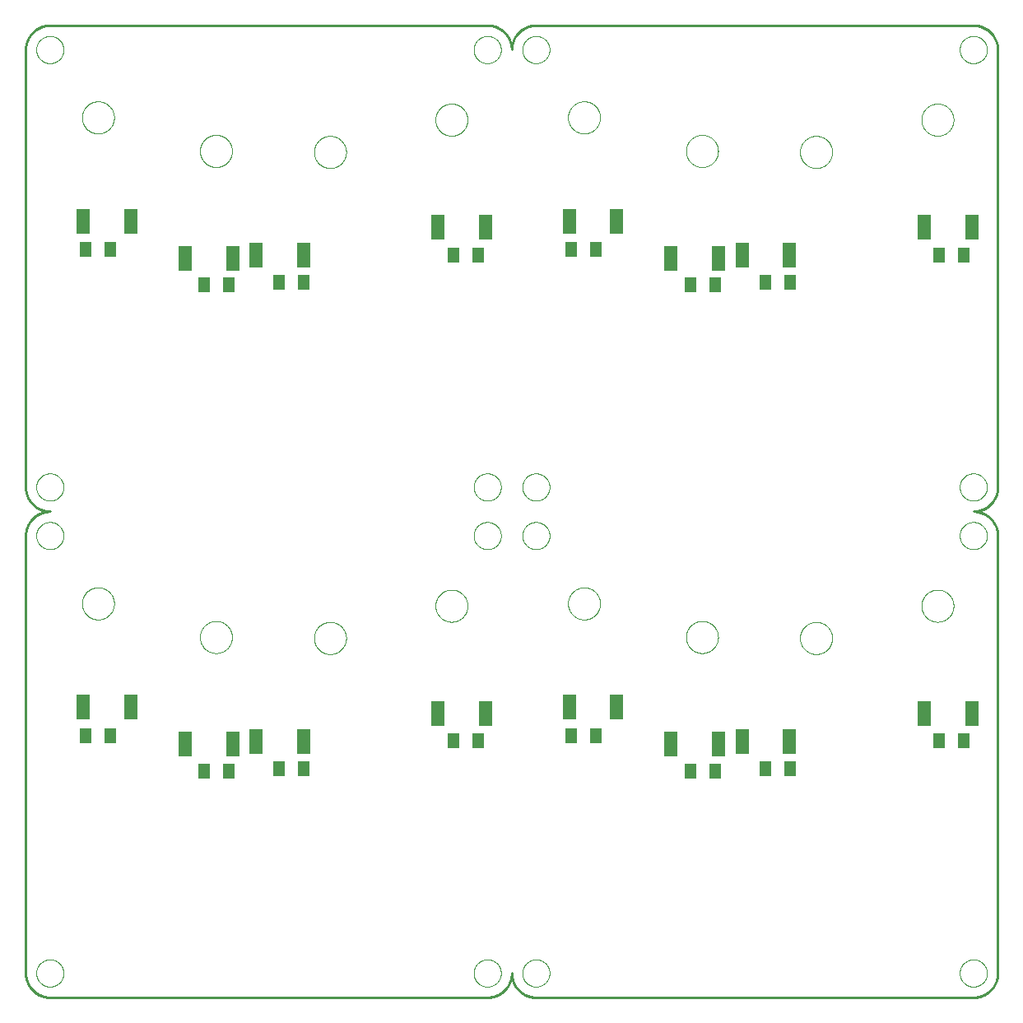
<source format=gbp>
G75*
%MOIN*%
%OFA0B0*%
%FSLAX25Y25*%
%IPPOS*%
%LPD*%
%AMOC8*
5,1,8,0,0,1.08239X$1,22.5*
%
%ADD10C,0.01000*%
%ADD11C,0.00000*%
%ADD12R,0.05000X0.06000*%
%ADD13R,0.05709X0.10236*%
D10*
X0105562Y0056343D02*
X0105562Y0233508D01*
X0105565Y0233746D01*
X0105573Y0233984D01*
X0105588Y0234221D01*
X0105608Y0234458D01*
X0105634Y0234694D01*
X0105665Y0234930D01*
X0105702Y0235165D01*
X0105745Y0235399D01*
X0105794Y0235632D01*
X0105848Y0235864D01*
X0105908Y0236094D01*
X0105973Y0236323D01*
X0106044Y0236550D01*
X0106120Y0236775D01*
X0106202Y0236998D01*
X0106289Y0237220D01*
X0106381Y0237439D01*
X0106479Y0237656D01*
X0106581Y0237870D01*
X0106689Y0238082D01*
X0106803Y0238292D01*
X0106921Y0238498D01*
X0107044Y0238702D01*
X0107172Y0238902D01*
X0107304Y0239099D01*
X0107442Y0239294D01*
X0107584Y0239484D01*
X0107731Y0239672D01*
X0107882Y0239855D01*
X0108037Y0240035D01*
X0108197Y0240211D01*
X0108361Y0240383D01*
X0108530Y0240552D01*
X0108702Y0240716D01*
X0108878Y0240876D01*
X0109058Y0241031D01*
X0109241Y0241182D01*
X0109429Y0241329D01*
X0109619Y0241471D01*
X0109814Y0241609D01*
X0110011Y0241741D01*
X0110211Y0241869D01*
X0110415Y0241992D01*
X0110621Y0242110D01*
X0110831Y0242224D01*
X0111043Y0242332D01*
X0111257Y0242434D01*
X0111474Y0242532D01*
X0111693Y0242624D01*
X0111915Y0242711D01*
X0112138Y0242793D01*
X0112363Y0242869D01*
X0112590Y0242940D01*
X0112819Y0243005D01*
X0113049Y0243065D01*
X0113281Y0243119D01*
X0113514Y0243168D01*
X0113748Y0243211D01*
X0113983Y0243248D01*
X0114219Y0243279D01*
X0114455Y0243305D01*
X0114692Y0243325D01*
X0114929Y0243340D01*
X0115167Y0243348D01*
X0115405Y0243351D01*
X0115405Y0243350D02*
X0115167Y0243353D01*
X0114929Y0243361D01*
X0114692Y0243376D01*
X0114455Y0243396D01*
X0114219Y0243422D01*
X0113983Y0243453D01*
X0113748Y0243490D01*
X0113514Y0243533D01*
X0113281Y0243582D01*
X0113049Y0243636D01*
X0112819Y0243696D01*
X0112590Y0243761D01*
X0112363Y0243832D01*
X0112138Y0243908D01*
X0111915Y0243990D01*
X0111693Y0244077D01*
X0111474Y0244169D01*
X0111257Y0244267D01*
X0111043Y0244369D01*
X0110831Y0244477D01*
X0110621Y0244591D01*
X0110415Y0244709D01*
X0110211Y0244832D01*
X0110011Y0244960D01*
X0109814Y0245092D01*
X0109619Y0245230D01*
X0109429Y0245372D01*
X0109241Y0245519D01*
X0109058Y0245670D01*
X0108878Y0245825D01*
X0108702Y0245985D01*
X0108530Y0246149D01*
X0108361Y0246318D01*
X0108197Y0246490D01*
X0108037Y0246666D01*
X0107882Y0246846D01*
X0107731Y0247029D01*
X0107584Y0247217D01*
X0107442Y0247407D01*
X0107304Y0247602D01*
X0107172Y0247799D01*
X0107044Y0247999D01*
X0106921Y0248203D01*
X0106803Y0248409D01*
X0106689Y0248619D01*
X0106581Y0248831D01*
X0106479Y0249045D01*
X0106381Y0249262D01*
X0106289Y0249481D01*
X0106202Y0249703D01*
X0106120Y0249926D01*
X0106044Y0250151D01*
X0105973Y0250378D01*
X0105908Y0250607D01*
X0105848Y0250837D01*
X0105794Y0251069D01*
X0105745Y0251302D01*
X0105702Y0251536D01*
X0105665Y0251771D01*
X0105634Y0252007D01*
X0105608Y0252243D01*
X0105588Y0252480D01*
X0105573Y0252717D01*
X0105565Y0252955D01*
X0105562Y0253193D01*
X0105562Y0430358D01*
X0105565Y0430596D01*
X0105573Y0430834D01*
X0105588Y0431071D01*
X0105608Y0431308D01*
X0105634Y0431544D01*
X0105665Y0431780D01*
X0105702Y0432015D01*
X0105745Y0432249D01*
X0105794Y0432482D01*
X0105848Y0432714D01*
X0105908Y0432944D01*
X0105973Y0433173D01*
X0106044Y0433400D01*
X0106120Y0433625D01*
X0106202Y0433848D01*
X0106289Y0434070D01*
X0106381Y0434289D01*
X0106479Y0434506D01*
X0106581Y0434720D01*
X0106689Y0434932D01*
X0106803Y0435142D01*
X0106921Y0435348D01*
X0107044Y0435552D01*
X0107172Y0435752D01*
X0107304Y0435949D01*
X0107442Y0436144D01*
X0107584Y0436334D01*
X0107731Y0436522D01*
X0107882Y0436705D01*
X0108037Y0436885D01*
X0108197Y0437061D01*
X0108361Y0437233D01*
X0108530Y0437402D01*
X0108702Y0437566D01*
X0108878Y0437726D01*
X0109058Y0437881D01*
X0109241Y0438032D01*
X0109429Y0438179D01*
X0109619Y0438321D01*
X0109814Y0438459D01*
X0110011Y0438591D01*
X0110211Y0438719D01*
X0110415Y0438842D01*
X0110621Y0438960D01*
X0110831Y0439074D01*
X0111043Y0439182D01*
X0111257Y0439284D01*
X0111474Y0439382D01*
X0111693Y0439474D01*
X0111915Y0439561D01*
X0112138Y0439643D01*
X0112363Y0439719D01*
X0112590Y0439790D01*
X0112819Y0439855D01*
X0113049Y0439915D01*
X0113281Y0439969D01*
X0113514Y0440018D01*
X0113748Y0440061D01*
X0113983Y0440098D01*
X0114219Y0440129D01*
X0114455Y0440155D01*
X0114692Y0440175D01*
X0114929Y0440190D01*
X0115167Y0440198D01*
X0115405Y0440201D01*
X0292570Y0440201D01*
X0292808Y0440198D01*
X0293046Y0440190D01*
X0293283Y0440175D01*
X0293520Y0440155D01*
X0293756Y0440129D01*
X0293992Y0440098D01*
X0294227Y0440061D01*
X0294461Y0440018D01*
X0294694Y0439969D01*
X0294926Y0439915D01*
X0295156Y0439855D01*
X0295385Y0439790D01*
X0295612Y0439719D01*
X0295837Y0439643D01*
X0296060Y0439561D01*
X0296282Y0439474D01*
X0296501Y0439382D01*
X0296718Y0439284D01*
X0296932Y0439182D01*
X0297144Y0439074D01*
X0297354Y0438960D01*
X0297560Y0438842D01*
X0297764Y0438719D01*
X0297964Y0438591D01*
X0298161Y0438459D01*
X0298356Y0438321D01*
X0298546Y0438179D01*
X0298734Y0438032D01*
X0298917Y0437881D01*
X0299097Y0437726D01*
X0299273Y0437566D01*
X0299445Y0437402D01*
X0299614Y0437233D01*
X0299778Y0437061D01*
X0299938Y0436885D01*
X0300093Y0436705D01*
X0300244Y0436522D01*
X0300391Y0436334D01*
X0300533Y0436144D01*
X0300671Y0435949D01*
X0300803Y0435752D01*
X0300931Y0435552D01*
X0301054Y0435348D01*
X0301172Y0435142D01*
X0301286Y0434932D01*
X0301394Y0434720D01*
X0301496Y0434506D01*
X0301594Y0434289D01*
X0301686Y0434070D01*
X0301773Y0433848D01*
X0301855Y0433625D01*
X0301931Y0433400D01*
X0302002Y0433173D01*
X0302067Y0432944D01*
X0302127Y0432714D01*
X0302181Y0432482D01*
X0302230Y0432249D01*
X0302273Y0432015D01*
X0302310Y0431780D01*
X0302341Y0431544D01*
X0302367Y0431308D01*
X0302387Y0431071D01*
X0302402Y0430834D01*
X0302410Y0430596D01*
X0302413Y0430358D01*
X0302412Y0430358D02*
X0302415Y0430596D01*
X0302423Y0430834D01*
X0302438Y0431071D01*
X0302458Y0431308D01*
X0302484Y0431544D01*
X0302515Y0431780D01*
X0302552Y0432015D01*
X0302595Y0432249D01*
X0302644Y0432482D01*
X0302698Y0432714D01*
X0302758Y0432944D01*
X0302823Y0433173D01*
X0302894Y0433400D01*
X0302970Y0433625D01*
X0303052Y0433848D01*
X0303139Y0434070D01*
X0303231Y0434289D01*
X0303329Y0434506D01*
X0303431Y0434720D01*
X0303539Y0434932D01*
X0303653Y0435142D01*
X0303771Y0435348D01*
X0303894Y0435552D01*
X0304022Y0435752D01*
X0304154Y0435949D01*
X0304292Y0436144D01*
X0304434Y0436334D01*
X0304581Y0436522D01*
X0304732Y0436705D01*
X0304887Y0436885D01*
X0305047Y0437061D01*
X0305211Y0437233D01*
X0305380Y0437402D01*
X0305552Y0437566D01*
X0305728Y0437726D01*
X0305908Y0437881D01*
X0306091Y0438032D01*
X0306279Y0438179D01*
X0306469Y0438321D01*
X0306664Y0438459D01*
X0306861Y0438591D01*
X0307061Y0438719D01*
X0307265Y0438842D01*
X0307471Y0438960D01*
X0307681Y0439074D01*
X0307893Y0439182D01*
X0308107Y0439284D01*
X0308324Y0439382D01*
X0308543Y0439474D01*
X0308765Y0439561D01*
X0308988Y0439643D01*
X0309213Y0439719D01*
X0309440Y0439790D01*
X0309669Y0439855D01*
X0309899Y0439915D01*
X0310131Y0439969D01*
X0310364Y0440018D01*
X0310598Y0440061D01*
X0310833Y0440098D01*
X0311069Y0440129D01*
X0311305Y0440155D01*
X0311542Y0440175D01*
X0311779Y0440190D01*
X0312017Y0440198D01*
X0312255Y0440201D01*
X0489420Y0440201D01*
X0489658Y0440198D01*
X0489896Y0440190D01*
X0490133Y0440175D01*
X0490370Y0440155D01*
X0490606Y0440129D01*
X0490842Y0440098D01*
X0491077Y0440061D01*
X0491311Y0440018D01*
X0491544Y0439969D01*
X0491776Y0439915D01*
X0492006Y0439855D01*
X0492235Y0439790D01*
X0492462Y0439719D01*
X0492687Y0439643D01*
X0492910Y0439561D01*
X0493132Y0439474D01*
X0493351Y0439382D01*
X0493568Y0439284D01*
X0493782Y0439182D01*
X0493994Y0439074D01*
X0494204Y0438960D01*
X0494410Y0438842D01*
X0494614Y0438719D01*
X0494814Y0438591D01*
X0495011Y0438459D01*
X0495206Y0438321D01*
X0495396Y0438179D01*
X0495584Y0438032D01*
X0495767Y0437881D01*
X0495947Y0437726D01*
X0496123Y0437566D01*
X0496295Y0437402D01*
X0496464Y0437233D01*
X0496628Y0437061D01*
X0496788Y0436885D01*
X0496943Y0436705D01*
X0497094Y0436522D01*
X0497241Y0436334D01*
X0497383Y0436144D01*
X0497521Y0435949D01*
X0497653Y0435752D01*
X0497781Y0435552D01*
X0497904Y0435348D01*
X0498022Y0435142D01*
X0498136Y0434932D01*
X0498244Y0434720D01*
X0498346Y0434506D01*
X0498444Y0434289D01*
X0498536Y0434070D01*
X0498623Y0433848D01*
X0498705Y0433625D01*
X0498781Y0433400D01*
X0498852Y0433173D01*
X0498917Y0432944D01*
X0498977Y0432714D01*
X0499031Y0432482D01*
X0499080Y0432249D01*
X0499123Y0432015D01*
X0499160Y0431780D01*
X0499191Y0431544D01*
X0499217Y0431308D01*
X0499237Y0431071D01*
X0499252Y0430834D01*
X0499260Y0430596D01*
X0499263Y0430358D01*
X0499263Y0253193D01*
X0499260Y0252955D01*
X0499252Y0252717D01*
X0499237Y0252480D01*
X0499217Y0252243D01*
X0499191Y0252007D01*
X0499160Y0251771D01*
X0499123Y0251536D01*
X0499080Y0251302D01*
X0499031Y0251069D01*
X0498977Y0250837D01*
X0498917Y0250607D01*
X0498852Y0250378D01*
X0498781Y0250151D01*
X0498705Y0249926D01*
X0498623Y0249703D01*
X0498536Y0249481D01*
X0498444Y0249262D01*
X0498346Y0249045D01*
X0498244Y0248831D01*
X0498136Y0248619D01*
X0498022Y0248409D01*
X0497904Y0248203D01*
X0497781Y0247999D01*
X0497653Y0247799D01*
X0497521Y0247602D01*
X0497383Y0247407D01*
X0497241Y0247217D01*
X0497094Y0247029D01*
X0496943Y0246846D01*
X0496788Y0246666D01*
X0496628Y0246490D01*
X0496464Y0246318D01*
X0496295Y0246149D01*
X0496123Y0245985D01*
X0495947Y0245825D01*
X0495767Y0245670D01*
X0495584Y0245519D01*
X0495396Y0245372D01*
X0495206Y0245230D01*
X0495011Y0245092D01*
X0494814Y0244960D01*
X0494614Y0244832D01*
X0494410Y0244709D01*
X0494204Y0244591D01*
X0493994Y0244477D01*
X0493782Y0244369D01*
X0493568Y0244267D01*
X0493351Y0244169D01*
X0493132Y0244077D01*
X0492910Y0243990D01*
X0492687Y0243908D01*
X0492462Y0243832D01*
X0492235Y0243761D01*
X0492006Y0243696D01*
X0491776Y0243636D01*
X0491544Y0243582D01*
X0491311Y0243533D01*
X0491077Y0243490D01*
X0490842Y0243453D01*
X0490606Y0243422D01*
X0490370Y0243396D01*
X0490133Y0243376D01*
X0489896Y0243361D01*
X0489658Y0243353D01*
X0489420Y0243350D01*
X0489420Y0243351D02*
X0489658Y0243348D01*
X0489896Y0243340D01*
X0490133Y0243325D01*
X0490370Y0243305D01*
X0490606Y0243279D01*
X0490842Y0243248D01*
X0491077Y0243211D01*
X0491311Y0243168D01*
X0491544Y0243119D01*
X0491776Y0243065D01*
X0492006Y0243005D01*
X0492235Y0242940D01*
X0492462Y0242869D01*
X0492687Y0242793D01*
X0492910Y0242711D01*
X0493132Y0242624D01*
X0493351Y0242532D01*
X0493568Y0242434D01*
X0493782Y0242332D01*
X0493994Y0242224D01*
X0494204Y0242110D01*
X0494410Y0241992D01*
X0494614Y0241869D01*
X0494814Y0241741D01*
X0495011Y0241609D01*
X0495206Y0241471D01*
X0495396Y0241329D01*
X0495584Y0241182D01*
X0495767Y0241031D01*
X0495947Y0240876D01*
X0496123Y0240716D01*
X0496295Y0240552D01*
X0496464Y0240383D01*
X0496628Y0240211D01*
X0496788Y0240035D01*
X0496943Y0239855D01*
X0497094Y0239672D01*
X0497241Y0239484D01*
X0497383Y0239294D01*
X0497521Y0239099D01*
X0497653Y0238902D01*
X0497781Y0238702D01*
X0497904Y0238498D01*
X0498022Y0238292D01*
X0498136Y0238082D01*
X0498244Y0237870D01*
X0498346Y0237656D01*
X0498444Y0237439D01*
X0498536Y0237220D01*
X0498623Y0236998D01*
X0498705Y0236775D01*
X0498781Y0236550D01*
X0498852Y0236323D01*
X0498917Y0236094D01*
X0498977Y0235864D01*
X0499031Y0235632D01*
X0499080Y0235399D01*
X0499123Y0235165D01*
X0499160Y0234930D01*
X0499191Y0234694D01*
X0499217Y0234458D01*
X0499237Y0234221D01*
X0499252Y0233984D01*
X0499260Y0233746D01*
X0499263Y0233508D01*
X0499263Y0056343D01*
X0499260Y0056105D01*
X0499252Y0055867D01*
X0499237Y0055630D01*
X0499217Y0055393D01*
X0499191Y0055157D01*
X0499160Y0054921D01*
X0499123Y0054686D01*
X0499080Y0054452D01*
X0499031Y0054219D01*
X0498977Y0053987D01*
X0498917Y0053757D01*
X0498852Y0053528D01*
X0498781Y0053301D01*
X0498705Y0053076D01*
X0498623Y0052853D01*
X0498536Y0052631D01*
X0498444Y0052412D01*
X0498346Y0052195D01*
X0498244Y0051981D01*
X0498136Y0051769D01*
X0498022Y0051559D01*
X0497904Y0051353D01*
X0497781Y0051149D01*
X0497653Y0050949D01*
X0497521Y0050752D01*
X0497383Y0050557D01*
X0497241Y0050367D01*
X0497094Y0050179D01*
X0496943Y0049996D01*
X0496788Y0049816D01*
X0496628Y0049640D01*
X0496464Y0049468D01*
X0496295Y0049299D01*
X0496123Y0049135D01*
X0495947Y0048975D01*
X0495767Y0048820D01*
X0495584Y0048669D01*
X0495396Y0048522D01*
X0495206Y0048380D01*
X0495011Y0048242D01*
X0494814Y0048110D01*
X0494614Y0047982D01*
X0494410Y0047859D01*
X0494204Y0047741D01*
X0493994Y0047627D01*
X0493782Y0047519D01*
X0493568Y0047417D01*
X0493351Y0047319D01*
X0493132Y0047227D01*
X0492910Y0047140D01*
X0492687Y0047058D01*
X0492462Y0046982D01*
X0492235Y0046911D01*
X0492006Y0046846D01*
X0491776Y0046786D01*
X0491544Y0046732D01*
X0491311Y0046683D01*
X0491077Y0046640D01*
X0490842Y0046603D01*
X0490606Y0046572D01*
X0490370Y0046546D01*
X0490133Y0046526D01*
X0489896Y0046511D01*
X0489658Y0046503D01*
X0489420Y0046500D01*
X0312255Y0046500D01*
X0312017Y0046503D01*
X0311779Y0046511D01*
X0311542Y0046526D01*
X0311305Y0046546D01*
X0311069Y0046572D01*
X0310833Y0046603D01*
X0310598Y0046640D01*
X0310364Y0046683D01*
X0310131Y0046732D01*
X0309899Y0046786D01*
X0309669Y0046846D01*
X0309440Y0046911D01*
X0309213Y0046982D01*
X0308988Y0047058D01*
X0308765Y0047140D01*
X0308543Y0047227D01*
X0308324Y0047319D01*
X0308107Y0047417D01*
X0307893Y0047519D01*
X0307681Y0047627D01*
X0307471Y0047741D01*
X0307265Y0047859D01*
X0307061Y0047982D01*
X0306861Y0048110D01*
X0306664Y0048242D01*
X0306469Y0048380D01*
X0306279Y0048522D01*
X0306091Y0048669D01*
X0305908Y0048820D01*
X0305728Y0048975D01*
X0305552Y0049135D01*
X0305380Y0049299D01*
X0305211Y0049468D01*
X0305047Y0049640D01*
X0304887Y0049816D01*
X0304732Y0049996D01*
X0304581Y0050179D01*
X0304434Y0050367D01*
X0304292Y0050557D01*
X0304154Y0050752D01*
X0304022Y0050949D01*
X0303894Y0051149D01*
X0303771Y0051353D01*
X0303653Y0051559D01*
X0303539Y0051769D01*
X0303431Y0051981D01*
X0303329Y0052195D01*
X0303231Y0052412D01*
X0303139Y0052631D01*
X0303052Y0052853D01*
X0302970Y0053076D01*
X0302894Y0053301D01*
X0302823Y0053528D01*
X0302758Y0053757D01*
X0302698Y0053987D01*
X0302644Y0054219D01*
X0302595Y0054452D01*
X0302552Y0054686D01*
X0302515Y0054921D01*
X0302484Y0055157D01*
X0302458Y0055393D01*
X0302438Y0055630D01*
X0302423Y0055867D01*
X0302415Y0056105D01*
X0302412Y0056343D01*
X0302413Y0056343D02*
X0302410Y0056105D01*
X0302402Y0055867D01*
X0302387Y0055630D01*
X0302367Y0055393D01*
X0302341Y0055157D01*
X0302310Y0054921D01*
X0302273Y0054686D01*
X0302230Y0054452D01*
X0302181Y0054219D01*
X0302127Y0053987D01*
X0302067Y0053757D01*
X0302002Y0053528D01*
X0301931Y0053301D01*
X0301855Y0053076D01*
X0301773Y0052853D01*
X0301686Y0052631D01*
X0301594Y0052412D01*
X0301496Y0052195D01*
X0301394Y0051981D01*
X0301286Y0051769D01*
X0301172Y0051559D01*
X0301054Y0051353D01*
X0300931Y0051149D01*
X0300803Y0050949D01*
X0300671Y0050752D01*
X0300533Y0050557D01*
X0300391Y0050367D01*
X0300244Y0050179D01*
X0300093Y0049996D01*
X0299938Y0049816D01*
X0299778Y0049640D01*
X0299614Y0049468D01*
X0299445Y0049299D01*
X0299273Y0049135D01*
X0299097Y0048975D01*
X0298917Y0048820D01*
X0298734Y0048669D01*
X0298546Y0048522D01*
X0298356Y0048380D01*
X0298161Y0048242D01*
X0297964Y0048110D01*
X0297764Y0047982D01*
X0297560Y0047859D01*
X0297354Y0047741D01*
X0297144Y0047627D01*
X0296932Y0047519D01*
X0296718Y0047417D01*
X0296501Y0047319D01*
X0296282Y0047227D01*
X0296060Y0047140D01*
X0295837Y0047058D01*
X0295612Y0046982D01*
X0295385Y0046911D01*
X0295156Y0046846D01*
X0294926Y0046786D01*
X0294694Y0046732D01*
X0294461Y0046683D01*
X0294227Y0046640D01*
X0293992Y0046603D01*
X0293756Y0046572D01*
X0293520Y0046546D01*
X0293283Y0046526D01*
X0293046Y0046511D01*
X0292808Y0046503D01*
X0292570Y0046500D01*
X0115405Y0046500D01*
X0115167Y0046503D01*
X0114929Y0046511D01*
X0114692Y0046526D01*
X0114455Y0046546D01*
X0114219Y0046572D01*
X0113983Y0046603D01*
X0113748Y0046640D01*
X0113514Y0046683D01*
X0113281Y0046732D01*
X0113049Y0046786D01*
X0112819Y0046846D01*
X0112590Y0046911D01*
X0112363Y0046982D01*
X0112138Y0047058D01*
X0111915Y0047140D01*
X0111693Y0047227D01*
X0111474Y0047319D01*
X0111257Y0047417D01*
X0111043Y0047519D01*
X0110831Y0047627D01*
X0110621Y0047741D01*
X0110415Y0047859D01*
X0110211Y0047982D01*
X0110011Y0048110D01*
X0109814Y0048242D01*
X0109619Y0048380D01*
X0109429Y0048522D01*
X0109241Y0048669D01*
X0109058Y0048820D01*
X0108878Y0048975D01*
X0108702Y0049135D01*
X0108530Y0049299D01*
X0108361Y0049468D01*
X0108197Y0049640D01*
X0108037Y0049816D01*
X0107882Y0049996D01*
X0107731Y0050179D01*
X0107584Y0050367D01*
X0107442Y0050557D01*
X0107304Y0050752D01*
X0107172Y0050949D01*
X0107044Y0051149D01*
X0106921Y0051353D01*
X0106803Y0051559D01*
X0106689Y0051769D01*
X0106581Y0051981D01*
X0106479Y0052195D01*
X0106381Y0052412D01*
X0106289Y0052631D01*
X0106202Y0052853D01*
X0106120Y0053076D01*
X0106044Y0053301D01*
X0105973Y0053528D01*
X0105908Y0053757D01*
X0105848Y0053987D01*
X0105794Y0054219D01*
X0105745Y0054452D01*
X0105702Y0054686D01*
X0105665Y0054921D01*
X0105634Y0055157D01*
X0105608Y0055393D01*
X0105588Y0055630D01*
X0105573Y0055867D01*
X0105565Y0056105D01*
X0105562Y0056343D01*
D11*
X0109893Y0056343D02*
X0109895Y0056491D01*
X0109901Y0056639D01*
X0109911Y0056787D01*
X0109925Y0056934D01*
X0109943Y0057081D01*
X0109964Y0057227D01*
X0109990Y0057373D01*
X0110020Y0057518D01*
X0110053Y0057662D01*
X0110091Y0057805D01*
X0110132Y0057947D01*
X0110177Y0058088D01*
X0110225Y0058228D01*
X0110278Y0058367D01*
X0110334Y0058504D01*
X0110394Y0058639D01*
X0110457Y0058773D01*
X0110524Y0058905D01*
X0110595Y0059035D01*
X0110669Y0059163D01*
X0110746Y0059289D01*
X0110827Y0059413D01*
X0110911Y0059535D01*
X0110998Y0059654D01*
X0111089Y0059771D01*
X0111183Y0059886D01*
X0111279Y0059998D01*
X0111379Y0060108D01*
X0111481Y0060214D01*
X0111587Y0060318D01*
X0111695Y0060419D01*
X0111806Y0060517D01*
X0111919Y0060613D01*
X0112035Y0060705D01*
X0112153Y0060794D01*
X0112274Y0060879D01*
X0112397Y0060962D01*
X0112522Y0061041D01*
X0112649Y0061117D01*
X0112778Y0061189D01*
X0112909Y0061258D01*
X0113042Y0061323D01*
X0113177Y0061384D01*
X0113313Y0061442D01*
X0113450Y0061497D01*
X0113589Y0061547D01*
X0113730Y0061594D01*
X0113871Y0061637D01*
X0114014Y0061677D01*
X0114158Y0061712D01*
X0114302Y0061744D01*
X0114448Y0061771D01*
X0114594Y0061795D01*
X0114741Y0061815D01*
X0114888Y0061831D01*
X0115035Y0061843D01*
X0115183Y0061851D01*
X0115331Y0061855D01*
X0115479Y0061855D01*
X0115627Y0061851D01*
X0115775Y0061843D01*
X0115922Y0061831D01*
X0116069Y0061815D01*
X0116216Y0061795D01*
X0116362Y0061771D01*
X0116508Y0061744D01*
X0116652Y0061712D01*
X0116796Y0061677D01*
X0116939Y0061637D01*
X0117080Y0061594D01*
X0117221Y0061547D01*
X0117360Y0061497D01*
X0117497Y0061442D01*
X0117633Y0061384D01*
X0117768Y0061323D01*
X0117901Y0061258D01*
X0118032Y0061189D01*
X0118161Y0061117D01*
X0118288Y0061041D01*
X0118413Y0060962D01*
X0118536Y0060879D01*
X0118657Y0060794D01*
X0118775Y0060705D01*
X0118891Y0060613D01*
X0119004Y0060517D01*
X0119115Y0060419D01*
X0119223Y0060318D01*
X0119329Y0060214D01*
X0119431Y0060108D01*
X0119531Y0059998D01*
X0119627Y0059886D01*
X0119721Y0059771D01*
X0119812Y0059654D01*
X0119899Y0059535D01*
X0119983Y0059413D01*
X0120064Y0059289D01*
X0120141Y0059163D01*
X0120215Y0059035D01*
X0120286Y0058905D01*
X0120353Y0058773D01*
X0120416Y0058639D01*
X0120476Y0058504D01*
X0120532Y0058367D01*
X0120585Y0058228D01*
X0120633Y0058088D01*
X0120678Y0057947D01*
X0120719Y0057805D01*
X0120757Y0057662D01*
X0120790Y0057518D01*
X0120820Y0057373D01*
X0120846Y0057227D01*
X0120867Y0057081D01*
X0120885Y0056934D01*
X0120899Y0056787D01*
X0120909Y0056639D01*
X0120915Y0056491D01*
X0120917Y0056343D01*
X0120915Y0056195D01*
X0120909Y0056047D01*
X0120899Y0055899D01*
X0120885Y0055752D01*
X0120867Y0055605D01*
X0120846Y0055459D01*
X0120820Y0055313D01*
X0120790Y0055168D01*
X0120757Y0055024D01*
X0120719Y0054881D01*
X0120678Y0054739D01*
X0120633Y0054598D01*
X0120585Y0054458D01*
X0120532Y0054319D01*
X0120476Y0054182D01*
X0120416Y0054047D01*
X0120353Y0053913D01*
X0120286Y0053781D01*
X0120215Y0053651D01*
X0120141Y0053523D01*
X0120064Y0053397D01*
X0119983Y0053273D01*
X0119899Y0053151D01*
X0119812Y0053032D01*
X0119721Y0052915D01*
X0119627Y0052800D01*
X0119531Y0052688D01*
X0119431Y0052578D01*
X0119329Y0052472D01*
X0119223Y0052368D01*
X0119115Y0052267D01*
X0119004Y0052169D01*
X0118891Y0052073D01*
X0118775Y0051981D01*
X0118657Y0051892D01*
X0118536Y0051807D01*
X0118413Y0051724D01*
X0118288Y0051645D01*
X0118161Y0051569D01*
X0118032Y0051497D01*
X0117901Y0051428D01*
X0117768Y0051363D01*
X0117633Y0051302D01*
X0117497Y0051244D01*
X0117360Y0051189D01*
X0117221Y0051139D01*
X0117080Y0051092D01*
X0116939Y0051049D01*
X0116796Y0051009D01*
X0116652Y0050974D01*
X0116508Y0050942D01*
X0116362Y0050915D01*
X0116216Y0050891D01*
X0116069Y0050871D01*
X0115922Y0050855D01*
X0115775Y0050843D01*
X0115627Y0050835D01*
X0115479Y0050831D01*
X0115331Y0050831D01*
X0115183Y0050835D01*
X0115035Y0050843D01*
X0114888Y0050855D01*
X0114741Y0050871D01*
X0114594Y0050891D01*
X0114448Y0050915D01*
X0114302Y0050942D01*
X0114158Y0050974D01*
X0114014Y0051009D01*
X0113871Y0051049D01*
X0113730Y0051092D01*
X0113589Y0051139D01*
X0113450Y0051189D01*
X0113313Y0051244D01*
X0113177Y0051302D01*
X0113042Y0051363D01*
X0112909Y0051428D01*
X0112778Y0051497D01*
X0112649Y0051569D01*
X0112522Y0051645D01*
X0112397Y0051724D01*
X0112274Y0051807D01*
X0112153Y0051892D01*
X0112035Y0051981D01*
X0111919Y0052073D01*
X0111806Y0052169D01*
X0111695Y0052267D01*
X0111587Y0052368D01*
X0111481Y0052472D01*
X0111379Y0052578D01*
X0111279Y0052688D01*
X0111183Y0052800D01*
X0111089Y0052915D01*
X0110998Y0053032D01*
X0110911Y0053151D01*
X0110827Y0053273D01*
X0110746Y0053397D01*
X0110669Y0053523D01*
X0110595Y0053651D01*
X0110524Y0053781D01*
X0110457Y0053913D01*
X0110394Y0054047D01*
X0110334Y0054182D01*
X0110278Y0054319D01*
X0110225Y0054458D01*
X0110177Y0054598D01*
X0110132Y0054739D01*
X0110091Y0054881D01*
X0110053Y0055024D01*
X0110020Y0055168D01*
X0109990Y0055313D01*
X0109964Y0055459D01*
X0109943Y0055605D01*
X0109925Y0055752D01*
X0109911Y0055899D01*
X0109901Y0056047D01*
X0109895Y0056195D01*
X0109893Y0056343D01*
X0222379Y0192045D02*
X0222381Y0192206D01*
X0222387Y0192366D01*
X0222397Y0192527D01*
X0222411Y0192687D01*
X0222429Y0192847D01*
X0222450Y0193006D01*
X0222476Y0193165D01*
X0222506Y0193323D01*
X0222539Y0193480D01*
X0222577Y0193637D01*
X0222618Y0193792D01*
X0222663Y0193946D01*
X0222712Y0194099D01*
X0222765Y0194251D01*
X0222821Y0194402D01*
X0222882Y0194551D01*
X0222945Y0194699D01*
X0223013Y0194845D01*
X0223084Y0194989D01*
X0223158Y0195131D01*
X0223236Y0195272D01*
X0223318Y0195410D01*
X0223403Y0195547D01*
X0223491Y0195681D01*
X0223583Y0195813D01*
X0223678Y0195943D01*
X0223776Y0196071D01*
X0223877Y0196196D01*
X0223981Y0196318D01*
X0224088Y0196438D01*
X0224198Y0196555D01*
X0224311Y0196670D01*
X0224427Y0196781D01*
X0224546Y0196890D01*
X0224667Y0196995D01*
X0224791Y0197098D01*
X0224917Y0197198D01*
X0225045Y0197294D01*
X0225176Y0197387D01*
X0225310Y0197477D01*
X0225445Y0197564D01*
X0225583Y0197647D01*
X0225722Y0197727D01*
X0225864Y0197803D01*
X0226007Y0197876D01*
X0226152Y0197945D01*
X0226299Y0198011D01*
X0226447Y0198073D01*
X0226597Y0198131D01*
X0226748Y0198186D01*
X0226901Y0198237D01*
X0227055Y0198284D01*
X0227210Y0198327D01*
X0227366Y0198366D01*
X0227522Y0198402D01*
X0227680Y0198433D01*
X0227838Y0198461D01*
X0227997Y0198485D01*
X0228157Y0198505D01*
X0228317Y0198521D01*
X0228477Y0198533D01*
X0228638Y0198541D01*
X0228799Y0198545D01*
X0228959Y0198545D01*
X0229120Y0198541D01*
X0229281Y0198533D01*
X0229441Y0198521D01*
X0229601Y0198505D01*
X0229761Y0198485D01*
X0229920Y0198461D01*
X0230078Y0198433D01*
X0230236Y0198402D01*
X0230392Y0198366D01*
X0230548Y0198327D01*
X0230703Y0198284D01*
X0230857Y0198237D01*
X0231010Y0198186D01*
X0231161Y0198131D01*
X0231311Y0198073D01*
X0231459Y0198011D01*
X0231606Y0197945D01*
X0231751Y0197876D01*
X0231894Y0197803D01*
X0232036Y0197727D01*
X0232175Y0197647D01*
X0232313Y0197564D01*
X0232448Y0197477D01*
X0232582Y0197387D01*
X0232713Y0197294D01*
X0232841Y0197198D01*
X0232967Y0197098D01*
X0233091Y0196995D01*
X0233212Y0196890D01*
X0233331Y0196781D01*
X0233447Y0196670D01*
X0233560Y0196555D01*
X0233670Y0196438D01*
X0233777Y0196318D01*
X0233881Y0196196D01*
X0233982Y0196071D01*
X0234080Y0195943D01*
X0234175Y0195813D01*
X0234267Y0195681D01*
X0234355Y0195547D01*
X0234440Y0195410D01*
X0234522Y0195272D01*
X0234600Y0195131D01*
X0234674Y0194989D01*
X0234745Y0194845D01*
X0234813Y0194699D01*
X0234876Y0194551D01*
X0234937Y0194402D01*
X0234993Y0194251D01*
X0235046Y0194099D01*
X0235095Y0193946D01*
X0235140Y0193792D01*
X0235181Y0193637D01*
X0235219Y0193480D01*
X0235252Y0193323D01*
X0235282Y0193165D01*
X0235308Y0193006D01*
X0235329Y0192847D01*
X0235347Y0192687D01*
X0235361Y0192527D01*
X0235371Y0192366D01*
X0235377Y0192206D01*
X0235379Y0192045D01*
X0235377Y0191884D01*
X0235371Y0191724D01*
X0235361Y0191563D01*
X0235347Y0191403D01*
X0235329Y0191243D01*
X0235308Y0191084D01*
X0235282Y0190925D01*
X0235252Y0190767D01*
X0235219Y0190610D01*
X0235181Y0190453D01*
X0235140Y0190298D01*
X0235095Y0190144D01*
X0235046Y0189991D01*
X0234993Y0189839D01*
X0234937Y0189688D01*
X0234876Y0189539D01*
X0234813Y0189391D01*
X0234745Y0189245D01*
X0234674Y0189101D01*
X0234600Y0188959D01*
X0234522Y0188818D01*
X0234440Y0188680D01*
X0234355Y0188543D01*
X0234267Y0188409D01*
X0234175Y0188277D01*
X0234080Y0188147D01*
X0233982Y0188019D01*
X0233881Y0187894D01*
X0233777Y0187772D01*
X0233670Y0187652D01*
X0233560Y0187535D01*
X0233447Y0187420D01*
X0233331Y0187309D01*
X0233212Y0187200D01*
X0233091Y0187095D01*
X0232967Y0186992D01*
X0232841Y0186892D01*
X0232713Y0186796D01*
X0232582Y0186703D01*
X0232448Y0186613D01*
X0232313Y0186526D01*
X0232175Y0186443D01*
X0232036Y0186363D01*
X0231894Y0186287D01*
X0231751Y0186214D01*
X0231606Y0186145D01*
X0231459Y0186079D01*
X0231311Y0186017D01*
X0231161Y0185959D01*
X0231010Y0185904D01*
X0230857Y0185853D01*
X0230703Y0185806D01*
X0230548Y0185763D01*
X0230392Y0185724D01*
X0230236Y0185688D01*
X0230078Y0185657D01*
X0229920Y0185629D01*
X0229761Y0185605D01*
X0229601Y0185585D01*
X0229441Y0185569D01*
X0229281Y0185557D01*
X0229120Y0185549D01*
X0228959Y0185545D01*
X0228799Y0185545D01*
X0228638Y0185549D01*
X0228477Y0185557D01*
X0228317Y0185569D01*
X0228157Y0185585D01*
X0227997Y0185605D01*
X0227838Y0185629D01*
X0227680Y0185657D01*
X0227522Y0185688D01*
X0227366Y0185724D01*
X0227210Y0185763D01*
X0227055Y0185806D01*
X0226901Y0185853D01*
X0226748Y0185904D01*
X0226597Y0185959D01*
X0226447Y0186017D01*
X0226299Y0186079D01*
X0226152Y0186145D01*
X0226007Y0186214D01*
X0225864Y0186287D01*
X0225722Y0186363D01*
X0225583Y0186443D01*
X0225445Y0186526D01*
X0225310Y0186613D01*
X0225176Y0186703D01*
X0225045Y0186796D01*
X0224917Y0186892D01*
X0224791Y0186992D01*
X0224667Y0187095D01*
X0224546Y0187200D01*
X0224427Y0187309D01*
X0224311Y0187420D01*
X0224198Y0187535D01*
X0224088Y0187652D01*
X0223981Y0187772D01*
X0223877Y0187894D01*
X0223776Y0188019D01*
X0223678Y0188147D01*
X0223583Y0188277D01*
X0223491Y0188409D01*
X0223403Y0188543D01*
X0223318Y0188680D01*
X0223236Y0188818D01*
X0223158Y0188959D01*
X0223084Y0189101D01*
X0223013Y0189245D01*
X0222945Y0189391D01*
X0222882Y0189539D01*
X0222821Y0189688D01*
X0222765Y0189839D01*
X0222712Y0189991D01*
X0222663Y0190144D01*
X0222618Y0190298D01*
X0222577Y0190453D01*
X0222539Y0190610D01*
X0222506Y0190767D01*
X0222476Y0190925D01*
X0222450Y0191084D01*
X0222429Y0191243D01*
X0222411Y0191403D01*
X0222397Y0191563D01*
X0222387Y0191724D01*
X0222381Y0191884D01*
X0222379Y0192045D01*
X0176178Y0192439D02*
X0176180Y0192600D01*
X0176186Y0192760D01*
X0176196Y0192921D01*
X0176210Y0193081D01*
X0176228Y0193241D01*
X0176249Y0193400D01*
X0176275Y0193559D01*
X0176305Y0193717D01*
X0176338Y0193874D01*
X0176376Y0194031D01*
X0176417Y0194186D01*
X0176462Y0194340D01*
X0176511Y0194493D01*
X0176564Y0194645D01*
X0176620Y0194796D01*
X0176681Y0194945D01*
X0176744Y0195093D01*
X0176812Y0195239D01*
X0176883Y0195383D01*
X0176957Y0195525D01*
X0177035Y0195666D01*
X0177117Y0195804D01*
X0177202Y0195941D01*
X0177290Y0196075D01*
X0177382Y0196207D01*
X0177477Y0196337D01*
X0177575Y0196465D01*
X0177676Y0196590D01*
X0177780Y0196712D01*
X0177887Y0196832D01*
X0177997Y0196949D01*
X0178110Y0197064D01*
X0178226Y0197175D01*
X0178345Y0197284D01*
X0178466Y0197389D01*
X0178590Y0197492D01*
X0178716Y0197592D01*
X0178844Y0197688D01*
X0178975Y0197781D01*
X0179109Y0197871D01*
X0179244Y0197958D01*
X0179382Y0198041D01*
X0179521Y0198121D01*
X0179663Y0198197D01*
X0179806Y0198270D01*
X0179951Y0198339D01*
X0180098Y0198405D01*
X0180246Y0198467D01*
X0180396Y0198525D01*
X0180547Y0198580D01*
X0180700Y0198631D01*
X0180854Y0198678D01*
X0181009Y0198721D01*
X0181165Y0198760D01*
X0181321Y0198796D01*
X0181479Y0198827D01*
X0181637Y0198855D01*
X0181796Y0198879D01*
X0181956Y0198899D01*
X0182116Y0198915D01*
X0182276Y0198927D01*
X0182437Y0198935D01*
X0182598Y0198939D01*
X0182758Y0198939D01*
X0182919Y0198935D01*
X0183080Y0198927D01*
X0183240Y0198915D01*
X0183400Y0198899D01*
X0183560Y0198879D01*
X0183719Y0198855D01*
X0183877Y0198827D01*
X0184035Y0198796D01*
X0184191Y0198760D01*
X0184347Y0198721D01*
X0184502Y0198678D01*
X0184656Y0198631D01*
X0184809Y0198580D01*
X0184960Y0198525D01*
X0185110Y0198467D01*
X0185258Y0198405D01*
X0185405Y0198339D01*
X0185550Y0198270D01*
X0185693Y0198197D01*
X0185835Y0198121D01*
X0185974Y0198041D01*
X0186112Y0197958D01*
X0186247Y0197871D01*
X0186381Y0197781D01*
X0186512Y0197688D01*
X0186640Y0197592D01*
X0186766Y0197492D01*
X0186890Y0197389D01*
X0187011Y0197284D01*
X0187130Y0197175D01*
X0187246Y0197064D01*
X0187359Y0196949D01*
X0187469Y0196832D01*
X0187576Y0196712D01*
X0187680Y0196590D01*
X0187781Y0196465D01*
X0187879Y0196337D01*
X0187974Y0196207D01*
X0188066Y0196075D01*
X0188154Y0195941D01*
X0188239Y0195804D01*
X0188321Y0195666D01*
X0188399Y0195525D01*
X0188473Y0195383D01*
X0188544Y0195239D01*
X0188612Y0195093D01*
X0188675Y0194945D01*
X0188736Y0194796D01*
X0188792Y0194645D01*
X0188845Y0194493D01*
X0188894Y0194340D01*
X0188939Y0194186D01*
X0188980Y0194031D01*
X0189018Y0193874D01*
X0189051Y0193717D01*
X0189081Y0193559D01*
X0189107Y0193400D01*
X0189128Y0193241D01*
X0189146Y0193081D01*
X0189160Y0192921D01*
X0189170Y0192760D01*
X0189176Y0192600D01*
X0189178Y0192439D01*
X0189176Y0192278D01*
X0189170Y0192118D01*
X0189160Y0191957D01*
X0189146Y0191797D01*
X0189128Y0191637D01*
X0189107Y0191478D01*
X0189081Y0191319D01*
X0189051Y0191161D01*
X0189018Y0191004D01*
X0188980Y0190847D01*
X0188939Y0190692D01*
X0188894Y0190538D01*
X0188845Y0190385D01*
X0188792Y0190233D01*
X0188736Y0190082D01*
X0188675Y0189933D01*
X0188612Y0189785D01*
X0188544Y0189639D01*
X0188473Y0189495D01*
X0188399Y0189353D01*
X0188321Y0189212D01*
X0188239Y0189074D01*
X0188154Y0188937D01*
X0188066Y0188803D01*
X0187974Y0188671D01*
X0187879Y0188541D01*
X0187781Y0188413D01*
X0187680Y0188288D01*
X0187576Y0188166D01*
X0187469Y0188046D01*
X0187359Y0187929D01*
X0187246Y0187814D01*
X0187130Y0187703D01*
X0187011Y0187594D01*
X0186890Y0187489D01*
X0186766Y0187386D01*
X0186640Y0187286D01*
X0186512Y0187190D01*
X0186381Y0187097D01*
X0186247Y0187007D01*
X0186112Y0186920D01*
X0185974Y0186837D01*
X0185835Y0186757D01*
X0185693Y0186681D01*
X0185550Y0186608D01*
X0185405Y0186539D01*
X0185258Y0186473D01*
X0185110Y0186411D01*
X0184960Y0186353D01*
X0184809Y0186298D01*
X0184656Y0186247D01*
X0184502Y0186200D01*
X0184347Y0186157D01*
X0184191Y0186118D01*
X0184035Y0186082D01*
X0183877Y0186051D01*
X0183719Y0186023D01*
X0183560Y0185999D01*
X0183400Y0185979D01*
X0183240Y0185963D01*
X0183080Y0185951D01*
X0182919Y0185943D01*
X0182758Y0185939D01*
X0182598Y0185939D01*
X0182437Y0185943D01*
X0182276Y0185951D01*
X0182116Y0185963D01*
X0181956Y0185979D01*
X0181796Y0185999D01*
X0181637Y0186023D01*
X0181479Y0186051D01*
X0181321Y0186082D01*
X0181165Y0186118D01*
X0181009Y0186157D01*
X0180854Y0186200D01*
X0180700Y0186247D01*
X0180547Y0186298D01*
X0180396Y0186353D01*
X0180246Y0186411D01*
X0180098Y0186473D01*
X0179951Y0186539D01*
X0179806Y0186608D01*
X0179663Y0186681D01*
X0179521Y0186757D01*
X0179382Y0186837D01*
X0179244Y0186920D01*
X0179109Y0187007D01*
X0178975Y0187097D01*
X0178844Y0187190D01*
X0178716Y0187286D01*
X0178590Y0187386D01*
X0178466Y0187489D01*
X0178345Y0187594D01*
X0178226Y0187703D01*
X0178110Y0187814D01*
X0177997Y0187929D01*
X0177887Y0188046D01*
X0177780Y0188166D01*
X0177676Y0188288D01*
X0177575Y0188413D01*
X0177477Y0188541D01*
X0177382Y0188671D01*
X0177290Y0188803D01*
X0177202Y0188937D01*
X0177117Y0189074D01*
X0177035Y0189212D01*
X0176957Y0189353D01*
X0176883Y0189495D01*
X0176812Y0189639D01*
X0176744Y0189785D01*
X0176681Y0189933D01*
X0176620Y0190082D01*
X0176564Y0190233D01*
X0176511Y0190385D01*
X0176462Y0190538D01*
X0176417Y0190692D01*
X0176376Y0190847D01*
X0176338Y0191004D01*
X0176305Y0191161D01*
X0176275Y0191319D01*
X0176249Y0191478D01*
X0176228Y0191637D01*
X0176210Y0191797D01*
X0176196Y0191957D01*
X0176186Y0192118D01*
X0176180Y0192278D01*
X0176178Y0192439D01*
X0128403Y0206041D02*
X0128405Y0206202D01*
X0128411Y0206362D01*
X0128421Y0206523D01*
X0128435Y0206683D01*
X0128453Y0206843D01*
X0128474Y0207002D01*
X0128500Y0207161D01*
X0128530Y0207319D01*
X0128563Y0207476D01*
X0128601Y0207633D01*
X0128642Y0207788D01*
X0128687Y0207942D01*
X0128736Y0208095D01*
X0128789Y0208247D01*
X0128845Y0208398D01*
X0128906Y0208547D01*
X0128969Y0208695D01*
X0129037Y0208841D01*
X0129108Y0208985D01*
X0129182Y0209127D01*
X0129260Y0209268D01*
X0129342Y0209406D01*
X0129427Y0209543D01*
X0129515Y0209677D01*
X0129607Y0209809D01*
X0129702Y0209939D01*
X0129800Y0210067D01*
X0129901Y0210192D01*
X0130005Y0210314D01*
X0130112Y0210434D01*
X0130222Y0210551D01*
X0130335Y0210666D01*
X0130451Y0210777D01*
X0130570Y0210886D01*
X0130691Y0210991D01*
X0130815Y0211094D01*
X0130941Y0211194D01*
X0131069Y0211290D01*
X0131200Y0211383D01*
X0131334Y0211473D01*
X0131469Y0211560D01*
X0131607Y0211643D01*
X0131746Y0211723D01*
X0131888Y0211799D01*
X0132031Y0211872D01*
X0132176Y0211941D01*
X0132323Y0212007D01*
X0132471Y0212069D01*
X0132621Y0212127D01*
X0132772Y0212182D01*
X0132925Y0212233D01*
X0133079Y0212280D01*
X0133234Y0212323D01*
X0133390Y0212362D01*
X0133546Y0212398D01*
X0133704Y0212429D01*
X0133862Y0212457D01*
X0134021Y0212481D01*
X0134181Y0212501D01*
X0134341Y0212517D01*
X0134501Y0212529D01*
X0134662Y0212537D01*
X0134823Y0212541D01*
X0134983Y0212541D01*
X0135144Y0212537D01*
X0135305Y0212529D01*
X0135465Y0212517D01*
X0135625Y0212501D01*
X0135785Y0212481D01*
X0135944Y0212457D01*
X0136102Y0212429D01*
X0136260Y0212398D01*
X0136416Y0212362D01*
X0136572Y0212323D01*
X0136727Y0212280D01*
X0136881Y0212233D01*
X0137034Y0212182D01*
X0137185Y0212127D01*
X0137335Y0212069D01*
X0137483Y0212007D01*
X0137630Y0211941D01*
X0137775Y0211872D01*
X0137918Y0211799D01*
X0138060Y0211723D01*
X0138199Y0211643D01*
X0138337Y0211560D01*
X0138472Y0211473D01*
X0138606Y0211383D01*
X0138737Y0211290D01*
X0138865Y0211194D01*
X0138991Y0211094D01*
X0139115Y0210991D01*
X0139236Y0210886D01*
X0139355Y0210777D01*
X0139471Y0210666D01*
X0139584Y0210551D01*
X0139694Y0210434D01*
X0139801Y0210314D01*
X0139905Y0210192D01*
X0140006Y0210067D01*
X0140104Y0209939D01*
X0140199Y0209809D01*
X0140291Y0209677D01*
X0140379Y0209543D01*
X0140464Y0209406D01*
X0140546Y0209268D01*
X0140624Y0209127D01*
X0140698Y0208985D01*
X0140769Y0208841D01*
X0140837Y0208695D01*
X0140900Y0208547D01*
X0140961Y0208398D01*
X0141017Y0208247D01*
X0141070Y0208095D01*
X0141119Y0207942D01*
X0141164Y0207788D01*
X0141205Y0207633D01*
X0141243Y0207476D01*
X0141276Y0207319D01*
X0141306Y0207161D01*
X0141332Y0207002D01*
X0141353Y0206843D01*
X0141371Y0206683D01*
X0141385Y0206523D01*
X0141395Y0206362D01*
X0141401Y0206202D01*
X0141403Y0206041D01*
X0141401Y0205880D01*
X0141395Y0205720D01*
X0141385Y0205559D01*
X0141371Y0205399D01*
X0141353Y0205239D01*
X0141332Y0205080D01*
X0141306Y0204921D01*
X0141276Y0204763D01*
X0141243Y0204606D01*
X0141205Y0204449D01*
X0141164Y0204294D01*
X0141119Y0204140D01*
X0141070Y0203987D01*
X0141017Y0203835D01*
X0140961Y0203684D01*
X0140900Y0203535D01*
X0140837Y0203387D01*
X0140769Y0203241D01*
X0140698Y0203097D01*
X0140624Y0202955D01*
X0140546Y0202814D01*
X0140464Y0202676D01*
X0140379Y0202539D01*
X0140291Y0202405D01*
X0140199Y0202273D01*
X0140104Y0202143D01*
X0140006Y0202015D01*
X0139905Y0201890D01*
X0139801Y0201768D01*
X0139694Y0201648D01*
X0139584Y0201531D01*
X0139471Y0201416D01*
X0139355Y0201305D01*
X0139236Y0201196D01*
X0139115Y0201091D01*
X0138991Y0200988D01*
X0138865Y0200888D01*
X0138737Y0200792D01*
X0138606Y0200699D01*
X0138472Y0200609D01*
X0138337Y0200522D01*
X0138199Y0200439D01*
X0138060Y0200359D01*
X0137918Y0200283D01*
X0137775Y0200210D01*
X0137630Y0200141D01*
X0137483Y0200075D01*
X0137335Y0200013D01*
X0137185Y0199955D01*
X0137034Y0199900D01*
X0136881Y0199849D01*
X0136727Y0199802D01*
X0136572Y0199759D01*
X0136416Y0199720D01*
X0136260Y0199684D01*
X0136102Y0199653D01*
X0135944Y0199625D01*
X0135785Y0199601D01*
X0135625Y0199581D01*
X0135465Y0199565D01*
X0135305Y0199553D01*
X0135144Y0199545D01*
X0134983Y0199541D01*
X0134823Y0199541D01*
X0134662Y0199545D01*
X0134501Y0199553D01*
X0134341Y0199565D01*
X0134181Y0199581D01*
X0134021Y0199601D01*
X0133862Y0199625D01*
X0133704Y0199653D01*
X0133546Y0199684D01*
X0133390Y0199720D01*
X0133234Y0199759D01*
X0133079Y0199802D01*
X0132925Y0199849D01*
X0132772Y0199900D01*
X0132621Y0199955D01*
X0132471Y0200013D01*
X0132323Y0200075D01*
X0132176Y0200141D01*
X0132031Y0200210D01*
X0131888Y0200283D01*
X0131746Y0200359D01*
X0131607Y0200439D01*
X0131469Y0200522D01*
X0131334Y0200609D01*
X0131200Y0200699D01*
X0131069Y0200792D01*
X0130941Y0200888D01*
X0130815Y0200988D01*
X0130691Y0201091D01*
X0130570Y0201196D01*
X0130451Y0201305D01*
X0130335Y0201416D01*
X0130222Y0201531D01*
X0130112Y0201648D01*
X0130005Y0201768D01*
X0129901Y0201890D01*
X0129800Y0202015D01*
X0129702Y0202143D01*
X0129607Y0202273D01*
X0129515Y0202405D01*
X0129427Y0202539D01*
X0129342Y0202676D01*
X0129260Y0202814D01*
X0129182Y0202955D01*
X0129108Y0203097D01*
X0129037Y0203241D01*
X0128969Y0203387D01*
X0128906Y0203535D01*
X0128845Y0203684D01*
X0128789Y0203835D01*
X0128736Y0203987D01*
X0128687Y0204140D01*
X0128642Y0204294D01*
X0128601Y0204449D01*
X0128563Y0204606D01*
X0128530Y0204763D01*
X0128500Y0204921D01*
X0128474Y0205080D01*
X0128453Y0205239D01*
X0128435Y0205399D01*
X0128421Y0205559D01*
X0128411Y0205720D01*
X0128405Y0205880D01*
X0128403Y0206041D01*
X0109893Y0233508D02*
X0109895Y0233656D01*
X0109901Y0233804D01*
X0109911Y0233952D01*
X0109925Y0234099D01*
X0109943Y0234246D01*
X0109964Y0234392D01*
X0109990Y0234538D01*
X0110020Y0234683D01*
X0110053Y0234827D01*
X0110091Y0234970D01*
X0110132Y0235112D01*
X0110177Y0235253D01*
X0110225Y0235393D01*
X0110278Y0235532D01*
X0110334Y0235669D01*
X0110394Y0235804D01*
X0110457Y0235938D01*
X0110524Y0236070D01*
X0110595Y0236200D01*
X0110669Y0236328D01*
X0110746Y0236454D01*
X0110827Y0236578D01*
X0110911Y0236700D01*
X0110998Y0236819D01*
X0111089Y0236936D01*
X0111183Y0237051D01*
X0111279Y0237163D01*
X0111379Y0237273D01*
X0111481Y0237379D01*
X0111587Y0237483D01*
X0111695Y0237584D01*
X0111806Y0237682D01*
X0111919Y0237778D01*
X0112035Y0237870D01*
X0112153Y0237959D01*
X0112274Y0238044D01*
X0112397Y0238127D01*
X0112522Y0238206D01*
X0112649Y0238282D01*
X0112778Y0238354D01*
X0112909Y0238423D01*
X0113042Y0238488D01*
X0113177Y0238549D01*
X0113313Y0238607D01*
X0113450Y0238662D01*
X0113589Y0238712D01*
X0113730Y0238759D01*
X0113871Y0238802D01*
X0114014Y0238842D01*
X0114158Y0238877D01*
X0114302Y0238909D01*
X0114448Y0238936D01*
X0114594Y0238960D01*
X0114741Y0238980D01*
X0114888Y0238996D01*
X0115035Y0239008D01*
X0115183Y0239016D01*
X0115331Y0239020D01*
X0115479Y0239020D01*
X0115627Y0239016D01*
X0115775Y0239008D01*
X0115922Y0238996D01*
X0116069Y0238980D01*
X0116216Y0238960D01*
X0116362Y0238936D01*
X0116508Y0238909D01*
X0116652Y0238877D01*
X0116796Y0238842D01*
X0116939Y0238802D01*
X0117080Y0238759D01*
X0117221Y0238712D01*
X0117360Y0238662D01*
X0117497Y0238607D01*
X0117633Y0238549D01*
X0117768Y0238488D01*
X0117901Y0238423D01*
X0118032Y0238354D01*
X0118161Y0238282D01*
X0118288Y0238206D01*
X0118413Y0238127D01*
X0118536Y0238044D01*
X0118657Y0237959D01*
X0118775Y0237870D01*
X0118891Y0237778D01*
X0119004Y0237682D01*
X0119115Y0237584D01*
X0119223Y0237483D01*
X0119329Y0237379D01*
X0119431Y0237273D01*
X0119531Y0237163D01*
X0119627Y0237051D01*
X0119721Y0236936D01*
X0119812Y0236819D01*
X0119899Y0236700D01*
X0119983Y0236578D01*
X0120064Y0236454D01*
X0120141Y0236328D01*
X0120215Y0236200D01*
X0120286Y0236070D01*
X0120353Y0235938D01*
X0120416Y0235804D01*
X0120476Y0235669D01*
X0120532Y0235532D01*
X0120585Y0235393D01*
X0120633Y0235253D01*
X0120678Y0235112D01*
X0120719Y0234970D01*
X0120757Y0234827D01*
X0120790Y0234683D01*
X0120820Y0234538D01*
X0120846Y0234392D01*
X0120867Y0234246D01*
X0120885Y0234099D01*
X0120899Y0233952D01*
X0120909Y0233804D01*
X0120915Y0233656D01*
X0120917Y0233508D01*
X0120915Y0233360D01*
X0120909Y0233212D01*
X0120899Y0233064D01*
X0120885Y0232917D01*
X0120867Y0232770D01*
X0120846Y0232624D01*
X0120820Y0232478D01*
X0120790Y0232333D01*
X0120757Y0232189D01*
X0120719Y0232046D01*
X0120678Y0231904D01*
X0120633Y0231763D01*
X0120585Y0231623D01*
X0120532Y0231484D01*
X0120476Y0231347D01*
X0120416Y0231212D01*
X0120353Y0231078D01*
X0120286Y0230946D01*
X0120215Y0230816D01*
X0120141Y0230688D01*
X0120064Y0230562D01*
X0119983Y0230438D01*
X0119899Y0230316D01*
X0119812Y0230197D01*
X0119721Y0230080D01*
X0119627Y0229965D01*
X0119531Y0229853D01*
X0119431Y0229743D01*
X0119329Y0229637D01*
X0119223Y0229533D01*
X0119115Y0229432D01*
X0119004Y0229334D01*
X0118891Y0229238D01*
X0118775Y0229146D01*
X0118657Y0229057D01*
X0118536Y0228972D01*
X0118413Y0228889D01*
X0118288Y0228810D01*
X0118161Y0228734D01*
X0118032Y0228662D01*
X0117901Y0228593D01*
X0117768Y0228528D01*
X0117633Y0228467D01*
X0117497Y0228409D01*
X0117360Y0228354D01*
X0117221Y0228304D01*
X0117080Y0228257D01*
X0116939Y0228214D01*
X0116796Y0228174D01*
X0116652Y0228139D01*
X0116508Y0228107D01*
X0116362Y0228080D01*
X0116216Y0228056D01*
X0116069Y0228036D01*
X0115922Y0228020D01*
X0115775Y0228008D01*
X0115627Y0228000D01*
X0115479Y0227996D01*
X0115331Y0227996D01*
X0115183Y0228000D01*
X0115035Y0228008D01*
X0114888Y0228020D01*
X0114741Y0228036D01*
X0114594Y0228056D01*
X0114448Y0228080D01*
X0114302Y0228107D01*
X0114158Y0228139D01*
X0114014Y0228174D01*
X0113871Y0228214D01*
X0113730Y0228257D01*
X0113589Y0228304D01*
X0113450Y0228354D01*
X0113313Y0228409D01*
X0113177Y0228467D01*
X0113042Y0228528D01*
X0112909Y0228593D01*
X0112778Y0228662D01*
X0112649Y0228734D01*
X0112522Y0228810D01*
X0112397Y0228889D01*
X0112274Y0228972D01*
X0112153Y0229057D01*
X0112035Y0229146D01*
X0111919Y0229238D01*
X0111806Y0229334D01*
X0111695Y0229432D01*
X0111587Y0229533D01*
X0111481Y0229637D01*
X0111379Y0229743D01*
X0111279Y0229853D01*
X0111183Y0229965D01*
X0111089Y0230080D01*
X0110998Y0230197D01*
X0110911Y0230316D01*
X0110827Y0230438D01*
X0110746Y0230562D01*
X0110669Y0230688D01*
X0110595Y0230816D01*
X0110524Y0230946D01*
X0110457Y0231078D01*
X0110394Y0231212D01*
X0110334Y0231347D01*
X0110278Y0231484D01*
X0110225Y0231623D01*
X0110177Y0231763D01*
X0110132Y0231904D01*
X0110091Y0232046D01*
X0110053Y0232189D01*
X0110020Y0232333D01*
X0109990Y0232478D01*
X0109964Y0232624D01*
X0109943Y0232770D01*
X0109925Y0232917D01*
X0109911Y0233064D01*
X0109901Y0233212D01*
X0109895Y0233360D01*
X0109893Y0233508D01*
X0109893Y0253193D02*
X0109895Y0253341D01*
X0109901Y0253489D01*
X0109911Y0253637D01*
X0109925Y0253784D01*
X0109943Y0253931D01*
X0109964Y0254077D01*
X0109990Y0254223D01*
X0110020Y0254368D01*
X0110053Y0254512D01*
X0110091Y0254655D01*
X0110132Y0254797D01*
X0110177Y0254938D01*
X0110225Y0255078D01*
X0110278Y0255217D01*
X0110334Y0255354D01*
X0110394Y0255489D01*
X0110457Y0255623D01*
X0110524Y0255755D01*
X0110595Y0255885D01*
X0110669Y0256013D01*
X0110746Y0256139D01*
X0110827Y0256263D01*
X0110911Y0256385D01*
X0110998Y0256504D01*
X0111089Y0256621D01*
X0111183Y0256736D01*
X0111279Y0256848D01*
X0111379Y0256958D01*
X0111481Y0257064D01*
X0111587Y0257168D01*
X0111695Y0257269D01*
X0111806Y0257367D01*
X0111919Y0257463D01*
X0112035Y0257555D01*
X0112153Y0257644D01*
X0112274Y0257729D01*
X0112397Y0257812D01*
X0112522Y0257891D01*
X0112649Y0257967D01*
X0112778Y0258039D01*
X0112909Y0258108D01*
X0113042Y0258173D01*
X0113177Y0258234D01*
X0113313Y0258292D01*
X0113450Y0258347D01*
X0113589Y0258397D01*
X0113730Y0258444D01*
X0113871Y0258487D01*
X0114014Y0258527D01*
X0114158Y0258562D01*
X0114302Y0258594D01*
X0114448Y0258621D01*
X0114594Y0258645D01*
X0114741Y0258665D01*
X0114888Y0258681D01*
X0115035Y0258693D01*
X0115183Y0258701D01*
X0115331Y0258705D01*
X0115479Y0258705D01*
X0115627Y0258701D01*
X0115775Y0258693D01*
X0115922Y0258681D01*
X0116069Y0258665D01*
X0116216Y0258645D01*
X0116362Y0258621D01*
X0116508Y0258594D01*
X0116652Y0258562D01*
X0116796Y0258527D01*
X0116939Y0258487D01*
X0117080Y0258444D01*
X0117221Y0258397D01*
X0117360Y0258347D01*
X0117497Y0258292D01*
X0117633Y0258234D01*
X0117768Y0258173D01*
X0117901Y0258108D01*
X0118032Y0258039D01*
X0118161Y0257967D01*
X0118288Y0257891D01*
X0118413Y0257812D01*
X0118536Y0257729D01*
X0118657Y0257644D01*
X0118775Y0257555D01*
X0118891Y0257463D01*
X0119004Y0257367D01*
X0119115Y0257269D01*
X0119223Y0257168D01*
X0119329Y0257064D01*
X0119431Y0256958D01*
X0119531Y0256848D01*
X0119627Y0256736D01*
X0119721Y0256621D01*
X0119812Y0256504D01*
X0119899Y0256385D01*
X0119983Y0256263D01*
X0120064Y0256139D01*
X0120141Y0256013D01*
X0120215Y0255885D01*
X0120286Y0255755D01*
X0120353Y0255623D01*
X0120416Y0255489D01*
X0120476Y0255354D01*
X0120532Y0255217D01*
X0120585Y0255078D01*
X0120633Y0254938D01*
X0120678Y0254797D01*
X0120719Y0254655D01*
X0120757Y0254512D01*
X0120790Y0254368D01*
X0120820Y0254223D01*
X0120846Y0254077D01*
X0120867Y0253931D01*
X0120885Y0253784D01*
X0120899Y0253637D01*
X0120909Y0253489D01*
X0120915Y0253341D01*
X0120917Y0253193D01*
X0120915Y0253045D01*
X0120909Y0252897D01*
X0120899Y0252749D01*
X0120885Y0252602D01*
X0120867Y0252455D01*
X0120846Y0252309D01*
X0120820Y0252163D01*
X0120790Y0252018D01*
X0120757Y0251874D01*
X0120719Y0251731D01*
X0120678Y0251589D01*
X0120633Y0251448D01*
X0120585Y0251308D01*
X0120532Y0251169D01*
X0120476Y0251032D01*
X0120416Y0250897D01*
X0120353Y0250763D01*
X0120286Y0250631D01*
X0120215Y0250501D01*
X0120141Y0250373D01*
X0120064Y0250247D01*
X0119983Y0250123D01*
X0119899Y0250001D01*
X0119812Y0249882D01*
X0119721Y0249765D01*
X0119627Y0249650D01*
X0119531Y0249538D01*
X0119431Y0249428D01*
X0119329Y0249322D01*
X0119223Y0249218D01*
X0119115Y0249117D01*
X0119004Y0249019D01*
X0118891Y0248923D01*
X0118775Y0248831D01*
X0118657Y0248742D01*
X0118536Y0248657D01*
X0118413Y0248574D01*
X0118288Y0248495D01*
X0118161Y0248419D01*
X0118032Y0248347D01*
X0117901Y0248278D01*
X0117768Y0248213D01*
X0117633Y0248152D01*
X0117497Y0248094D01*
X0117360Y0248039D01*
X0117221Y0247989D01*
X0117080Y0247942D01*
X0116939Y0247899D01*
X0116796Y0247859D01*
X0116652Y0247824D01*
X0116508Y0247792D01*
X0116362Y0247765D01*
X0116216Y0247741D01*
X0116069Y0247721D01*
X0115922Y0247705D01*
X0115775Y0247693D01*
X0115627Y0247685D01*
X0115479Y0247681D01*
X0115331Y0247681D01*
X0115183Y0247685D01*
X0115035Y0247693D01*
X0114888Y0247705D01*
X0114741Y0247721D01*
X0114594Y0247741D01*
X0114448Y0247765D01*
X0114302Y0247792D01*
X0114158Y0247824D01*
X0114014Y0247859D01*
X0113871Y0247899D01*
X0113730Y0247942D01*
X0113589Y0247989D01*
X0113450Y0248039D01*
X0113313Y0248094D01*
X0113177Y0248152D01*
X0113042Y0248213D01*
X0112909Y0248278D01*
X0112778Y0248347D01*
X0112649Y0248419D01*
X0112522Y0248495D01*
X0112397Y0248574D01*
X0112274Y0248657D01*
X0112153Y0248742D01*
X0112035Y0248831D01*
X0111919Y0248923D01*
X0111806Y0249019D01*
X0111695Y0249117D01*
X0111587Y0249218D01*
X0111481Y0249322D01*
X0111379Y0249428D01*
X0111279Y0249538D01*
X0111183Y0249650D01*
X0111089Y0249765D01*
X0110998Y0249882D01*
X0110911Y0250001D01*
X0110827Y0250123D01*
X0110746Y0250247D01*
X0110669Y0250373D01*
X0110595Y0250501D01*
X0110524Y0250631D01*
X0110457Y0250763D01*
X0110394Y0250897D01*
X0110334Y0251032D01*
X0110278Y0251169D01*
X0110225Y0251308D01*
X0110177Y0251448D01*
X0110132Y0251589D01*
X0110091Y0251731D01*
X0110053Y0251874D01*
X0110020Y0252018D01*
X0109990Y0252163D01*
X0109964Y0252309D01*
X0109943Y0252455D01*
X0109925Y0252602D01*
X0109911Y0252749D01*
X0109901Y0252897D01*
X0109895Y0253045D01*
X0109893Y0253193D01*
X0176178Y0389289D02*
X0176180Y0389450D01*
X0176186Y0389610D01*
X0176196Y0389771D01*
X0176210Y0389931D01*
X0176228Y0390091D01*
X0176249Y0390250D01*
X0176275Y0390409D01*
X0176305Y0390567D01*
X0176338Y0390724D01*
X0176376Y0390881D01*
X0176417Y0391036D01*
X0176462Y0391190D01*
X0176511Y0391343D01*
X0176564Y0391495D01*
X0176620Y0391646D01*
X0176681Y0391795D01*
X0176744Y0391943D01*
X0176812Y0392089D01*
X0176883Y0392233D01*
X0176957Y0392375D01*
X0177035Y0392516D01*
X0177117Y0392654D01*
X0177202Y0392791D01*
X0177290Y0392925D01*
X0177382Y0393057D01*
X0177477Y0393187D01*
X0177575Y0393315D01*
X0177676Y0393440D01*
X0177780Y0393562D01*
X0177887Y0393682D01*
X0177997Y0393799D01*
X0178110Y0393914D01*
X0178226Y0394025D01*
X0178345Y0394134D01*
X0178466Y0394239D01*
X0178590Y0394342D01*
X0178716Y0394442D01*
X0178844Y0394538D01*
X0178975Y0394631D01*
X0179109Y0394721D01*
X0179244Y0394808D01*
X0179382Y0394891D01*
X0179521Y0394971D01*
X0179663Y0395047D01*
X0179806Y0395120D01*
X0179951Y0395189D01*
X0180098Y0395255D01*
X0180246Y0395317D01*
X0180396Y0395375D01*
X0180547Y0395430D01*
X0180700Y0395481D01*
X0180854Y0395528D01*
X0181009Y0395571D01*
X0181165Y0395610D01*
X0181321Y0395646D01*
X0181479Y0395677D01*
X0181637Y0395705D01*
X0181796Y0395729D01*
X0181956Y0395749D01*
X0182116Y0395765D01*
X0182276Y0395777D01*
X0182437Y0395785D01*
X0182598Y0395789D01*
X0182758Y0395789D01*
X0182919Y0395785D01*
X0183080Y0395777D01*
X0183240Y0395765D01*
X0183400Y0395749D01*
X0183560Y0395729D01*
X0183719Y0395705D01*
X0183877Y0395677D01*
X0184035Y0395646D01*
X0184191Y0395610D01*
X0184347Y0395571D01*
X0184502Y0395528D01*
X0184656Y0395481D01*
X0184809Y0395430D01*
X0184960Y0395375D01*
X0185110Y0395317D01*
X0185258Y0395255D01*
X0185405Y0395189D01*
X0185550Y0395120D01*
X0185693Y0395047D01*
X0185835Y0394971D01*
X0185974Y0394891D01*
X0186112Y0394808D01*
X0186247Y0394721D01*
X0186381Y0394631D01*
X0186512Y0394538D01*
X0186640Y0394442D01*
X0186766Y0394342D01*
X0186890Y0394239D01*
X0187011Y0394134D01*
X0187130Y0394025D01*
X0187246Y0393914D01*
X0187359Y0393799D01*
X0187469Y0393682D01*
X0187576Y0393562D01*
X0187680Y0393440D01*
X0187781Y0393315D01*
X0187879Y0393187D01*
X0187974Y0393057D01*
X0188066Y0392925D01*
X0188154Y0392791D01*
X0188239Y0392654D01*
X0188321Y0392516D01*
X0188399Y0392375D01*
X0188473Y0392233D01*
X0188544Y0392089D01*
X0188612Y0391943D01*
X0188675Y0391795D01*
X0188736Y0391646D01*
X0188792Y0391495D01*
X0188845Y0391343D01*
X0188894Y0391190D01*
X0188939Y0391036D01*
X0188980Y0390881D01*
X0189018Y0390724D01*
X0189051Y0390567D01*
X0189081Y0390409D01*
X0189107Y0390250D01*
X0189128Y0390091D01*
X0189146Y0389931D01*
X0189160Y0389771D01*
X0189170Y0389610D01*
X0189176Y0389450D01*
X0189178Y0389289D01*
X0189176Y0389128D01*
X0189170Y0388968D01*
X0189160Y0388807D01*
X0189146Y0388647D01*
X0189128Y0388487D01*
X0189107Y0388328D01*
X0189081Y0388169D01*
X0189051Y0388011D01*
X0189018Y0387854D01*
X0188980Y0387697D01*
X0188939Y0387542D01*
X0188894Y0387388D01*
X0188845Y0387235D01*
X0188792Y0387083D01*
X0188736Y0386932D01*
X0188675Y0386783D01*
X0188612Y0386635D01*
X0188544Y0386489D01*
X0188473Y0386345D01*
X0188399Y0386203D01*
X0188321Y0386062D01*
X0188239Y0385924D01*
X0188154Y0385787D01*
X0188066Y0385653D01*
X0187974Y0385521D01*
X0187879Y0385391D01*
X0187781Y0385263D01*
X0187680Y0385138D01*
X0187576Y0385016D01*
X0187469Y0384896D01*
X0187359Y0384779D01*
X0187246Y0384664D01*
X0187130Y0384553D01*
X0187011Y0384444D01*
X0186890Y0384339D01*
X0186766Y0384236D01*
X0186640Y0384136D01*
X0186512Y0384040D01*
X0186381Y0383947D01*
X0186247Y0383857D01*
X0186112Y0383770D01*
X0185974Y0383687D01*
X0185835Y0383607D01*
X0185693Y0383531D01*
X0185550Y0383458D01*
X0185405Y0383389D01*
X0185258Y0383323D01*
X0185110Y0383261D01*
X0184960Y0383203D01*
X0184809Y0383148D01*
X0184656Y0383097D01*
X0184502Y0383050D01*
X0184347Y0383007D01*
X0184191Y0382968D01*
X0184035Y0382932D01*
X0183877Y0382901D01*
X0183719Y0382873D01*
X0183560Y0382849D01*
X0183400Y0382829D01*
X0183240Y0382813D01*
X0183080Y0382801D01*
X0182919Y0382793D01*
X0182758Y0382789D01*
X0182598Y0382789D01*
X0182437Y0382793D01*
X0182276Y0382801D01*
X0182116Y0382813D01*
X0181956Y0382829D01*
X0181796Y0382849D01*
X0181637Y0382873D01*
X0181479Y0382901D01*
X0181321Y0382932D01*
X0181165Y0382968D01*
X0181009Y0383007D01*
X0180854Y0383050D01*
X0180700Y0383097D01*
X0180547Y0383148D01*
X0180396Y0383203D01*
X0180246Y0383261D01*
X0180098Y0383323D01*
X0179951Y0383389D01*
X0179806Y0383458D01*
X0179663Y0383531D01*
X0179521Y0383607D01*
X0179382Y0383687D01*
X0179244Y0383770D01*
X0179109Y0383857D01*
X0178975Y0383947D01*
X0178844Y0384040D01*
X0178716Y0384136D01*
X0178590Y0384236D01*
X0178466Y0384339D01*
X0178345Y0384444D01*
X0178226Y0384553D01*
X0178110Y0384664D01*
X0177997Y0384779D01*
X0177887Y0384896D01*
X0177780Y0385016D01*
X0177676Y0385138D01*
X0177575Y0385263D01*
X0177477Y0385391D01*
X0177382Y0385521D01*
X0177290Y0385653D01*
X0177202Y0385787D01*
X0177117Y0385924D01*
X0177035Y0386062D01*
X0176957Y0386203D01*
X0176883Y0386345D01*
X0176812Y0386489D01*
X0176744Y0386635D01*
X0176681Y0386783D01*
X0176620Y0386932D01*
X0176564Y0387083D01*
X0176511Y0387235D01*
X0176462Y0387388D01*
X0176417Y0387542D01*
X0176376Y0387697D01*
X0176338Y0387854D01*
X0176305Y0388011D01*
X0176275Y0388169D01*
X0176249Y0388328D01*
X0176228Y0388487D01*
X0176210Y0388647D01*
X0176196Y0388807D01*
X0176186Y0388968D01*
X0176180Y0389128D01*
X0176178Y0389289D01*
X0128403Y0402892D02*
X0128405Y0403053D01*
X0128411Y0403213D01*
X0128421Y0403374D01*
X0128435Y0403534D01*
X0128453Y0403694D01*
X0128474Y0403853D01*
X0128500Y0404012D01*
X0128530Y0404170D01*
X0128563Y0404327D01*
X0128601Y0404484D01*
X0128642Y0404639D01*
X0128687Y0404793D01*
X0128736Y0404946D01*
X0128789Y0405098D01*
X0128845Y0405249D01*
X0128906Y0405398D01*
X0128969Y0405546D01*
X0129037Y0405692D01*
X0129108Y0405836D01*
X0129182Y0405978D01*
X0129260Y0406119D01*
X0129342Y0406257D01*
X0129427Y0406394D01*
X0129515Y0406528D01*
X0129607Y0406660D01*
X0129702Y0406790D01*
X0129800Y0406918D01*
X0129901Y0407043D01*
X0130005Y0407165D01*
X0130112Y0407285D01*
X0130222Y0407402D01*
X0130335Y0407517D01*
X0130451Y0407628D01*
X0130570Y0407737D01*
X0130691Y0407842D01*
X0130815Y0407945D01*
X0130941Y0408045D01*
X0131069Y0408141D01*
X0131200Y0408234D01*
X0131334Y0408324D01*
X0131469Y0408411D01*
X0131607Y0408494D01*
X0131746Y0408574D01*
X0131888Y0408650D01*
X0132031Y0408723D01*
X0132176Y0408792D01*
X0132323Y0408858D01*
X0132471Y0408920D01*
X0132621Y0408978D01*
X0132772Y0409033D01*
X0132925Y0409084D01*
X0133079Y0409131D01*
X0133234Y0409174D01*
X0133390Y0409213D01*
X0133546Y0409249D01*
X0133704Y0409280D01*
X0133862Y0409308D01*
X0134021Y0409332D01*
X0134181Y0409352D01*
X0134341Y0409368D01*
X0134501Y0409380D01*
X0134662Y0409388D01*
X0134823Y0409392D01*
X0134983Y0409392D01*
X0135144Y0409388D01*
X0135305Y0409380D01*
X0135465Y0409368D01*
X0135625Y0409352D01*
X0135785Y0409332D01*
X0135944Y0409308D01*
X0136102Y0409280D01*
X0136260Y0409249D01*
X0136416Y0409213D01*
X0136572Y0409174D01*
X0136727Y0409131D01*
X0136881Y0409084D01*
X0137034Y0409033D01*
X0137185Y0408978D01*
X0137335Y0408920D01*
X0137483Y0408858D01*
X0137630Y0408792D01*
X0137775Y0408723D01*
X0137918Y0408650D01*
X0138060Y0408574D01*
X0138199Y0408494D01*
X0138337Y0408411D01*
X0138472Y0408324D01*
X0138606Y0408234D01*
X0138737Y0408141D01*
X0138865Y0408045D01*
X0138991Y0407945D01*
X0139115Y0407842D01*
X0139236Y0407737D01*
X0139355Y0407628D01*
X0139471Y0407517D01*
X0139584Y0407402D01*
X0139694Y0407285D01*
X0139801Y0407165D01*
X0139905Y0407043D01*
X0140006Y0406918D01*
X0140104Y0406790D01*
X0140199Y0406660D01*
X0140291Y0406528D01*
X0140379Y0406394D01*
X0140464Y0406257D01*
X0140546Y0406119D01*
X0140624Y0405978D01*
X0140698Y0405836D01*
X0140769Y0405692D01*
X0140837Y0405546D01*
X0140900Y0405398D01*
X0140961Y0405249D01*
X0141017Y0405098D01*
X0141070Y0404946D01*
X0141119Y0404793D01*
X0141164Y0404639D01*
X0141205Y0404484D01*
X0141243Y0404327D01*
X0141276Y0404170D01*
X0141306Y0404012D01*
X0141332Y0403853D01*
X0141353Y0403694D01*
X0141371Y0403534D01*
X0141385Y0403374D01*
X0141395Y0403213D01*
X0141401Y0403053D01*
X0141403Y0402892D01*
X0141401Y0402731D01*
X0141395Y0402571D01*
X0141385Y0402410D01*
X0141371Y0402250D01*
X0141353Y0402090D01*
X0141332Y0401931D01*
X0141306Y0401772D01*
X0141276Y0401614D01*
X0141243Y0401457D01*
X0141205Y0401300D01*
X0141164Y0401145D01*
X0141119Y0400991D01*
X0141070Y0400838D01*
X0141017Y0400686D01*
X0140961Y0400535D01*
X0140900Y0400386D01*
X0140837Y0400238D01*
X0140769Y0400092D01*
X0140698Y0399948D01*
X0140624Y0399806D01*
X0140546Y0399665D01*
X0140464Y0399527D01*
X0140379Y0399390D01*
X0140291Y0399256D01*
X0140199Y0399124D01*
X0140104Y0398994D01*
X0140006Y0398866D01*
X0139905Y0398741D01*
X0139801Y0398619D01*
X0139694Y0398499D01*
X0139584Y0398382D01*
X0139471Y0398267D01*
X0139355Y0398156D01*
X0139236Y0398047D01*
X0139115Y0397942D01*
X0138991Y0397839D01*
X0138865Y0397739D01*
X0138737Y0397643D01*
X0138606Y0397550D01*
X0138472Y0397460D01*
X0138337Y0397373D01*
X0138199Y0397290D01*
X0138060Y0397210D01*
X0137918Y0397134D01*
X0137775Y0397061D01*
X0137630Y0396992D01*
X0137483Y0396926D01*
X0137335Y0396864D01*
X0137185Y0396806D01*
X0137034Y0396751D01*
X0136881Y0396700D01*
X0136727Y0396653D01*
X0136572Y0396610D01*
X0136416Y0396571D01*
X0136260Y0396535D01*
X0136102Y0396504D01*
X0135944Y0396476D01*
X0135785Y0396452D01*
X0135625Y0396432D01*
X0135465Y0396416D01*
X0135305Y0396404D01*
X0135144Y0396396D01*
X0134983Y0396392D01*
X0134823Y0396392D01*
X0134662Y0396396D01*
X0134501Y0396404D01*
X0134341Y0396416D01*
X0134181Y0396432D01*
X0134021Y0396452D01*
X0133862Y0396476D01*
X0133704Y0396504D01*
X0133546Y0396535D01*
X0133390Y0396571D01*
X0133234Y0396610D01*
X0133079Y0396653D01*
X0132925Y0396700D01*
X0132772Y0396751D01*
X0132621Y0396806D01*
X0132471Y0396864D01*
X0132323Y0396926D01*
X0132176Y0396992D01*
X0132031Y0397061D01*
X0131888Y0397134D01*
X0131746Y0397210D01*
X0131607Y0397290D01*
X0131469Y0397373D01*
X0131334Y0397460D01*
X0131200Y0397550D01*
X0131069Y0397643D01*
X0130941Y0397739D01*
X0130815Y0397839D01*
X0130691Y0397942D01*
X0130570Y0398047D01*
X0130451Y0398156D01*
X0130335Y0398267D01*
X0130222Y0398382D01*
X0130112Y0398499D01*
X0130005Y0398619D01*
X0129901Y0398741D01*
X0129800Y0398866D01*
X0129702Y0398994D01*
X0129607Y0399124D01*
X0129515Y0399256D01*
X0129427Y0399390D01*
X0129342Y0399527D01*
X0129260Y0399665D01*
X0129182Y0399806D01*
X0129108Y0399948D01*
X0129037Y0400092D01*
X0128969Y0400238D01*
X0128906Y0400386D01*
X0128845Y0400535D01*
X0128789Y0400686D01*
X0128736Y0400838D01*
X0128687Y0400991D01*
X0128642Y0401145D01*
X0128601Y0401300D01*
X0128563Y0401457D01*
X0128530Y0401614D01*
X0128500Y0401772D01*
X0128474Y0401931D01*
X0128453Y0402090D01*
X0128435Y0402250D01*
X0128421Y0402410D01*
X0128411Y0402571D01*
X0128405Y0402731D01*
X0128403Y0402892D01*
X0109893Y0430358D02*
X0109895Y0430506D01*
X0109901Y0430654D01*
X0109911Y0430802D01*
X0109925Y0430949D01*
X0109943Y0431096D01*
X0109964Y0431242D01*
X0109990Y0431388D01*
X0110020Y0431533D01*
X0110053Y0431677D01*
X0110091Y0431820D01*
X0110132Y0431962D01*
X0110177Y0432103D01*
X0110225Y0432243D01*
X0110278Y0432382D01*
X0110334Y0432519D01*
X0110394Y0432654D01*
X0110457Y0432788D01*
X0110524Y0432920D01*
X0110595Y0433050D01*
X0110669Y0433178D01*
X0110746Y0433304D01*
X0110827Y0433428D01*
X0110911Y0433550D01*
X0110998Y0433669D01*
X0111089Y0433786D01*
X0111183Y0433901D01*
X0111279Y0434013D01*
X0111379Y0434123D01*
X0111481Y0434229D01*
X0111587Y0434333D01*
X0111695Y0434434D01*
X0111806Y0434532D01*
X0111919Y0434628D01*
X0112035Y0434720D01*
X0112153Y0434809D01*
X0112274Y0434894D01*
X0112397Y0434977D01*
X0112522Y0435056D01*
X0112649Y0435132D01*
X0112778Y0435204D01*
X0112909Y0435273D01*
X0113042Y0435338D01*
X0113177Y0435399D01*
X0113313Y0435457D01*
X0113450Y0435512D01*
X0113589Y0435562D01*
X0113730Y0435609D01*
X0113871Y0435652D01*
X0114014Y0435692D01*
X0114158Y0435727D01*
X0114302Y0435759D01*
X0114448Y0435786D01*
X0114594Y0435810D01*
X0114741Y0435830D01*
X0114888Y0435846D01*
X0115035Y0435858D01*
X0115183Y0435866D01*
X0115331Y0435870D01*
X0115479Y0435870D01*
X0115627Y0435866D01*
X0115775Y0435858D01*
X0115922Y0435846D01*
X0116069Y0435830D01*
X0116216Y0435810D01*
X0116362Y0435786D01*
X0116508Y0435759D01*
X0116652Y0435727D01*
X0116796Y0435692D01*
X0116939Y0435652D01*
X0117080Y0435609D01*
X0117221Y0435562D01*
X0117360Y0435512D01*
X0117497Y0435457D01*
X0117633Y0435399D01*
X0117768Y0435338D01*
X0117901Y0435273D01*
X0118032Y0435204D01*
X0118161Y0435132D01*
X0118288Y0435056D01*
X0118413Y0434977D01*
X0118536Y0434894D01*
X0118657Y0434809D01*
X0118775Y0434720D01*
X0118891Y0434628D01*
X0119004Y0434532D01*
X0119115Y0434434D01*
X0119223Y0434333D01*
X0119329Y0434229D01*
X0119431Y0434123D01*
X0119531Y0434013D01*
X0119627Y0433901D01*
X0119721Y0433786D01*
X0119812Y0433669D01*
X0119899Y0433550D01*
X0119983Y0433428D01*
X0120064Y0433304D01*
X0120141Y0433178D01*
X0120215Y0433050D01*
X0120286Y0432920D01*
X0120353Y0432788D01*
X0120416Y0432654D01*
X0120476Y0432519D01*
X0120532Y0432382D01*
X0120585Y0432243D01*
X0120633Y0432103D01*
X0120678Y0431962D01*
X0120719Y0431820D01*
X0120757Y0431677D01*
X0120790Y0431533D01*
X0120820Y0431388D01*
X0120846Y0431242D01*
X0120867Y0431096D01*
X0120885Y0430949D01*
X0120899Y0430802D01*
X0120909Y0430654D01*
X0120915Y0430506D01*
X0120917Y0430358D01*
X0120915Y0430210D01*
X0120909Y0430062D01*
X0120899Y0429914D01*
X0120885Y0429767D01*
X0120867Y0429620D01*
X0120846Y0429474D01*
X0120820Y0429328D01*
X0120790Y0429183D01*
X0120757Y0429039D01*
X0120719Y0428896D01*
X0120678Y0428754D01*
X0120633Y0428613D01*
X0120585Y0428473D01*
X0120532Y0428334D01*
X0120476Y0428197D01*
X0120416Y0428062D01*
X0120353Y0427928D01*
X0120286Y0427796D01*
X0120215Y0427666D01*
X0120141Y0427538D01*
X0120064Y0427412D01*
X0119983Y0427288D01*
X0119899Y0427166D01*
X0119812Y0427047D01*
X0119721Y0426930D01*
X0119627Y0426815D01*
X0119531Y0426703D01*
X0119431Y0426593D01*
X0119329Y0426487D01*
X0119223Y0426383D01*
X0119115Y0426282D01*
X0119004Y0426184D01*
X0118891Y0426088D01*
X0118775Y0425996D01*
X0118657Y0425907D01*
X0118536Y0425822D01*
X0118413Y0425739D01*
X0118288Y0425660D01*
X0118161Y0425584D01*
X0118032Y0425512D01*
X0117901Y0425443D01*
X0117768Y0425378D01*
X0117633Y0425317D01*
X0117497Y0425259D01*
X0117360Y0425204D01*
X0117221Y0425154D01*
X0117080Y0425107D01*
X0116939Y0425064D01*
X0116796Y0425024D01*
X0116652Y0424989D01*
X0116508Y0424957D01*
X0116362Y0424930D01*
X0116216Y0424906D01*
X0116069Y0424886D01*
X0115922Y0424870D01*
X0115775Y0424858D01*
X0115627Y0424850D01*
X0115479Y0424846D01*
X0115331Y0424846D01*
X0115183Y0424850D01*
X0115035Y0424858D01*
X0114888Y0424870D01*
X0114741Y0424886D01*
X0114594Y0424906D01*
X0114448Y0424930D01*
X0114302Y0424957D01*
X0114158Y0424989D01*
X0114014Y0425024D01*
X0113871Y0425064D01*
X0113730Y0425107D01*
X0113589Y0425154D01*
X0113450Y0425204D01*
X0113313Y0425259D01*
X0113177Y0425317D01*
X0113042Y0425378D01*
X0112909Y0425443D01*
X0112778Y0425512D01*
X0112649Y0425584D01*
X0112522Y0425660D01*
X0112397Y0425739D01*
X0112274Y0425822D01*
X0112153Y0425907D01*
X0112035Y0425996D01*
X0111919Y0426088D01*
X0111806Y0426184D01*
X0111695Y0426282D01*
X0111587Y0426383D01*
X0111481Y0426487D01*
X0111379Y0426593D01*
X0111279Y0426703D01*
X0111183Y0426815D01*
X0111089Y0426930D01*
X0110998Y0427047D01*
X0110911Y0427166D01*
X0110827Y0427288D01*
X0110746Y0427412D01*
X0110669Y0427538D01*
X0110595Y0427666D01*
X0110524Y0427796D01*
X0110457Y0427928D01*
X0110394Y0428062D01*
X0110334Y0428197D01*
X0110278Y0428334D01*
X0110225Y0428473D01*
X0110177Y0428613D01*
X0110132Y0428754D01*
X0110091Y0428896D01*
X0110053Y0429039D01*
X0110020Y0429183D01*
X0109990Y0429328D01*
X0109964Y0429474D01*
X0109943Y0429620D01*
X0109925Y0429767D01*
X0109911Y0429914D01*
X0109901Y0430062D01*
X0109895Y0430210D01*
X0109893Y0430358D01*
X0222379Y0388896D02*
X0222381Y0389057D01*
X0222387Y0389217D01*
X0222397Y0389378D01*
X0222411Y0389538D01*
X0222429Y0389698D01*
X0222450Y0389857D01*
X0222476Y0390016D01*
X0222506Y0390174D01*
X0222539Y0390331D01*
X0222577Y0390488D01*
X0222618Y0390643D01*
X0222663Y0390797D01*
X0222712Y0390950D01*
X0222765Y0391102D01*
X0222821Y0391253D01*
X0222882Y0391402D01*
X0222945Y0391550D01*
X0223013Y0391696D01*
X0223084Y0391840D01*
X0223158Y0391982D01*
X0223236Y0392123D01*
X0223318Y0392261D01*
X0223403Y0392398D01*
X0223491Y0392532D01*
X0223583Y0392664D01*
X0223678Y0392794D01*
X0223776Y0392922D01*
X0223877Y0393047D01*
X0223981Y0393169D01*
X0224088Y0393289D01*
X0224198Y0393406D01*
X0224311Y0393521D01*
X0224427Y0393632D01*
X0224546Y0393741D01*
X0224667Y0393846D01*
X0224791Y0393949D01*
X0224917Y0394049D01*
X0225045Y0394145D01*
X0225176Y0394238D01*
X0225310Y0394328D01*
X0225445Y0394415D01*
X0225583Y0394498D01*
X0225722Y0394578D01*
X0225864Y0394654D01*
X0226007Y0394727D01*
X0226152Y0394796D01*
X0226299Y0394862D01*
X0226447Y0394924D01*
X0226597Y0394982D01*
X0226748Y0395037D01*
X0226901Y0395088D01*
X0227055Y0395135D01*
X0227210Y0395178D01*
X0227366Y0395217D01*
X0227522Y0395253D01*
X0227680Y0395284D01*
X0227838Y0395312D01*
X0227997Y0395336D01*
X0228157Y0395356D01*
X0228317Y0395372D01*
X0228477Y0395384D01*
X0228638Y0395392D01*
X0228799Y0395396D01*
X0228959Y0395396D01*
X0229120Y0395392D01*
X0229281Y0395384D01*
X0229441Y0395372D01*
X0229601Y0395356D01*
X0229761Y0395336D01*
X0229920Y0395312D01*
X0230078Y0395284D01*
X0230236Y0395253D01*
X0230392Y0395217D01*
X0230548Y0395178D01*
X0230703Y0395135D01*
X0230857Y0395088D01*
X0231010Y0395037D01*
X0231161Y0394982D01*
X0231311Y0394924D01*
X0231459Y0394862D01*
X0231606Y0394796D01*
X0231751Y0394727D01*
X0231894Y0394654D01*
X0232036Y0394578D01*
X0232175Y0394498D01*
X0232313Y0394415D01*
X0232448Y0394328D01*
X0232582Y0394238D01*
X0232713Y0394145D01*
X0232841Y0394049D01*
X0232967Y0393949D01*
X0233091Y0393846D01*
X0233212Y0393741D01*
X0233331Y0393632D01*
X0233447Y0393521D01*
X0233560Y0393406D01*
X0233670Y0393289D01*
X0233777Y0393169D01*
X0233881Y0393047D01*
X0233982Y0392922D01*
X0234080Y0392794D01*
X0234175Y0392664D01*
X0234267Y0392532D01*
X0234355Y0392398D01*
X0234440Y0392261D01*
X0234522Y0392123D01*
X0234600Y0391982D01*
X0234674Y0391840D01*
X0234745Y0391696D01*
X0234813Y0391550D01*
X0234876Y0391402D01*
X0234937Y0391253D01*
X0234993Y0391102D01*
X0235046Y0390950D01*
X0235095Y0390797D01*
X0235140Y0390643D01*
X0235181Y0390488D01*
X0235219Y0390331D01*
X0235252Y0390174D01*
X0235282Y0390016D01*
X0235308Y0389857D01*
X0235329Y0389698D01*
X0235347Y0389538D01*
X0235361Y0389378D01*
X0235371Y0389217D01*
X0235377Y0389057D01*
X0235379Y0388896D01*
X0235377Y0388735D01*
X0235371Y0388575D01*
X0235361Y0388414D01*
X0235347Y0388254D01*
X0235329Y0388094D01*
X0235308Y0387935D01*
X0235282Y0387776D01*
X0235252Y0387618D01*
X0235219Y0387461D01*
X0235181Y0387304D01*
X0235140Y0387149D01*
X0235095Y0386995D01*
X0235046Y0386842D01*
X0234993Y0386690D01*
X0234937Y0386539D01*
X0234876Y0386390D01*
X0234813Y0386242D01*
X0234745Y0386096D01*
X0234674Y0385952D01*
X0234600Y0385810D01*
X0234522Y0385669D01*
X0234440Y0385531D01*
X0234355Y0385394D01*
X0234267Y0385260D01*
X0234175Y0385128D01*
X0234080Y0384998D01*
X0233982Y0384870D01*
X0233881Y0384745D01*
X0233777Y0384623D01*
X0233670Y0384503D01*
X0233560Y0384386D01*
X0233447Y0384271D01*
X0233331Y0384160D01*
X0233212Y0384051D01*
X0233091Y0383946D01*
X0232967Y0383843D01*
X0232841Y0383743D01*
X0232713Y0383647D01*
X0232582Y0383554D01*
X0232448Y0383464D01*
X0232313Y0383377D01*
X0232175Y0383294D01*
X0232036Y0383214D01*
X0231894Y0383138D01*
X0231751Y0383065D01*
X0231606Y0382996D01*
X0231459Y0382930D01*
X0231311Y0382868D01*
X0231161Y0382810D01*
X0231010Y0382755D01*
X0230857Y0382704D01*
X0230703Y0382657D01*
X0230548Y0382614D01*
X0230392Y0382575D01*
X0230236Y0382539D01*
X0230078Y0382508D01*
X0229920Y0382480D01*
X0229761Y0382456D01*
X0229601Y0382436D01*
X0229441Y0382420D01*
X0229281Y0382408D01*
X0229120Y0382400D01*
X0228959Y0382396D01*
X0228799Y0382396D01*
X0228638Y0382400D01*
X0228477Y0382408D01*
X0228317Y0382420D01*
X0228157Y0382436D01*
X0227997Y0382456D01*
X0227838Y0382480D01*
X0227680Y0382508D01*
X0227522Y0382539D01*
X0227366Y0382575D01*
X0227210Y0382614D01*
X0227055Y0382657D01*
X0226901Y0382704D01*
X0226748Y0382755D01*
X0226597Y0382810D01*
X0226447Y0382868D01*
X0226299Y0382930D01*
X0226152Y0382996D01*
X0226007Y0383065D01*
X0225864Y0383138D01*
X0225722Y0383214D01*
X0225583Y0383294D01*
X0225445Y0383377D01*
X0225310Y0383464D01*
X0225176Y0383554D01*
X0225045Y0383647D01*
X0224917Y0383743D01*
X0224791Y0383843D01*
X0224667Y0383946D01*
X0224546Y0384051D01*
X0224427Y0384160D01*
X0224311Y0384271D01*
X0224198Y0384386D01*
X0224088Y0384503D01*
X0223981Y0384623D01*
X0223877Y0384745D01*
X0223776Y0384870D01*
X0223678Y0384998D01*
X0223583Y0385128D01*
X0223491Y0385260D01*
X0223403Y0385394D01*
X0223318Y0385531D01*
X0223236Y0385669D01*
X0223158Y0385810D01*
X0223084Y0385952D01*
X0223013Y0386096D01*
X0222945Y0386242D01*
X0222882Y0386390D01*
X0222821Y0386539D01*
X0222765Y0386690D01*
X0222712Y0386842D01*
X0222663Y0386995D01*
X0222618Y0387149D01*
X0222577Y0387304D01*
X0222539Y0387461D01*
X0222506Y0387618D01*
X0222476Y0387776D01*
X0222450Y0387935D01*
X0222429Y0388094D01*
X0222411Y0388254D01*
X0222397Y0388414D01*
X0222387Y0388575D01*
X0222381Y0388735D01*
X0222379Y0388896D01*
X0271552Y0401967D02*
X0271554Y0402128D01*
X0271560Y0402288D01*
X0271570Y0402449D01*
X0271584Y0402609D01*
X0271602Y0402769D01*
X0271623Y0402928D01*
X0271649Y0403087D01*
X0271679Y0403245D01*
X0271712Y0403402D01*
X0271750Y0403559D01*
X0271791Y0403714D01*
X0271836Y0403868D01*
X0271885Y0404021D01*
X0271938Y0404173D01*
X0271994Y0404324D01*
X0272055Y0404473D01*
X0272118Y0404621D01*
X0272186Y0404767D01*
X0272257Y0404911D01*
X0272331Y0405053D01*
X0272409Y0405194D01*
X0272491Y0405332D01*
X0272576Y0405469D01*
X0272664Y0405603D01*
X0272756Y0405735D01*
X0272851Y0405865D01*
X0272949Y0405993D01*
X0273050Y0406118D01*
X0273154Y0406240D01*
X0273261Y0406360D01*
X0273371Y0406477D01*
X0273484Y0406592D01*
X0273600Y0406703D01*
X0273719Y0406812D01*
X0273840Y0406917D01*
X0273964Y0407020D01*
X0274090Y0407120D01*
X0274218Y0407216D01*
X0274349Y0407309D01*
X0274483Y0407399D01*
X0274618Y0407486D01*
X0274756Y0407569D01*
X0274895Y0407649D01*
X0275037Y0407725D01*
X0275180Y0407798D01*
X0275325Y0407867D01*
X0275472Y0407933D01*
X0275620Y0407995D01*
X0275770Y0408053D01*
X0275921Y0408108D01*
X0276074Y0408159D01*
X0276228Y0408206D01*
X0276383Y0408249D01*
X0276539Y0408288D01*
X0276695Y0408324D01*
X0276853Y0408355D01*
X0277011Y0408383D01*
X0277170Y0408407D01*
X0277330Y0408427D01*
X0277490Y0408443D01*
X0277650Y0408455D01*
X0277811Y0408463D01*
X0277972Y0408467D01*
X0278132Y0408467D01*
X0278293Y0408463D01*
X0278454Y0408455D01*
X0278614Y0408443D01*
X0278774Y0408427D01*
X0278934Y0408407D01*
X0279093Y0408383D01*
X0279251Y0408355D01*
X0279409Y0408324D01*
X0279565Y0408288D01*
X0279721Y0408249D01*
X0279876Y0408206D01*
X0280030Y0408159D01*
X0280183Y0408108D01*
X0280334Y0408053D01*
X0280484Y0407995D01*
X0280632Y0407933D01*
X0280779Y0407867D01*
X0280924Y0407798D01*
X0281067Y0407725D01*
X0281209Y0407649D01*
X0281348Y0407569D01*
X0281486Y0407486D01*
X0281621Y0407399D01*
X0281755Y0407309D01*
X0281886Y0407216D01*
X0282014Y0407120D01*
X0282140Y0407020D01*
X0282264Y0406917D01*
X0282385Y0406812D01*
X0282504Y0406703D01*
X0282620Y0406592D01*
X0282733Y0406477D01*
X0282843Y0406360D01*
X0282950Y0406240D01*
X0283054Y0406118D01*
X0283155Y0405993D01*
X0283253Y0405865D01*
X0283348Y0405735D01*
X0283440Y0405603D01*
X0283528Y0405469D01*
X0283613Y0405332D01*
X0283695Y0405194D01*
X0283773Y0405053D01*
X0283847Y0404911D01*
X0283918Y0404767D01*
X0283986Y0404621D01*
X0284049Y0404473D01*
X0284110Y0404324D01*
X0284166Y0404173D01*
X0284219Y0404021D01*
X0284268Y0403868D01*
X0284313Y0403714D01*
X0284354Y0403559D01*
X0284392Y0403402D01*
X0284425Y0403245D01*
X0284455Y0403087D01*
X0284481Y0402928D01*
X0284502Y0402769D01*
X0284520Y0402609D01*
X0284534Y0402449D01*
X0284544Y0402288D01*
X0284550Y0402128D01*
X0284552Y0401967D01*
X0284550Y0401806D01*
X0284544Y0401646D01*
X0284534Y0401485D01*
X0284520Y0401325D01*
X0284502Y0401165D01*
X0284481Y0401006D01*
X0284455Y0400847D01*
X0284425Y0400689D01*
X0284392Y0400532D01*
X0284354Y0400375D01*
X0284313Y0400220D01*
X0284268Y0400066D01*
X0284219Y0399913D01*
X0284166Y0399761D01*
X0284110Y0399610D01*
X0284049Y0399461D01*
X0283986Y0399313D01*
X0283918Y0399167D01*
X0283847Y0399023D01*
X0283773Y0398881D01*
X0283695Y0398740D01*
X0283613Y0398602D01*
X0283528Y0398465D01*
X0283440Y0398331D01*
X0283348Y0398199D01*
X0283253Y0398069D01*
X0283155Y0397941D01*
X0283054Y0397816D01*
X0282950Y0397694D01*
X0282843Y0397574D01*
X0282733Y0397457D01*
X0282620Y0397342D01*
X0282504Y0397231D01*
X0282385Y0397122D01*
X0282264Y0397017D01*
X0282140Y0396914D01*
X0282014Y0396814D01*
X0281886Y0396718D01*
X0281755Y0396625D01*
X0281621Y0396535D01*
X0281486Y0396448D01*
X0281348Y0396365D01*
X0281209Y0396285D01*
X0281067Y0396209D01*
X0280924Y0396136D01*
X0280779Y0396067D01*
X0280632Y0396001D01*
X0280484Y0395939D01*
X0280334Y0395881D01*
X0280183Y0395826D01*
X0280030Y0395775D01*
X0279876Y0395728D01*
X0279721Y0395685D01*
X0279565Y0395646D01*
X0279409Y0395610D01*
X0279251Y0395579D01*
X0279093Y0395551D01*
X0278934Y0395527D01*
X0278774Y0395507D01*
X0278614Y0395491D01*
X0278454Y0395479D01*
X0278293Y0395471D01*
X0278132Y0395467D01*
X0277972Y0395467D01*
X0277811Y0395471D01*
X0277650Y0395479D01*
X0277490Y0395491D01*
X0277330Y0395507D01*
X0277170Y0395527D01*
X0277011Y0395551D01*
X0276853Y0395579D01*
X0276695Y0395610D01*
X0276539Y0395646D01*
X0276383Y0395685D01*
X0276228Y0395728D01*
X0276074Y0395775D01*
X0275921Y0395826D01*
X0275770Y0395881D01*
X0275620Y0395939D01*
X0275472Y0396001D01*
X0275325Y0396067D01*
X0275180Y0396136D01*
X0275037Y0396209D01*
X0274895Y0396285D01*
X0274756Y0396365D01*
X0274618Y0396448D01*
X0274483Y0396535D01*
X0274349Y0396625D01*
X0274218Y0396718D01*
X0274090Y0396814D01*
X0273964Y0396914D01*
X0273840Y0397017D01*
X0273719Y0397122D01*
X0273600Y0397231D01*
X0273484Y0397342D01*
X0273371Y0397457D01*
X0273261Y0397574D01*
X0273154Y0397694D01*
X0273050Y0397816D01*
X0272949Y0397941D01*
X0272851Y0398069D01*
X0272756Y0398199D01*
X0272664Y0398331D01*
X0272576Y0398465D01*
X0272491Y0398602D01*
X0272409Y0398740D01*
X0272331Y0398881D01*
X0272257Y0399023D01*
X0272186Y0399167D01*
X0272118Y0399313D01*
X0272055Y0399461D01*
X0271994Y0399610D01*
X0271938Y0399761D01*
X0271885Y0399913D01*
X0271836Y0400066D01*
X0271791Y0400220D01*
X0271750Y0400375D01*
X0271712Y0400532D01*
X0271679Y0400689D01*
X0271649Y0400847D01*
X0271623Y0401006D01*
X0271602Y0401165D01*
X0271584Y0401325D01*
X0271570Y0401485D01*
X0271560Y0401646D01*
X0271554Y0401806D01*
X0271552Y0401967D01*
X0287058Y0430358D02*
X0287060Y0430506D01*
X0287066Y0430654D01*
X0287076Y0430802D01*
X0287090Y0430949D01*
X0287108Y0431096D01*
X0287129Y0431242D01*
X0287155Y0431388D01*
X0287185Y0431533D01*
X0287218Y0431677D01*
X0287256Y0431820D01*
X0287297Y0431962D01*
X0287342Y0432103D01*
X0287390Y0432243D01*
X0287443Y0432382D01*
X0287499Y0432519D01*
X0287559Y0432654D01*
X0287622Y0432788D01*
X0287689Y0432920D01*
X0287760Y0433050D01*
X0287834Y0433178D01*
X0287911Y0433304D01*
X0287992Y0433428D01*
X0288076Y0433550D01*
X0288163Y0433669D01*
X0288254Y0433786D01*
X0288348Y0433901D01*
X0288444Y0434013D01*
X0288544Y0434123D01*
X0288646Y0434229D01*
X0288752Y0434333D01*
X0288860Y0434434D01*
X0288971Y0434532D01*
X0289084Y0434628D01*
X0289200Y0434720D01*
X0289318Y0434809D01*
X0289439Y0434894D01*
X0289562Y0434977D01*
X0289687Y0435056D01*
X0289814Y0435132D01*
X0289943Y0435204D01*
X0290074Y0435273D01*
X0290207Y0435338D01*
X0290342Y0435399D01*
X0290478Y0435457D01*
X0290615Y0435512D01*
X0290754Y0435562D01*
X0290895Y0435609D01*
X0291036Y0435652D01*
X0291179Y0435692D01*
X0291323Y0435727D01*
X0291467Y0435759D01*
X0291613Y0435786D01*
X0291759Y0435810D01*
X0291906Y0435830D01*
X0292053Y0435846D01*
X0292200Y0435858D01*
X0292348Y0435866D01*
X0292496Y0435870D01*
X0292644Y0435870D01*
X0292792Y0435866D01*
X0292940Y0435858D01*
X0293087Y0435846D01*
X0293234Y0435830D01*
X0293381Y0435810D01*
X0293527Y0435786D01*
X0293673Y0435759D01*
X0293817Y0435727D01*
X0293961Y0435692D01*
X0294104Y0435652D01*
X0294245Y0435609D01*
X0294386Y0435562D01*
X0294525Y0435512D01*
X0294662Y0435457D01*
X0294798Y0435399D01*
X0294933Y0435338D01*
X0295066Y0435273D01*
X0295197Y0435204D01*
X0295326Y0435132D01*
X0295453Y0435056D01*
X0295578Y0434977D01*
X0295701Y0434894D01*
X0295822Y0434809D01*
X0295940Y0434720D01*
X0296056Y0434628D01*
X0296169Y0434532D01*
X0296280Y0434434D01*
X0296388Y0434333D01*
X0296494Y0434229D01*
X0296596Y0434123D01*
X0296696Y0434013D01*
X0296792Y0433901D01*
X0296886Y0433786D01*
X0296977Y0433669D01*
X0297064Y0433550D01*
X0297148Y0433428D01*
X0297229Y0433304D01*
X0297306Y0433178D01*
X0297380Y0433050D01*
X0297451Y0432920D01*
X0297518Y0432788D01*
X0297581Y0432654D01*
X0297641Y0432519D01*
X0297697Y0432382D01*
X0297750Y0432243D01*
X0297798Y0432103D01*
X0297843Y0431962D01*
X0297884Y0431820D01*
X0297922Y0431677D01*
X0297955Y0431533D01*
X0297985Y0431388D01*
X0298011Y0431242D01*
X0298032Y0431096D01*
X0298050Y0430949D01*
X0298064Y0430802D01*
X0298074Y0430654D01*
X0298080Y0430506D01*
X0298082Y0430358D01*
X0298080Y0430210D01*
X0298074Y0430062D01*
X0298064Y0429914D01*
X0298050Y0429767D01*
X0298032Y0429620D01*
X0298011Y0429474D01*
X0297985Y0429328D01*
X0297955Y0429183D01*
X0297922Y0429039D01*
X0297884Y0428896D01*
X0297843Y0428754D01*
X0297798Y0428613D01*
X0297750Y0428473D01*
X0297697Y0428334D01*
X0297641Y0428197D01*
X0297581Y0428062D01*
X0297518Y0427928D01*
X0297451Y0427796D01*
X0297380Y0427666D01*
X0297306Y0427538D01*
X0297229Y0427412D01*
X0297148Y0427288D01*
X0297064Y0427166D01*
X0296977Y0427047D01*
X0296886Y0426930D01*
X0296792Y0426815D01*
X0296696Y0426703D01*
X0296596Y0426593D01*
X0296494Y0426487D01*
X0296388Y0426383D01*
X0296280Y0426282D01*
X0296169Y0426184D01*
X0296056Y0426088D01*
X0295940Y0425996D01*
X0295822Y0425907D01*
X0295701Y0425822D01*
X0295578Y0425739D01*
X0295453Y0425660D01*
X0295326Y0425584D01*
X0295197Y0425512D01*
X0295066Y0425443D01*
X0294933Y0425378D01*
X0294798Y0425317D01*
X0294662Y0425259D01*
X0294525Y0425204D01*
X0294386Y0425154D01*
X0294245Y0425107D01*
X0294104Y0425064D01*
X0293961Y0425024D01*
X0293817Y0424989D01*
X0293673Y0424957D01*
X0293527Y0424930D01*
X0293381Y0424906D01*
X0293234Y0424886D01*
X0293087Y0424870D01*
X0292940Y0424858D01*
X0292792Y0424850D01*
X0292644Y0424846D01*
X0292496Y0424846D01*
X0292348Y0424850D01*
X0292200Y0424858D01*
X0292053Y0424870D01*
X0291906Y0424886D01*
X0291759Y0424906D01*
X0291613Y0424930D01*
X0291467Y0424957D01*
X0291323Y0424989D01*
X0291179Y0425024D01*
X0291036Y0425064D01*
X0290895Y0425107D01*
X0290754Y0425154D01*
X0290615Y0425204D01*
X0290478Y0425259D01*
X0290342Y0425317D01*
X0290207Y0425378D01*
X0290074Y0425443D01*
X0289943Y0425512D01*
X0289814Y0425584D01*
X0289687Y0425660D01*
X0289562Y0425739D01*
X0289439Y0425822D01*
X0289318Y0425907D01*
X0289200Y0425996D01*
X0289084Y0426088D01*
X0288971Y0426184D01*
X0288860Y0426282D01*
X0288752Y0426383D01*
X0288646Y0426487D01*
X0288544Y0426593D01*
X0288444Y0426703D01*
X0288348Y0426815D01*
X0288254Y0426930D01*
X0288163Y0427047D01*
X0288076Y0427166D01*
X0287992Y0427288D01*
X0287911Y0427412D01*
X0287834Y0427538D01*
X0287760Y0427666D01*
X0287689Y0427796D01*
X0287622Y0427928D01*
X0287559Y0428062D01*
X0287499Y0428197D01*
X0287443Y0428334D01*
X0287390Y0428473D01*
X0287342Y0428613D01*
X0287297Y0428754D01*
X0287256Y0428896D01*
X0287218Y0429039D01*
X0287185Y0429183D01*
X0287155Y0429328D01*
X0287129Y0429474D01*
X0287108Y0429620D01*
X0287090Y0429767D01*
X0287076Y0429914D01*
X0287066Y0430062D01*
X0287060Y0430210D01*
X0287058Y0430358D01*
X0306743Y0430358D02*
X0306745Y0430506D01*
X0306751Y0430654D01*
X0306761Y0430802D01*
X0306775Y0430949D01*
X0306793Y0431096D01*
X0306814Y0431242D01*
X0306840Y0431388D01*
X0306870Y0431533D01*
X0306903Y0431677D01*
X0306941Y0431820D01*
X0306982Y0431962D01*
X0307027Y0432103D01*
X0307075Y0432243D01*
X0307128Y0432382D01*
X0307184Y0432519D01*
X0307244Y0432654D01*
X0307307Y0432788D01*
X0307374Y0432920D01*
X0307445Y0433050D01*
X0307519Y0433178D01*
X0307596Y0433304D01*
X0307677Y0433428D01*
X0307761Y0433550D01*
X0307848Y0433669D01*
X0307939Y0433786D01*
X0308033Y0433901D01*
X0308129Y0434013D01*
X0308229Y0434123D01*
X0308331Y0434229D01*
X0308437Y0434333D01*
X0308545Y0434434D01*
X0308656Y0434532D01*
X0308769Y0434628D01*
X0308885Y0434720D01*
X0309003Y0434809D01*
X0309124Y0434894D01*
X0309247Y0434977D01*
X0309372Y0435056D01*
X0309499Y0435132D01*
X0309628Y0435204D01*
X0309759Y0435273D01*
X0309892Y0435338D01*
X0310027Y0435399D01*
X0310163Y0435457D01*
X0310300Y0435512D01*
X0310439Y0435562D01*
X0310580Y0435609D01*
X0310721Y0435652D01*
X0310864Y0435692D01*
X0311008Y0435727D01*
X0311152Y0435759D01*
X0311298Y0435786D01*
X0311444Y0435810D01*
X0311591Y0435830D01*
X0311738Y0435846D01*
X0311885Y0435858D01*
X0312033Y0435866D01*
X0312181Y0435870D01*
X0312329Y0435870D01*
X0312477Y0435866D01*
X0312625Y0435858D01*
X0312772Y0435846D01*
X0312919Y0435830D01*
X0313066Y0435810D01*
X0313212Y0435786D01*
X0313358Y0435759D01*
X0313502Y0435727D01*
X0313646Y0435692D01*
X0313789Y0435652D01*
X0313930Y0435609D01*
X0314071Y0435562D01*
X0314210Y0435512D01*
X0314347Y0435457D01*
X0314483Y0435399D01*
X0314618Y0435338D01*
X0314751Y0435273D01*
X0314882Y0435204D01*
X0315011Y0435132D01*
X0315138Y0435056D01*
X0315263Y0434977D01*
X0315386Y0434894D01*
X0315507Y0434809D01*
X0315625Y0434720D01*
X0315741Y0434628D01*
X0315854Y0434532D01*
X0315965Y0434434D01*
X0316073Y0434333D01*
X0316179Y0434229D01*
X0316281Y0434123D01*
X0316381Y0434013D01*
X0316477Y0433901D01*
X0316571Y0433786D01*
X0316662Y0433669D01*
X0316749Y0433550D01*
X0316833Y0433428D01*
X0316914Y0433304D01*
X0316991Y0433178D01*
X0317065Y0433050D01*
X0317136Y0432920D01*
X0317203Y0432788D01*
X0317266Y0432654D01*
X0317326Y0432519D01*
X0317382Y0432382D01*
X0317435Y0432243D01*
X0317483Y0432103D01*
X0317528Y0431962D01*
X0317569Y0431820D01*
X0317607Y0431677D01*
X0317640Y0431533D01*
X0317670Y0431388D01*
X0317696Y0431242D01*
X0317717Y0431096D01*
X0317735Y0430949D01*
X0317749Y0430802D01*
X0317759Y0430654D01*
X0317765Y0430506D01*
X0317767Y0430358D01*
X0317765Y0430210D01*
X0317759Y0430062D01*
X0317749Y0429914D01*
X0317735Y0429767D01*
X0317717Y0429620D01*
X0317696Y0429474D01*
X0317670Y0429328D01*
X0317640Y0429183D01*
X0317607Y0429039D01*
X0317569Y0428896D01*
X0317528Y0428754D01*
X0317483Y0428613D01*
X0317435Y0428473D01*
X0317382Y0428334D01*
X0317326Y0428197D01*
X0317266Y0428062D01*
X0317203Y0427928D01*
X0317136Y0427796D01*
X0317065Y0427666D01*
X0316991Y0427538D01*
X0316914Y0427412D01*
X0316833Y0427288D01*
X0316749Y0427166D01*
X0316662Y0427047D01*
X0316571Y0426930D01*
X0316477Y0426815D01*
X0316381Y0426703D01*
X0316281Y0426593D01*
X0316179Y0426487D01*
X0316073Y0426383D01*
X0315965Y0426282D01*
X0315854Y0426184D01*
X0315741Y0426088D01*
X0315625Y0425996D01*
X0315507Y0425907D01*
X0315386Y0425822D01*
X0315263Y0425739D01*
X0315138Y0425660D01*
X0315011Y0425584D01*
X0314882Y0425512D01*
X0314751Y0425443D01*
X0314618Y0425378D01*
X0314483Y0425317D01*
X0314347Y0425259D01*
X0314210Y0425204D01*
X0314071Y0425154D01*
X0313930Y0425107D01*
X0313789Y0425064D01*
X0313646Y0425024D01*
X0313502Y0424989D01*
X0313358Y0424957D01*
X0313212Y0424930D01*
X0313066Y0424906D01*
X0312919Y0424886D01*
X0312772Y0424870D01*
X0312625Y0424858D01*
X0312477Y0424850D01*
X0312329Y0424846D01*
X0312181Y0424846D01*
X0312033Y0424850D01*
X0311885Y0424858D01*
X0311738Y0424870D01*
X0311591Y0424886D01*
X0311444Y0424906D01*
X0311298Y0424930D01*
X0311152Y0424957D01*
X0311008Y0424989D01*
X0310864Y0425024D01*
X0310721Y0425064D01*
X0310580Y0425107D01*
X0310439Y0425154D01*
X0310300Y0425204D01*
X0310163Y0425259D01*
X0310027Y0425317D01*
X0309892Y0425378D01*
X0309759Y0425443D01*
X0309628Y0425512D01*
X0309499Y0425584D01*
X0309372Y0425660D01*
X0309247Y0425739D01*
X0309124Y0425822D01*
X0309003Y0425907D01*
X0308885Y0425996D01*
X0308769Y0426088D01*
X0308656Y0426184D01*
X0308545Y0426282D01*
X0308437Y0426383D01*
X0308331Y0426487D01*
X0308229Y0426593D01*
X0308129Y0426703D01*
X0308033Y0426815D01*
X0307939Y0426930D01*
X0307848Y0427047D01*
X0307761Y0427166D01*
X0307677Y0427288D01*
X0307596Y0427412D01*
X0307519Y0427538D01*
X0307445Y0427666D01*
X0307374Y0427796D01*
X0307307Y0427928D01*
X0307244Y0428062D01*
X0307184Y0428197D01*
X0307128Y0428334D01*
X0307075Y0428473D01*
X0307027Y0428613D01*
X0306982Y0428754D01*
X0306941Y0428896D01*
X0306903Y0429039D01*
X0306870Y0429183D01*
X0306840Y0429328D01*
X0306814Y0429474D01*
X0306793Y0429620D01*
X0306775Y0429767D01*
X0306761Y0429914D01*
X0306751Y0430062D01*
X0306745Y0430210D01*
X0306743Y0430358D01*
X0325253Y0402892D02*
X0325255Y0403053D01*
X0325261Y0403213D01*
X0325271Y0403374D01*
X0325285Y0403534D01*
X0325303Y0403694D01*
X0325324Y0403853D01*
X0325350Y0404012D01*
X0325380Y0404170D01*
X0325413Y0404327D01*
X0325451Y0404484D01*
X0325492Y0404639D01*
X0325537Y0404793D01*
X0325586Y0404946D01*
X0325639Y0405098D01*
X0325695Y0405249D01*
X0325756Y0405398D01*
X0325819Y0405546D01*
X0325887Y0405692D01*
X0325958Y0405836D01*
X0326032Y0405978D01*
X0326110Y0406119D01*
X0326192Y0406257D01*
X0326277Y0406394D01*
X0326365Y0406528D01*
X0326457Y0406660D01*
X0326552Y0406790D01*
X0326650Y0406918D01*
X0326751Y0407043D01*
X0326855Y0407165D01*
X0326962Y0407285D01*
X0327072Y0407402D01*
X0327185Y0407517D01*
X0327301Y0407628D01*
X0327420Y0407737D01*
X0327541Y0407842D01*
X0327665Y0407945D01*
X0327791Y0408045D01*
X0327919Y0408141D01*
X0328050Y0408234D01*
X0328184Y0408324D01*
X0328319Y0408411D01*
X0328457Y0408494D01*
X0328596Y0408574D01*
X0328738Y0408650D01*
X0328881Y0408723D01*
X0329026Y0408792D01*
X0329173Y0408858D01*
X0329321Y0408920D01*
X0329471Y0408978D01*
X0329622Y0409033D01*
X0329775Y0409084D01*
X0329929Y0409131D01*
X0330084Y0409174D01*
X0330240Y0409213D01*
X0330396Y0409249D01*
X0330554Y0409280D01*
X0330712Y0409308D01*
X0330871Y0409332D01*
X0331031Y0409352D01*
X0331191Y0409368D01*
X0331351Y0409380D01*
X0331512Y0409388D01*
X0331673Y0409392D01*
X0331833Y0409392D01*
X0331994Y0409388D01*
X0332155Y0409380D01*
X0332315Y0409368D01*
X0332475Y0409352D01*
X0332635Y0409332D01*
X0332794Y0409308D01*
X0332952Y0409280D01*
X0333110Y0409249D01*
X0333266Y0409213D01*
X0333422Y0409174D01*
X0333577Y0409131D01*
X0333731Y0409084D01*
X0333884Y0409033D01*
X0334035Y0408978D01*
X0334185Y0408920D01*
X0334333Y0408858D01*
X0334480Y0408792D01*
X0334625Y0408723D01*
X0334768Y0408650D01*
X0334910Y0408574D01*
X0335049Y0408494D01*
X0335187Y0408411D01*
X0335322Y0408324D01*
X0335456Y0408234D01*
X0335587Y0408141D01*
X0335715Y0408045D01*
X0335841Y0407945D01*
X0335965Y0407842D01*
X0336086Y0407737D01*
X0336205Y0407628D01*
X0336321Y0407517D01*
X0336434Y0407402D01*
X0336544Y0407285D01*
X0336651Y0407165D01*
X0336755Y0407043D01*
X0336856Y0406918D01*
X0336954Y0406790D01*
X0337049Y0406660D01*
X0337141Y0406528D01*
X0337229Y0406394D01*
X0337314Y0406257D01*
X0337396Y0406119D01*
X0337474Y0405978D01*
X0337548Y0405836D01*
X0337619Y0405692D01*
X0337687Y0405546D01*
X0337750Y0405398D01*
X0337811Y0405249D01*
X0337867Y0405098D01*
X0337920Y0404946D01*
X0337969Y0404793D01*
X0338014Y0404639D01*
X0338055Y0404484D01*
X0338093Y0404327D01*
X0338126Y0404170D01*
X0338156Y0404012D01*
X0338182Y0403853D01*
X0338203Y0403694D01*
X0338221Y0403534D01*
X0338235Y0403374D01*
X0338245Y0403213D01*
X0338251Y0403053D01*
X0338253Y0402892D01*
X0338251Y0402731D01*
X0338245Y0402571D01*
X0338235Y0402410D01*
X0338221Y0402250D01*
X0338203Y0402090D01*
X0338182Y0401931D01*
X0338156Y0401772D01*
X0338126Y0401614D01*
X0338093Y0401457D01*
X0338055Y0401300D01*
X0338014Y0401145D01*
X0337969Y0400991D01*
X0337920Y0400838D01*
X0337867Y0400686D01*
X0337811Y0400535D01*
X0337750Y0400386D01*
X0337687Y0400238D01*
X0337619Y0400092D01*
X0337548Y0399948D01*
X0337474Y0399806D01*
X0337396Y0399665D01*
X0337314Y0399527D01*
X0337229Y0399390D01*
X0337141Y0399256D01*
X0337049Y0399124D01*
X0336954Y0398994D01*
X0336856Y0398866D01*
X0336755Y0398741D01*
X0336651Y0398619D01*
X0336544Y0398499D01*
X0336434Y0398382D01*
X0336321Y0398267D01*
X0336205Y0398156D01*
X0336086Y0398047D01*
X0335965Y0397942D01*
X0335841Y0397839D01*
X0335715Y0397739D01*
X0335587Y0397643D01*
X0335456Y0397550D01*
X0335322Y0397460D01*
X0335187Y0397373D01*
X0335049Y0397290D01*
X0334910Y0397210D01*
X0334768Y0397134D01*
X0334625Y0397061D01*
X0334480Y0396992D01*
X0334333Y0396926D01*
X0334185Y0396864D01*
X0334035Y0396806D01*
X0333884Y0396751D01*
X0333731Y0396700D01*
X0333577Y0396653D01*
X0333422Y0396610D01*
X0333266Y0396571D01*
X0333110Y0396535D01*
X0332952Y0396504D01*
X0332794Y0396476D01*
X0332635Y0396452D01*
X0332475Y0396432D01*
X0332315Y0396416D01*
X0332155Y0396404D01*
X0331994Y0396396D01*
X0331833Y0396392D01*
X0331673Y0396392D01*
X0331512Y0396396D01*
X0331351Y0396404D01*
X0331191Y0396416D01*
X0331031Y0396432D01*
X0330871Y0396452D01*
X0330712Y0396476D01*
X0330554Y0396504D01*
X0330396Y0396535D01*
X0330240Y0396571D01*
X0330084Y0396610D01*
X0329929Y0396653D01*
X0329775Y0396700D01*
X0329622Y0396751D01*
X0329471Y0396806D01*
X0329321Y0396864D01*
X0329173Y0396926D01*
X0329026Y0396992D01*
X0328881Y0397061D01*
X0328738Y0397134D01*
X0328596Y0397210D01*
X0328457Y0397290D01*
X0328319Y0397373D01*
X0328184Y0397460D01*
X0328050Y0397550D01*
X0327919Y0397643D01*
X0327791Y0397739D01*
X0327665Y0397839D01*
X0327541Y0397942D01*
X0327420Y0398047D01*
X0327301Y0398156D01*
X0327185Y0398267D01*
X0327072Y0398382D01*
X0326962Y0398499D01*
X0326855Y0398619D01*
X0326751Y0398741D01*
X0326650Y0398866D01*
X0326552Y0398994D01*
X0326457Y0399124D01*
X0326365Y0399256D01*
X0326277Y0399390D01*
X0326192Y0399527D01*
X0326110Y0399665D01*
X0326032Y0399806D01*
X0325958Y0399948D01*
X0325887Y0400092D01*
X0325819Y0400238D01*
X0325756Y0400386D01*
X0325695Y0400535D01*
X0325639Y0400686D01*
X0325586Y0400838D01*
X0325537Y0400991D01*
X0325492Y0401145D01*
X0325451Y0401300D01*
X0325413Y0401457D01*
X0325380Y0401614D01*
X0325350Y0401772D01*
X0325324Y0401931D01*
X0325303Y0402090D01*
X0325285Y0402250D01*
X0325271Y0402410D01*
X0325261Y0402571D01*
X0325255Y0402731D01*
X0325253Y0402892D01*
X0373029Y0389289D02*
X0373031Y0389450D01*
X0373037Y0389610D01*
X0373047Y0389771D01*
X0373061Y0389931D01*
X0373079Y0390091D01*
X0373100Y0390250D01*
X0373126Y0390409D01*
X0373156Y0390567D01*
X0373189Y0390724D01*
X0373227Y0390881D01*
X0373268Y0391036D01*
X0373313Y0391190D01*
X0373362Y0391343D01*
X0373415Y0391495D01*
X0373471Y0391646D01*
X0373532Y0391795D01*
X0373595Y0391943D01*
X0373663Y0392089D01*
X0373734Y0392233D01*
X0373808Y0392375D01*
X0373886Y0392516D01*
X0373968Y0392654D01*
X0374053Y0392791D01*
X0374141Y0392925D01*
X0374233Y0393057D01*
X0374328Y0393187D01*
X0374426Y0393315D01*
X0374527Y0393440D01*
X0374631Y0393562D01*
X0374738Y0393682D01*
X0374848Y0393799D01*
X0374961Y0393914D01*
X0375077Y0394025D01*
X0375196Y0394134D01*
X0375317Y0394239D01*
X0375441Y0394342D01*
X0375567Y0394442D01*
X0375695Y0394538D01*
X0375826Y0394631D01*
X0375960Y0394721D01*
X0376095Y0394808D01*
X0376233Y0394891D01*
X0376372Y0394971D01*
X0376514Y0395047D01*
X0376657Y0395120D01*
X0376802Y0395189D01*
X0376949Y0395255D01*
X0377097Y0395317D01*
X0377247Y0395375D01*
X0377398Y0395430D01*
X0377551Y0395481D01*
X0377705Y0395528D01*
X0377860Y0395571D01*
X0378016Y0395610D01*
X0378172Y0395646D01*
X0378330Y0395677D01*
X0378488Y0395705D01*
X0378647Y0395729D01*
X0378807Y0395749D01*
X0378967Y0395765D01*
X0379127Y0395777D01*
X0379288Y0395785D01*
X0379449Y0395789D01*
X0379609Y0395789D01*
X0379770Y0395785D01*
X0379931Y0395777D01*
X0380091Y0395765D01*
X0380251Y0395749D01*
X0380411Y0395729D01*
X0380570Y0395705D01*
X0380728Y0395677D01*
X0380886Y0395646D01*
X0381042Y0395610D01*
X0381198Y0395571D01*
X0381353Y0395528D01*
X0381507Y0395481D01*
X0381660Y0395430D01*
X0381811Y0395375D01*
X0381961Y0395317D01*
X0382109Y0395255D01*
X0382256Y0395189D01*
X0382401Y0395120D01*
X0382544Y0395047D01*
X0382686Y0394971D01*
X0382825Y0394891D01*
X0382963Y0394808D01*
X0383098Y0394721D01*
X0383232Y0394631D01*
X0383363Y0394538D01*
X0383491Y0394442D01*
X0383617Y0394342D01*
X0383741Y0394239D01*
X0383862Y0394134D01*
X0383981Y0394025D01*
X0384097Y0393914D01*
X0384210Y0393799D01*
X0384320Y0393682D01*
X0384427Y0393562D01*
X0384531Y0393440D01*
X0384632Y0393315D01*
X0384730Y0393187D01*
X0384825Y0393057D01*
X0384917Y0392925D01*
X0385005Y0392791D01*
X0385090Y0392654D01*
X0385172Y0392516D01*
X0385250Y0392375D01*
X0385324Y0392233D01*
X0385395Y0392089D01*
X0385463Y0391943D01*
X0385526Y0391795D01*
X0385587Y0391646D01*
X0385643Y0391495D01*
X0385696Y0391343D01*
X0385745Y0391190D01*
X0385790Y0391036D01*
X0385831Y0390881D01*
X0385869Y0390724D01*
X0385902Y0390567D01*
X0385932Y0390409D01*
X0385958Y0390250D01*
X0385979Y0390091D01*
X0385997Y0389931D01*
X0386011Y0389771D01*
X0386021Y0389610D01*
X0386027Y0389450D01*
X0386029Y0389289D01*
X0386027Y0389128D01*
X0386021Y0388968D01*
X0386011Y0388807D01*
X0385997Y0388647D01*
X0385979Y0388487D01*
X0385958Y0388328D01*
X0385932Y0388169D01*
X0385902Y0388011D01*
X0385869Y0387854D01*
X0385831Y0387697D01*
X0385790Y0387542D01*
X0385745Y0387388D01*
X0385696Y0387235D01*
X0385643Y0387083D01*
X0385587Y0386932D01*
X0385526Y0386783D01*
X0385463Y0386635D01*
X0385395Y0386489D01*
X0385324Y0386345D01*
X0385250Y0386203D01*
X0385172Y0386062D01*
X0385090Y0385924D01*
X0385005Y0385787D01*
X0384917Y0385653D01*
X0384825Y0385521D01*
X0384730Y0385391D01*
X0384632Y0385263D01*
X0384531Y0385138D01*
X0384427Y0385016D01*
X0384320Y0384896D01*
X0384210Y0384779D01*
X0384097Y0384664D01*
X0383981Y0384553D01*
X0383862Y0384444D01*
X0383741Y0384339D01*
X0383617Y0384236D01*
X0383491Y0384136D01*
X0383363Y0384040D01*
X0383232Y0383947D01*
X0383098Y0383857D01*
X0382963Y0383770D01*
X0382825Y0383687D01*
X0382686Y0383607D01*
X0382544Y0383531D01*
X0382401Y0383458D01*
X0382256Y0383389D01*
X0382109Y0383323D01*
X0381961Y0383261D01*
X0381811Y0383203D01*
X0381660Y0383148D01*
X0381507Y0383097D01*
X0381353Y0383050D01*
X0381198Y0383007D01*
X0381042Y0382968D01*
X0380886Y0382932D01*
X0380728Y0382901D01*
X0380570Y0382873D01*
X0380411Y0382849D01*
X0380251Y0382829D01*
X0380091Y0382813D01*
X0379931Y0382801D01*
X0379770Y0382793D01*
X0379609Y0382789D01*
X0379449Y0382789D01*
X0379288Y0382793D01*
X0379127Y0382801D01*
X0378967Y0382813D01*
X0378807Y0382829D01*
X0378647Y0382849D01*
X0378488Y0382873D01*
X0378330Y0382901D01*
X0378172Y0382932D01*
X0378016Y0382968D01*
X0377860Y0383007D01*
X0377705Y0383050D01*
X0377551Y0383097D01*
X0377398Y0383148D01*
X0377247Y0383203D01*
X0377097Y0383261D01*
X0376949Y0383323D01*
X0376802Y0383389D01*
X0376657Y0383458D01*
X0376514Y0383531D01*
X0376372Y0383607D01*
X0376233Y0383687D01*
X0376095Y0383770D01*
X0375960Y0383857D01*
X0375826Y0383947D01*
X0375695Y0384040D01*
X0375567Y0384136D01*
X0375441Y0384236D01*
X0375317Y0384339D01*
X0375196Y0384444D01*
X0375077Y0384553D01*
X0374961Y0384664D01*
X0374848Y0384779D01*
X0374738Y0384896D01*
X0374631Y0385016D01*
X0374527Y0385138D01*
X0374426Y0385263D01*
X0374328Y0385391D01*
X0374233Y0385521D01*
X0374141Y0385653D01*
X0374053Y0385787D01*
X0373968Y0385924D01*
X0373886Y0386062D01*
X0373808Y0386203D01*
X0373734Y0386345D01*
X0373663Y0386489D01*
X0373595Y0386635D01*
X0373532Y0386783D01*
X0373471Y0386932D01*
X0373415Y0387083D01*
X0373362Y0387235D01*
X0373313Y0387388D01*
X0373268Y0387542D01*
X0373227Y0387697D01*
X0373189Y0387854D01*
X0373156Y0388011D01*
X0373126Y0388169D01*
X0373100Y0388328D01*
X0373079Y0388487D01*
X0373061Y0388647D01*
X0373047Y0388807D01*
X0373037Y0388968D01*
X0373031Y0389128D01*
X0373029Y0389289D01*
X0419230Y0388896D02*
X0419232Y0389057D01*
X0419238Y0389217D01*
X0419248Y0389378D01*
X0419262Y0389538D01*
X0419280Y0389698D01*
X0419301Y0389857D01*
X0419327Y0390016D01*
X0419357Y0390174D01*
X0419390Y0390331D01*
X0419428Y0390488D01*
X0419469Y0390643D01*
X0419514Y0390797D01*
X0419563Y0390950D01*
X0419616Y0391102D01*
X0419672Y0391253D01*
X0419733Y0391402D01*
X0419796Y0391550D01*
X0419864Y0391696D01*
X0419935Y0391840D01*
X0420009Y0391982D01*
X0420087Y0392123D01*
X0420169Y0392261D01*
X0420254Y0392398D01*
X0420342Y0392532D01*
X0420434Y0392664D01*
X0420529Y0392794D01*
X0420627Y0392922D01*
X0420728Y0393047D01*
X0420832Y0393169D01*
X0420939Y0393289D01*
X0421049Y0393406D01*
X0421162Y0393521D01*
X0421278Y0393632D01*
X0421397Y0393741D01*
X0421518Y0393846D01*
X0421642Y0393949D01*
X0421768Y0394049D01*
X0421896Y0394145D01*
X0422027Y0394238D01*
X0422161Y0394328D01*
X0422296Y0394415D01*
X0422434Y0394498D01*
X0422573Y0394578D01*
X0422715Y0394654D01*
X0422858Y0394727D01*
X0423003Y0394796D01*
X0423150Y0394862D01*
X0423298Y0394924D01*
X0423448Y0394982D01*
X0423599Y0395037D01*
X0423752Y0395088D01*
X0423906Y0395135D01*
X0424061Y0395178D01*
X0424217Y0395217D01*
X0424373Y0395253D01*
X0424531Y0395284D01*
X0424689Y0395312D01*
X0424848Y0395336D01*
X0425008Y0395356D01*
X0425168Y0395372D01*
X0425328Y0395384D01*
X0425489Y0395392D01*
X0425650Y0395396D01*
X0425810Y0395396D01*
X0425971Y0395392D01*
X0426132Y0395384D01*
X0426292Y0395372D01*
X0426452Y0395356D01*
X0426612Y0395336D01*
X0426771Y0395312D01*
X0426929Y0395284D01*
X0427087Y0395253D01*
X0427243Y0395217D01*
X0427399Y0395178D01*
X0427554Y0395135D01*
X0427708Y0395088D01*
X0427861Y0395037D01*
X0428012Y0394982D01*
X0428162Y0394924D01*
X0428310Y0394862D01*
X0428457Y0394796D01*
X0428602Y0394727D01*
X0428745Y0394654D01*
X0428887Y0394578D01*
X0429026Y0394498D01*
X0429164Y0394415D01*
X0429299Y0394328D01*
X0429433Y0394238D01*
X0429564Y0394145D01*
X0429692Y0394049D01*
X0429818Y0393949D01*
X0429942Y0393846D01*
X0430063Y0393741D01*
X0430182Y0393632D01*
X0430298Y0393521D01*
X0430411Y0393406D01*
X0430521Y0393289D01*
X0430628Y0393169D01*
X0430732Y0393047D01*
X0430833Y0392922D01*
X0430931Y0392794D01*
X0431026Y0392664D01*
X0431118Y0392532D01*
X0431206Y0392398D01*
X0431291Y0392261D01*
X0431373Y0392123D01*
X0431451Y0391982D01*
X0431525Y0391840D01*
X0431596Y0391696D01*
X0431664Y0391550D01*
X0431727Y0391402D01*
X0431788Y0391253D01*
X0431844Y0391102D01*
X0431897Y0390950D01*
X0431946Y0390797D01*
X0431991Y0390643D01*
X0432032Y0390488D01*
X0432070Y0390331D01*
X0432103Y0390174D01*
X0432133Y0390016D01*
X0432159Y0389857D01*
X0432180Y0389698D01*
X0432198Y0389538D01*
X0432212Y0389378D01*
X0432222Y0389217D01*
X0432228Y0389057D01*
X0432230Y0388896D01*
X0432228Y0388735D01*
X0432222Y0388575D01*
X0432212Y0388414D01*
X0432198Y0388254D01*
X0432180Y0388094D01*
X0432159Y0387935D01*
X0432133Y0387776D01*
X0432103Y0387618D01*
X0432070Y0387461D01*
X0432032Y0387304D01*
X0431991Y0387149D01*
X0431946Y0386995D01*
X0431897Y0386842D01*
X0431844Y0386690D01*
X0431788Y0386539D01*
X0431727Y0386390D01*
X0431664Y0386242D01*
X0431596Y0386096D01*
X0431525Y0385952D01*
X0431451Y0385810D01*
X0431373Y0385669D01*
X0431291Y0385531D01*
X0431206Y0385394D01*
X0431118Y0385260D01*
X0431026Y0385128D01*
X0430931Y0384998D01*
X0430833Y0384870D01*
X0430732Y0384745D01*
X0430628Y0384623D01*
X0430521Y0384503D01*
X0430411Y0384386D01*
X0430298Y0384271D01*
X0430182Y0384160D01*
X0430063Y0384051D01*
X0429942Y0383946D01*
X0429818Y0383843D01*
X0429692Y0383743D01*
X0429564Y0383647D01*
X0429433Y0383554D01*
X0429299Y0383464D01*
X0429164Y0383377D01*
X0429026Y0383294D01*
X0428887Y0383214D01*
X0428745Y0383138D01*
X0428602Y0383065D01*
X0428457Y0382996D01*
X0428310Y0382930D01*
X0428162Y0382868D01*
X0428012Y0382810D01*
X0427861Y0382755D01*
X0427708Y0382704D01*
X0427554Y0382657D01*
X0427399Y0382614D01*
X0427243Y0382575D01*
X0427087Y0382539D01*
X0426929Y0382508D01*
X0426771Y0382480D01*
X0426612Y0382456D01*
X0426452Y0382436D01*
X0426292Y0382420D01*
X0426132Y0382408D01*
X0425971Y0382400D01*
X0425810Y0382396D01*
X0425650Y0382396D01*
X0425489Y0382400D01*
X0425328Y0382408D01*
X0425168Y0382420D01*
X0425008Y0382436D01*
X0424848Y0382456D01*
X0424689Y0382480D01*
X0424531Y0382508D01*
X0424373Y0382539D01*
X0424217Y0382575D01*
X0424061Y0382614D01*
X0423906Y0382657D01*
X0423752Y0382704D01*
X0423599Y0382755D01*
X0423448Y0382810D01*
X0423298Y0382868D01*
X0423150Y0382930D01*
X0423003Y0382996D01*
X0422858Y0383065D01*
X0422715Y0383138D01*
X0422573Y0383214D01*
X0422434Y0383294D01*
X0422296Y0383377D01*
X0422161Y0383464D01*
X0422027Y0383554D01*
X0421896Y0383647D01*
X0421768Y0383743D01*
X0421642Y0383843D01*
X0421518Y0383946D01*
X0421397Y0384051D01*
X0421278Y0384160D01*
X0421162Y0384271D01*
X0421049Y0384386D01*
X0420939Y0384503D01*
X0420832Y0384623D01*
X0420728Y0384745D01*
X0420627Y0384870D01*
X0420529Y0384998D01*
X0420434Y0385128D01*
X0420342Y0385260D01*
X0420254Y0385394D01*
X0420169Y0385531D01*
X0420087Y0385669D01*
X0420009Y0385810D01*
X0419935Y0385952D01*
X0419864Y0386096D01*
X0419796Y0386242D01*
X0419733Y0386390D01*
X0419672Y0386539D01*
X0419616Y0386690D01*
X0419563Y0386842D01*
X0419514Y0386995D01*
X0419469Y0387149D01*
X0419428Y0387304D01*
X0419390Y0387461D01*
X0419357Y0387618D01*
X0419327Y0387776D01*
X0419301Y0387935D01*
X0419280Y0388094D01*
X0419262Y0388254D01*
X0419248Y0388414D01*
X0419238Y0388575D01*
X0419232Y0388735D01*
X0419230Y0388896D01*
X0468403Y0401967D02*
X0468405Y0402128D01*
X0468411Y0402288D01*
X0468421Y0402449D01*
X0468435Y0402609D01*
X0468453Y0402769D01*
X0468474Y0402928D01*
X0468500Y0403087D01*
X0468530Y0403245D01*
X0468563Y0403402D01*
X0468601Y0403559D01*
X0468642Y0403714D01*
X0468687Y0403868D01*
X0468736Y0404021D01*
X0468789Y0404173D01*
X0468845Y0404324D01*
X0468906Y0404473D01*
X0468969Y0404621D01*
X0469037Y0404767D01*
X0469108Y0404911D01*
X0469182Y0405053D01*
X0469260Y0405194D01*
X0469342Y0405332D01*
X0469427Y0405469D01*
X0469515Y0405603D01*
X0469607Y0405735D01*
X0469702Y0405865D01*
X0469800Y0405993D01*
X0469901Y0406118D01*
X0470005Y0406240D01*
X0470112Y0406360D01*
X0470222Y0406477D01*
X0470335Y0406592D01*
X0470451Y0406703D01*
X0470570Y0406812D01*
X0470691Y0406917D01*
X0470815Y0407020D01*
X0470941Y0407120D01*
X0471069Y0407216D01*
X0471200Y0407309D01*
X0471334Y0407399D01*
X0471469Y0407486D01*
X0471607Y0407569D01*
X0471746Y0407649D01*
X0471888Y0407725D01*
X0472031Y0407798D01*
X0472176Y0407867D01*
X0472323Y0407933D01*
X0472471Y0407995D01*
X0472621Y0408053D01*
X0472772Y0408108D01*
X0472925Y0408159D01*
X0473079Y0408206D01*
X0473234Y0408249D01*
X0473390Y0408288D01*
X0473546Y0408324D01*
X0473704Y0408355D01*
X0473862Y0408383D01*
X0474021Y0408407D01*
X0474181Y0408427D01*
X0474341Y0408443D01*
X0474501Y0408455D01*
X0474662Y0408463D01*
X0474823Y0408467D01*
X0474983Y0408467D01*
X0475144Y0408463D01*
X0475305Y0408455D01*
X0475465Y0408443D01*
X0475625Y0408427D01*
X0475785Y0408407D01*
X0475944Y0408383D01*
X0476102Y0408355D01*
X0476260Y0408324D01*
X0476416Y0408288D01*
X0476572Y0408249D01*
X0476727Y0408206D01*
X0476881Y0408159D01*
X0477034Y0408108D01*
X0477185Y0408053D01*
X0477335Y0407995D01*
X0477483Y0407933D01*
X0477630Y0407867D01*
X0477775Y0407798D01*
X0477918Y0407725D01*
X0478060Y0407649D01*
X0478199Y0407569D01*
X0478337Y0407486D01*
X0478472Y0407399D01*
X0478606Y0407309D01*
X0478737Y0407216D01*
X0478865Y0407120D01*
X0478991Y0407020D01*
X0479115Y0406917D01*
X0479236Y0406812D01*
X0479355Y0406703D01*
X0479471Y0406592D01*
X0479584Y0406477D01*
X0479694Y0406360D01*
X0479801Y0406240D01*
X0479905Y0406118D01*
X0480006Y0405993D01*
X0480104Y0405865D01*
X0480199Y0405735D01*
X0480291Y0405603D01*
X0480379Y0405469D01*
X0480464Y0405332D01*
X0480546Y0405194D01*
X0480624Y0405053D01*
X0480698Y0404911D01*
X0480769Y0404767D01*
X0480837Y0404621D01*
X0480900Y0404473D01*
X0480961Y0404324D01*
X0481017Y0404173D01*
X0481070Y0404021D01*
X0481119Y0403868D01*
X0481164Y0403714D01*
X0481205Y0403559D01*
X0481243Y0403402D01*
X0481276Y0403245D01*
X0481306Y0403087D01*
X0481332Y0402928D01*
X0481353Y0402769D01*
X0481371Y0402609D01*
X0481385Y0402449D01*
X0481395Y0402288D01*
X0481401Y0402128D01*
X0481403Y0401967D01*
X0481401Y0401806D01*
X0481395Y0401646D01*
X0481385Y0401485D01*
X0481371Y0401325D01*
X0481353Y0401165D01*
X0481332Y0401006D01*
X0481306Y0400847D01*
X0481276Y0400689D01*
X0481243Y0400532D01*
X0481205Y0400375D01*
X0481164Y0400220D01*
X0481119Y0400066D01*
X0481070Y0399913D01*
X0481017Y0399761D01*
X0480961Y0399610D01*
X0480900Y0399461D01*
X0480837Y0399313D01*
X0480769Y0399167D01*
X0480698Y0399023D01*
X0480624Y0398881D01*
X0480546Y0398740D01*
X0480464Y0398602D01*
X0480379Y0398465D01*
X0480291Y0398331D01*
X0480199Y0398199D01*
X0480104Y0398069D01*
X0480006Y0397941D01*
X0479905Y0397816D01*
X0479801Y0397694D01*
X0479694Y0397574D01*
X0479584Y0397457D01*
X0479471Y0397342D01*
X0479355Y0397231D01*
X0479236Y0397122D01*
X0479115Y0397017D01*
X0478991Y0396914D01*
X0478865Y0396814D01*
X0478737Y0396718D01*
X0478606Y0396625D01*
X0478472Y0396535D01*
X0478337Y0396448D01*
X0478199Y0396365D01*
X0478060Y0396285D01*
X0477918Y0396209D01*
X0477775Y0396136D01*
X0477630Y0396067D01*
X0477483Y0396001D01*
X0477335Y0395939D01*
X0477185Y0395881D01*
X0477034Y0395826D01*
X0476881Y0395775D01*
X0476727Y0395728D01*
X0476572Y0395685D01*
X0476416Y0395646D01*
X0476260Y0395610D01*
X0476102Y0395579D01*
X0475944Y0395551D01*
X0475785Y0395527D01*
X0475625Y0395507D01*
X0475465Y0395491D01*
X0475305Y0395479D01*
X0475144Y0395471D01*
X0474983Y0395467D01*
X0474823Y0395467D01*
X0474662Y0395471D01*
X0474501Y0395479D01*
X0474341Y0395491D01*
X0474181Y0395507D01*
X0474021Y0395527D01*
X0473862Y0395551D01*
X0473704Y0395579D01*
X0473546Y0395610D01*
X0473390Y0395646D01*
X0473234Y0395685D01*
X0473079Y0395728D01*
X0472925Y0395775D01*
X0472772Y0395826D01*
X0472621Y0395881D01*
X0472471Y0395939D01*
X0472323Y0396001D01*
X0472176Y0396067D01*
X0472031Y0396136D01*
X0471888Y0396209D01*
X0471746Y0396285D01*
X0471607Y0396365D01*
X0471469Y0396448D01*
X0471334Y0396535D01*
X0471200Y0396625D01*
X0471069Y0396718D01*
X0470941Y0396814D01*
X0470815Y0396914D01*
X0470691Y0397017D01*
X0470570Y0397122D01*
X0470451Y0397231D01*
X0470335Y0397342D01*
X0470222Y0397457D01*
X0470112Y0397574D01*
X0470005Y0397694D01*
X0469901Y0397816D01*
X0469800Y0397941D01*
X0469702Y0398069D01*
X0469607Y0398199D01*
X0469515Y0398331D01*
X0469427Y0398465D01*
X0469342Y0398602D01*
X0469260Y0398740D01*
X0469182Y0398881D01*
X0469108Y0399023D01*
X0469037Y0399167D01*
X0468969Y0399313D01*
X0468906Y0399461D01*
X0468845Y0399610D01*
X0468789Y0399761D01*
X0468736Y0399913D01*
X0468687Y0400066D01*
X0468642Y0400220D01*
X0468601Y0400375D01*
X0468563Y0400532D01*
X0468530Y0400689D01*
X0468500Y0400847D01*
X0468474Y0401006D01*
X0468453Y0401165D01*
X0468435Y0401325D01*
X0468421Y0401485D01*
X0468411Y0401646D01*
X0468405Y0401806D01*
X0468403Y0401967D01*
X0483908Y0430358D02*
X0483910Y0430506D01*
X0483916Y0430654D01*
X0483926Y0430802D01*
X0483940Y0430949D01*
X0483958Y0431096D01*
X0483979Y0431242D01*
X0484005Y0431388D01*
X0484035Y0431533D01*
X0484068Y0431677D01*
X0484106Y0431820D01*
X0484147Y0431962D01*
X0484192Y0432103D01*
X0484240Y0432243D01*
X0484293Y0432382D01*
X0484349Y0432519D01*
X0484409Y0432654D01*
X0484472Y0432788D01*
X0484539Y0432920D01*
X0484610Y0433050D01*
X0484684Y0433178D01*
X0484761Y0433304D01*
X0484842Y0433428D01*
X0484926Y0433550D01*
X0485013Y0433669D01*
X0485104Y0433786D01*
X0485198Y0433901D01*
X0485294Y0434013D01*
X0485394Y0434123D01*
X0485496Y0434229D01*
X0485602Y0434333D01*
X0485710Y0434434D01*
X0485821Y0434532D01*
X0485934Y0434628D01*
X0486050Y0434720D01*
X0486168Y0434809D01*
X0486289Y0434894D01*
X0486412Y0434977D01*
X0486537Y0435056D01*
X0486664Y0435132D01*
X0486793Y0435204D01*
X0486924Y0435273D01*
X0487057Y0435338D01*
X0487192Y0435399D01*
X0487328Y0435457D01*
X0487465Y0435512D01*
X0487604Y0435562D01*
X0487745Y0435609D01*
X0487886Y0435652D01*
X0488029Y0435692D01*
X0488173Y0435727D01*
X0488317Y0435759D01*
X0488463Y0435786D01*
X0488609Y0435810D01*
X0488756Y0435830D01*
X0488903Y0435846D01*
X0489050Y0435858D01*
X0489198Y0435866D01*
X0489346Y0435870D01*
X0489494Y0435870D01*
X0489642Y0435866D01*
X0489790Y0435858D01*
X0489937Y0435846D01*
X0490084Y0435830D01*
X0490231Y0435810D01*
X0490377Y0435786D01*
X0490523Y0435759D01*
X0490667Y0435727D01*
X0490811Y0435692D01*
X0490954Y0435652D01*
X0491095Y0435609D01*
X0491236Y0435562D01*
X0491375Y0435512D01*
X0491512Y0435457D01*
X0491648Y0435399D01*
X0491783Y0435338D01*
X0491916Y0435273D01*
X0492047Y0435204D01*
X0492176Y0435132D01*
X0492303Y0435056D01*
X0492428Y0434977D01*
X0492551Y0434894D01*
X0492672Y0434809D01*
X0492790Y0434720D01*
X0492906Y0434628D01*
X0493019Y0434532D01*
X0493130Y0434434D01*
X0493238Y0434333D01*
X0493344Y0434229D01*
X0493446Y0434123D01*
X0493546Y0434013D01*
X0493642Y0433901D01*
X0493736Y0433786D01*
X0493827Y0433669D01*
X0493914Y0433550D01*
X0493998Y0433428D01*
X0494079Y0433304D01*
X0494156Y0433178D01*
X0494230Y0433050D01*
X0494301Y0432920D01*
X0494368Y0432788D01*
X0494431Y0432654D01*
X0494491Y0432519D01*
X0494547Y0432382D01*
X0494600Y0432243D01*
X0494648Y0432103D01*
X0494693Y0431962D01*
X0494734Y0431820D01*
X0494772Y0431677D01*
X0494805Y0431533D01*
X0494835Y0431388D01*
X0494861Y0431242D01*
X0494882Y0431096D01*
X0494900Y0430949D01*
X0494914Y0430802D01*
X0494924Y0430654D01*
X0494930Y0430506D01*
X0494932Y0430358D01*
X0494930Y0430210D01*
X0494924Y0430062D01*
X0494914Y0429914D01*
X0494900Y0429767D01*
X0494882Y0429620D01*
X0494861Y0429474D01*
X0494835Y0429328D01*
X0494805Y0429183D01*
X0494772Y0429039D01*
X0494734Y0428896D01*
X0494693Y0428754D01*
X0494648Y0428613D01*
X0494600Y0428473D01*
X0494547Y0428334D01*
X0494491Y0428197D01*
X0494431Y0428062D01*
X0494368Y0427928D01*
X0494301Y0427796D01*
X0494230Y0427666D01*
X0494156Y0427538D01*
X0494079Y0427412D01*
X0493998Y0427288D01*
X0493914Y0427166D01*
X0493827Y0427047D01*
X0493736Y0426930D01*
X0493642Y0426815D01*
X0493546Y0426703D01*
X0493446Y0426593D01*
X0493344Y0426487D01*
X0493238Y0426383D01*
X0493130Y0426282D01*
X0493019Y0426184D01*
X0492906Y0426088D01*
X0492790Y0425996D01*
X0492672Y0425907D01*
X0492551Y0425822D01*
X0492428Y0425739D01*
X0492303Y0425660D01*
X0492176Y0425584D01*
X0492047Y0425512D01*
X0491916Y0425443D01*
X0491783Y0425378D01*
X0491648Y0425317D01*
X0491512Y0425259D01*
X0491375Y0425204D01*
X0491236Y0425154D01*
X0491095Y0425107D01*
X0490954Y0425064D01*
X0490811Y0425024D01*
X0490667Y0424989D01*
X0490523Y0424957D01*
X0490377Y0424930D01*
X0490231Y0424906D01*
X0490084Y0424886D01*
X0489937Y0424870D01*
X0489790Y0424858D01*
X0489642Y0424850D01*
X0489494Y0424846D01*
X0489346Y0424846D01*
X0489198Y0424850D01*
X0489050Y0424858D01*
X0488903Y0424870D01*
X0488756Y0424886D01*
X0488609Y0424906D01*
X0488463Y0424930D01*
X0488317Y0424957D01*
X0488173Y0424989D01*
X0488029Y0425024D01*
X0487886Y0425064D01*
X0487745Y0425107D01*
X0487604Y0425154D01*
X0487465Y0425204D01*
X0487328Y0425259D01*
X0487192Y0425317D01*
X0487057Y0425378D01*
X0486924Y0425443D01*
X0486793Y0425512D01*
X0486664Y0425584D01*
X0486537Y0425660D01*
X0486412Y0425739D01*
X0486289Y0425822D01*
X0486168Y0425907D01*
X0486050Y0425996D01*
X0485934Y0426088D01*
X0485821Y0426184D01*
X0485710Y0426282D01*
X0485602Y0426383D01*
X0485496Y0426487D01*
X0485394Y0426593D01*
X0485294Y0426703D01*
X0485198Y0426815D01*
X0485104Y0426930D01*
X0485013Y0427047D01*
X0484926Y0427166D01*
X0484842Y0427288D01*
X0484761Y0427412D01*
X0484684Y0427538D01*
X0484610Y0427666D01*
X0484539Y0427796D01*
X0484472Y0427928D01*
X0484409Y0428062D01*
X0484349Y0428197D01*
X0484293Y0428334D01*
X0484240Y0428473D01*
X0484192Y0428613D01*
X0484147Y0428754D01*
X0484106Y0428896D01*
X0484068Y0429039D01*
X0484035Y0429183D01*
X0484005Y0429328D01*
X0483979Y0429474D01*
X0483958Y0429620D01*
X0483940Y0429767D01*
X0483926Y0429914D01*
X0483916Y0430062D01*
X0483910Y0430210D01*
X0483908Y0430358D01*
X0483908Y0253193D02*
X0483910Y0253341D01*
X0483916Y0253489D01*
X0483926Y0253637D01*
X0483940Y0253784D01*
X0483958Y0253931D01*
X0483979Y0254077D01*
X0484005Y0254223D01*
X0484035Y0254368D01*
X0484068Y0254512D01*
X0484106Y0254655D01*
X0484147Y0254797D01*
X0484192Y0254938D01*
X0484240Y0255078D01*
X0484293Y0255217D01*
X0484349Y0255354D01*
X0484409Y0255489D01*
X0484472Y0255623D01*
X0484539Y0255755D01*
X0484610Y0255885D01*
X0484684Y0256013D01*
X0484761Y0256139D01*
X0484842Y0256263D01*
X0484926Y0256385D01*
X0485013Y0256504D01*
X0485104Y0256621D01*
X0485198Y0256736D01*
X0485294Y0256848D01*
X0485394Y0256958D01*
X0485496Y0257064D01*
X0485602Y0257168D01*
X0485710Y0257269D01*
X0485821Y0257367D01*
X0485934Y0257463D01*
X0486050Y0257555D01*
X0486168Y0257644D01*
X0486289Y0257729D01*
X0486412Y0257812D01*
X0486537Y0257891D01*
X0486664Y0257967D01*
X0486793Y0258039D01*
X0486924Y0258108D01*
X0487057Y0258173D01*
X0487192Y0258234D01*
X0487328Y0258292D01*
X0487465Y0258347D01*
X0487604Y0258397D01*
X0487745Y0258444D01*
X0487886Y0258487D01*
X0488029Y0258527D01*
X0488173Y0258562D01*
X0488317Y0258594D01*
X0488463Y0258621D01*
X0488609Y0258645D01*
X0488756Y0258665D01*
X0488903Y0258681D01*
X0489050Y0258693D01*
X0489198Y0258701D01*
X0489346Y0258705D01*
X0489494Y0258705D01*
X0489642Y0258701D01*
X0489790Y0258693D01*
X0489937Y0258681D01*
X0490084Y0258665D01*
X0490231Y0258645D01*
X0490377Y0258621D01*
X0490523Y0258594D01*
X0490667Y0258562D01*
X0490811Y0258527D01*
X0490954Y0258487D01*
X0491095Y0258444D01*
X0491236Y0258397D01*
X0491375Y0258347D01*
X0491512Y0258292D01*
X0491648Y0258234D01*
X0491783Y0258173D01*
X0491916Y0258108D01*
X0492047Y0258039D01*
X0492176Y0257967D01*
X0492303Y0257891D01*
X0492428Y0257812D01*
X0492551Y0257729D01*
X0492672Y0257644D01*
X0492790Y0257555D01*
X0492906Y0257463D01*
X0493019Y0257367D01*
X0493130Y0257269D01*
X0493238Y0257168D01*
X0493344Y0257064D01*
X0493446Y0256958D01*
X0493546Y0256848D01*
X0493642Y0256736D01*
X0493736Y0256621D01*
X0493827Y0256504D01*
X0493914Y0256385D01*
X0493998Y0256263D01*
X0494079Y0256139D01*
X0494156Y0256013D01*
X0494230Y0255885D01*
X0494301Y0255755D01*
X0494368Y0255623D01*
X0494431Y0255489D01*
X0494491Y0255354D01*
X0494547Y0255217D01*
X0494600Y0255078D01*
X0494648Y0254938D01*
X0494693Y0254797D01*
X0494734Y0254655D01*
X0494772Y0254512D01*
X0494805Y0254368D01*
X0494835Y0254223D01*
X0494861Y0254077D01*
X0494882Y0253931D01*
X0494900Y0253784D01*
X0494914Y0253637D01*
X0494924Y0253489D01*
X0494930Y0253341D01*
X0494932Y0253193D01*
X0494930Y0253045D01*
X0494924Y0252897D01*
X0494914Y0252749D01*
X0494900Y0252602D01*
X0494882Y0252455D01*
X0494861Y0252309D01*
X0494835Y0252163D01*
X0494805Y0252018D01*
X0494772Y0251874D01*
X0494734Y0251731D01*
X0494693Y0251589D01*
X0494648Y0251448D01*
X0494600Y0251308D01*
X0494547Y0251169D01*
X0494491Y0251032D01*
X0494431Y0250897D01*
X0494368Y0250763D01*
X0494301Y0250631D01*
X0494230Y0250501D01*
X0494156Y0250373D01*
X0494079Y0250247D01*
X0493998Y0250123D01*
X0493914Y0250001D01*
X0493827Y0249882D01*
X0493736Y0249765D01*
X0493642Y0249650D01*
X0493546Y0249538D01*
X0493446Y0249428D01*
X0493344Y0249322D01*
X0493238Y0249218D01*
X0493130Y0249117D01*
X0493019Y0249019D01*
X0492906Y0248923D01*
X0492790Y0248831D01*
X0492672Y0248742D01*
X0492551Y0248657D01*
X0492428Y0248574D01*
X0492303Y0248495D01*
X0492176Y0248419D01*
X0492047Y0248347D01*
X0491916Y0248278D01*
X0491783Y0248213D01*
X0491648Y0248152D01*
X0491512Y0248094D01*
X0491375Y0248039D01*
X0491236Y0247989D01*
X0491095Y0247942D01*
X0490954Y0247899D01*
X0490811Y0247859D01*
X0490667Y0247824D01*
X0490523Y0247792D01*
X0490377Y0247765D01*
X0490231Y0247741D01*
X0490084Y0247721D01*
X0489937Y0247705D01*
X0489790Y0247693D01*
X0489642Y0247685D01*
X0489494Y0247681D01*
X0489346Y0247681D01*
X0489198Y0247685D01*
X0489050Y0247693D01*
X0488903Y0247705D01*
X0488756Y0247721D01*
X0488609Y0247741D01*
X0488463Y0247765D01*
X0488317Y0247792D01*
X0488173Y0247824D01*
X0488029Y0247859D01*
X0487886Y0247899D01*
X0487745Y0247942D01*
X0487604Y0247989D01*
X0487465Y0248039D01*
X0487328Y0248094D01*
X0487192Y0248152D01*
X0487057Y0248213D01*
X0486924Y0248278D01*
X0486793Y0248347D01*
X0486664Y0248419D01*
X0486537Y0248495D01*
X0486412Y0248574D01*
X0486289Y0248657D01*
X0486168Y0248742D01*
X0486050Y0248831D01*
X0485934Y0248923D01*
X0485821Y0249019D01*
X0485710Y0249117D01*
X0485602Y0249218D01*
X0485496Y0249322D01*
X0485394Y0249428D01*
X0485294Y0249538D01*
X0485198Y0249650D01*
X0485104Y0249765D01*
X0485013Y0249882D01*
X0484926Y0250001D01*
X0484842Y0250123D01*
X0484761Y0250247D01*
X0484684Y0250373D01*
X0484610Y0250501D01*
X0484539Y0250631D01*
X0484472Y0250763D01*
X0484409Y0250897D01*
X0484349Y0251032D01*
X0484293Y0251169D01*
X0484240Y0251308D01*
X0484192Y0251448D01*
X0484147Y0251589D01*
X0484106Y0251731D01*
X0484068Y0251874D01*
X0484035Y0252018D01*
X0484005Y0252163D01*
X0483979Y0252309D01*
X0483958Y0252455D01*
X0483940Y0252602D01*
X0483926Y0252749D01*
X0483916Y0252897D01*
X0483910Y0253045D01*
X0483908Y0253193D01*
X0483908Y0233508D02*
X0483910Y0233656D01*
X0483916Y0233804D01*
X0483926Y0233952D01*
X0483940Y0234099D01*
X0483958Y0234246D01*
X0483979Y0234392D01*
X0484005Y0234538D01*
X0484035Y0234683D01*
X0484068Y0234827D01*
X0484106Y0234970D01*
X0484147Y0235112D01*
X0484192Y0235253D01*
X0484240Y0235393D01*
X0484293Y0235532D01*
X0484349Y0235669D01*
X0484409Y0235804D01*
X0484472Y0235938D01*
X0484539Y0236070D01*
X0484610Y0236200D01*
X0484684Y0236328D01*
X0484761Y0236454D01*
X0484842Y0236578D01*
X0484926Y0236700D01*
X0485013Y0236819D01*
X0485104Y0236936D01*
X0485198Y0237051D01*
X0485294Y0237163D01*
X0485394Y0237273D01*
X0485496Y0237379D01*
X0485602Y0237483D01*
X0485710Y0237584D01*
X0485821Y0237682D01*
X0485934Y0237778D01*
X0486050Y0237870D01*
X0486168Y0237959D01*
X0486289Y0238044D01*
X0486412Y0238127D01*
X0486537Y0238206D01*
X0486664Y0238282D01*
X0486793Y0238354D01*
X0486924Y0238423D01*
X0487057Y0238488D01*
X0487192Y0238549D01*
X0487328Y0238607D01*
X0487465Y0238662D01*
X0487604Y0238712D01*
X0487745Y0238759D01*
X0487886Y0238802D01*
X0488029Y0238842D01*
X0488173Y0238877D01*
X0488317Y0238909D01*
X0488463Y0238936D01*
X0488609Y0238960D01*
X0488756Y0238980D01*
X0488903Y0238996D01*
X0489050Y0239008D01*
X0489198Y0239016D01*
X0489346Y0239020D01*
X0489494Y0239020D01*
X0489642Y0239016D01*
X0489790Y0239008D01*
X0489937Y0238996D01*
X0490084Y0238980D01*
X0490231Y0238960D01*
X0490377Y0238936D01*
X0490523Y0238909D01*
X0490667Y0238877D01*
X0490811Y0238842D01*
X0490954Y0238802D01*
X0491095Y0238759D01*
X0491236Y0238712D01*
X0491375Y0238662D01*
X0491512Y0238607D01*
X0491648Y0238549D01*
X0491783Y0238488D01*
X0491916Y0238423D01*
X0492047Y0238354D01*
X0492176Y0238282D01*
X0492303Y0238206D01*
X0492428Y0238127D01*
X0492551Y0238044D01*
X0492672Y0237959D01*
X0492790Y0237870D01*
X0492906Y0237778D01*
X0493019Y0237682D01*
X0493130Y0237584D01*
X0493238Y0237483D01*
X0493344Y0237379D01*
X0493446Y0237273D01*
X0493546Y0237163D01*
X0493642Y0237051D01*
X0493736Y0236936D01*
X0493827Y0236819D01*
X0493914Y0236700D01*
X0493998Y0236578D01*
X0494079Y0236454D01*
X0494156Y0236328D01*
X0494230Y0236200D01*
X0494301Y0236070D01*
X0494368Y0235938D01*
X0494431Y0235804D01*
X0494491Y0235669D01*
X0494547Y0235532D01*
X0494600Y0235393D01*
X0494648Y0235253D01*
X0494693Y0235112D01*
X0494734Y0234970D01*
X0494772Y0234827D01*
X0494805Y0234683D01*
X0494835Y0234538D01*
X0494861Y0234392D01*
X0494882Y0234246D01*
X0494900Y0234099D01*
X0494914Y0233952D01*
X0494924Y0233804D01*
X0494930Y0233656D01*
X0494932Y0233508D01*
X0494930Y0233360D01*
X0494924Y0233212D01*
X0494914Y0233064D01*
X0494900Y0232917D01*
X0494882Y0232770D01*
X0494861Y0232624D01*
X0494835Y0232478D01*
X0494805Y0232333D01*
X0494772Y0232189D01*
X0494734Y0232046D01*
X0494693Y0231904D01*
X0494648Y0231763D01*
X0494600Y0231623D01*
X0494547Y0231484D01*
X0494491Y0231347D01*
X0494431Y0231212D01*
X0494368Y0231078D01*
X0494301Y0230946D01*
X0494230Y0230816D01*
X0494156Y0230688D01*
X0494079Y0230562D01*
X0493998Y0230438D01*
X0493914Y0230316D01*
X0493827Y0230197D01*
X0493736Y0230080D01*
X0493642Y0229965D01*
X0493546Y0229853D01*
X0493446Y0229743D01*
X0493344Y0229637D01*
X0493238Y0229533D01*
X0493130Y0229432D01*
X0493019Y0229334D01*
X0492906Y0229238D01*
X0492790Y0229146D01*
X0492672Y0229057D01*
X0492551Y0228972D01*
X0492428Y0228889D01*
X0492303Y0228810D01*
X0492176Y0228734D01*
X0492047Y0228662D01*
X0491916Y0228593D01*
X0491783Y0228528D01*
X0491648Y0228467D01*
X0491512Y0228409D01*
X0491375Y0228354D01*
X0491236Y0228304D01*
X0491095Y0228257D01*
X0490954Y0228214D01*
X0490811Y0228174D01*
X0490667Y0228139D01*
X0490523Y0228107D01*
X0490377Y0228080D01*
X0490231Y0228056D01*
X0490084Y0228036D01*
X0489937Y0228020D01*
X0489790Y0228008D01*
X0489642Y0228000D01*
X0489494Y0227996D01*
X0489346Y0227996D01*
X0489198Y0228000D01*
X0489050Y0228008D01*
X0488903Y0228020D01*
X0488756Y0228036D01*
X0488609Y0228056D01*
X0488463Y0228080D01*
X0488317Y0228107D01*
X0488173Y0228139D01*
X0488029Y0228174D01*
X0487886Y0228214D01*
X0487745Y0228257D01*
X0487604Y0228304D01*
X0487465Y0228354D01*
X0487328Y0228409D01*
X0487192Y0228467D01*
X0487057Y0228528D01*
X0486924Y0228593D01*
X0486793Y0228662D01*
X0486664Y0228734D01*
X0486537Y0228810D01*
X0486412Y0228889D01*
X0486289Y0228972D01*
X0486168Y0229057D01*
X0486050Y0229146D01*
X0485934Y0229238D01*
X0485821Y0229334D01*
X0485710Y0229432D01*
X0485602Y0229533D01*
X0485496Y0229637D01*
X0485394Y0229743D01*
X0485294Y0229853D01*
X0485198Y0229965D01*
X0485104Y0230080D01*
X0485013Y0230197D01*
X0484926Y0230316D01*
X0484842Y0230438D01*
X0484761Y0230562D01*
X0484684Y0230688D01*
X0484610Y0230816D01*
X0484539Y0230946D01*
X0484472Y0231078D01*
X0484409Y0231212D01*
X0484349Y0231347D01*
X0484293Y0231484D01*
X0484240Y0231623D01*
X0484192Y0231763D01*
X0484147Y0231904D01*
X0484106Y0232046D01*
X0484068Y0232189D01*
X0484035Y0232333D01*
X0484005Y0232478D01*
X0483979Y0232624D01*
X0483958Y0232770D01*
X0483940Y0232917D01*
X0483926Y0233064D01*
X0483916Y0233212D01*
X0483910Y0233360D01*
X0483908Y0233508D01*
X0468403Y0205116D02*
X0468405Y0205277D01*
X0468411Y0205437D01*
X0468421Y0205598D01*
X0468435Y0205758D01*
X0468453Y0205918D01*
X0468474Y0206077D01*
X0468500Y0206236D01*
X0468530Y0206394D01*
X0468563Y0206551D01*
X0468601Y0206708D01*
X0468642Y0206863D01*
X0468687Y0207017D01*
X0468736Y0207170D01*
X0468789Y0207322D01*
X0468845Y0207473D01*
X0468906Y0207622D01*
X0468969Y0207770D01*
X0469037Y0207916D01*
X0469108Y0208060D01*
X0469182Y0208202D01*
X0469260Y0208343D01*
X0469342Y0208481D01*
X0469427Y0208618D01*
X0469515Y0208752D01*
X0469607Y0208884D01*
X0469702Y0209014D01*
X0469800Y0209142D01*
X0469901Y0209267D01*
X0470005Y0209389D01*
X0470112Y0209509D01*
X0470222Y0209626D01*
X0470335Y0209741D01*
X0470451Y0209852D01*
X0470570Y0209961D01*
X0470691Y0210066D01*
X0470815Y0210169D01*
X0470941Y0210269D01*
X0471069Y0210365D01*
X0471200Y0210458D01*
X0471334Y0210548D01*
X0471469Y0210635D01*
X0471607Y0210718D01*
X0471746Y0210798D01*
X0471888Y0210874D01*
X0472031Y0210947D01*
X0472176Y0211016D01*
X0472323Y0211082D01*
X0472471Y0211144D01*
X0472621Y0211202D01*
X0472772Y0211257D01*
X0472925Y0211308D01*
X0473079Y0211355D01*
X0473234Y0211398D01*
X0473390Y0211437D01*
X0473546Y0211473D01*
X0473704Y0211504D01*
X0473862Y0211532D01*
X0474021Y0211556D01*
X0474181Y0211576D01*
X0474341Y0211592D01*
X0474501Y0211604D01*
X0474662Y0211612D01*
X0474823Y0211616D01*
X0474983Y0211616D01*
X0475144Y0211612D01*
X0475305Y0211604D01*
X0475465Y0211592D01*
X0475625Y0211576D01*
X0475785Y0211556D01*
X0475944Y0211532D01*
X0476102Y0211504D01*
X0476260Y0211473D01*
X0476416Y0211437D01*
X0476572Y0211398D01*
X0476727Y0211355D01*
X0476881Y0211308D01*
X0477034Y0211257D01*
X0477185Y0211202D01*
X0477335Y0211144D01*
X0477483Y0211082D01*
X0477630Y0211016D01*
X0477775Y0210947D01*
X0477918Y0210874D01*
X0478060Y0210798D01*
X0478199Y0210718D01*
X0478337Y0210635D01*
X0478472Y0210548D01*
X0478606Y0210458D01*
X0478737Y0210365D01*
X0478865Y0210269D01*
X0478991Y0210169D01*
X0479115Y0210066D01*
X0479236Y0209961D01*
X0479355Y0209852D01*
X0479471Y0209741D01*
X0479584Y0209626D01*
X0479694Y0209509D01*
X0479801Y0209389D01*
X0479905Y0209267D01*
X0480006Y0209142D01*
X0480104Y0209014D01*
X0480199Y0208884D01*
X0480291Y0208752D01*
X0480379Y0208618D01*
X0480464Y0208481D01*
X0480546Y0208343D01*
X0480624Y0208202D01*
X0480698Y0208060D01*
X0480769Y0207916D01*
X0480837Y0207770D01*
X0480900Y0207622D01*
X0480961Y0207473D01*
X0481017Y0207322D01*
X0481070Y0207170D01*
X0481119Y0207017D01*
X0481164Y0206863D01*
X0481205Y0206708D01*
X0481243Y0206551D01*
X0481276Y0206394D01*
X0481306Y0206236D01*
X0481332Y0206077D01*
X0481353Y0205918D01*
X0481371Y0205758D01*
X0481385Y0205598D01*
X0481395Y0205437D01*
X0481401Y0205277D01*
X0481403Y0205116D01*
X0481401Y0204955D01*
X0481395Y0204795D01*
X0481385Y0204634D01*
X0481371Y0204474D01*
X0481353Y0204314D01*
X0481332Y0204155D01*
X0481306Y0203996D01*
X0481276Y0203838D01*
X0481243Y0203681D01*
X0481205Y0203524D01*
X0481164Y0203369D01*
X0481119Y0203215D01*
X0481070Y0203062D01*
X0481017Y0202910D01*
X0480961Y0202759D01*
X0480900Y0202610D01*
X0480837Y0202462D01*
X0480769Y0202316D01*
X0480698Y0202172D01*
X0480624Y0202030D01*
X0480546Y0201889D01*
X0480464Y0201751D01*
X0480379Y0201614D01*
X0480291Y0201480D01*
X0480199Y0201348D01*
X0480104Y0201218D01*
X0480006Y0201090D01*
X0479905Y0200965D01*
X0479801Y0200843D01*
X0479694Y0200723D01*
X0479584Y0200606D01*
X0479471Y0200491D01*
X0479355Y0200380D01*
X0479236Y0200271D01*
X0479115Y0200166D01*
X0478991Y0200063D01*
X0478865Y0199963D01*
X0478737Y0199867D01*
X0478606Y0199774D01*
X0478472Y0199684D01*
X0478337Y0199597D01*
X0478199Y0199514D01*
X0478060Y0199434D01*
X0477918Y0199358D01*
X0477775Y0199285D01*
X0477630Y0199216D01*
X0477483Y0199150D01*
X0477335Y0199088D01*
X0477185Y0199030D01*
X0477034Y0198975D01*
X0476881Y0198924D01*
X0476727Y0198877D01*
X0476572Y0198834D01*
X0476416Y0198795D01*
X0476260Y0198759D01*
X0476102Y0198728D01*
X0475944Y0198700D01*
X0475785Y0198676D01*
X0475625Y0198656D01*
X0475465Y0198640D01*
X0475305Y0198628D01*
X0475144Y0198620D01*
X0474983Y0198616D01*
X0474823Y0198616D01*
X0474662Y0198620D01*
X0474501Y0198628D01*
X0474341Y0198640D01*
X0474181Y0198656D01*
X0474021Y0198676D01*
X0473862Y0198700D01*
X0473704Y0198728D01*
X0473546Y0198759D01*
X0473390Y0198795D01*
X0473234Y0198834D01*
X0473079Y0198877D01*
X0472925Y0198924D01*
X0472772Y0198975D01*
X0472621Y0199030D01*
X0472471Y0199088D01*
X0472323Y0199150D01*
X0472176Y0199216D01*
X0472031Y0199285D01*
X0471888Y0199358D01*
X0471746Y0199434D01*
X0471607Y0199514D01*
X0471469Y0199597D01*
X0471334Y0199684D01*
X0471200Y0199774D01*
X0471069Y0199867D01*
X0470941Y0199963D01*
X0470815Y0200063D01*
X0470691Y0200166D01*
X0470570Y0200271D01*
X0470451Y0200380D01*
X0470335Y0200491D01*
X0470222Y0200606D01*
X0470112Y0200723D01*
X0470005Y0200843D01*
X0469901Y0200965D01*
X0469800Y0201090D01*
X0469702Y0201218D01*
X0469607Y0201348D01*
X0469515Y0201480D01*
X0469427Y0201614D01*
X0469342Y0201751D01*
X0469260Y0201889D01*
X0469182Y0202030D01*
X0469108Y0202172D01*
X0469037Y0202316D01*
X0468969Y0202462D01*
X0468906Y0202610D01*
X0468845Y0202759D01*
X0468789Y0202910D01*
X0468736Y0203062D01*
X0468687Y0203215D01*
X0468642Y0203369D01*
X0468601Y0203524D01*
X0468563Y0203681D01*
X0468530Y0203838D01*
X0468500Y0203996D01*
X0468474Y0204155D01*
X0468453Y0204314D01*
X0468435Y0204474D01*
X0468421Y0204634D01*
X0468411Y0204795D01*
X0468405Y0204955D01*
X0468403Y0205116D01*
X0419230Y0192045D02*
X0419232Y0192206D01*
X0419238Y0192366D01*
X0419248Y0192527D01*
X0419262Y0192687D01*
X0419280Y0192847D01*
X0419301Y0193006D01*
X0419327Y0193165D01*
X0419357Y0193323D01*
X0419390Y0193480D01*
X0419428Y0193637D01*
X0419469Y0193792D01*
X0419514Y0193946D01*
X0419563Y0194099D01*
X0419616Y0194251D01*
X0419672Y0194402D01*
X0419733Y0194551D01*
X0419796Y0194699D01*
X0419864Y0194845D01*
X0419935Y0194989D01*
X0420009Y0195131D01*
X0420087Y0195272D01*
X0420169Y0195410D01*
X0420254Y0195547D01*
X0420342Y0195681D01*
X0420434Y0195813D01*
X0420529Y0195943D01*
X0420627Y0196071D01*
X0420728Y0196196D01*
X0420832Y0196318D01*
X0420939Y0196438D01*
X0421049Y0196555D01*
X0421162Y0196670D01*
X0421278Y0196781D01*
X0421397Y0196890D01*
X0421518Y0196995D01*
X0421642Y0197098D01*
X0421768Y0197198D01*
X0421896Y0197294D01*
X0422027Y0197387D01*
X0422161Y0197477D01*
X0422296Y0197564D01*
X0422434Y0197647D01*
X0422573Y0197727D01*
X0422715Y0197803D01*
X0422858Y0197876D01*
X0423003Y0197945D01*
X0423150Y0198011D01*
X0423298Y0198073D01*
X0423448Y0198131D01*
X0423599Y0198186D01*
X0423752Y0198237D01*
X0423906Y0198284D01*
X0424061Y0198327D01*
X0424217Y0198366D01*
X0424373Y0198402D01*
X0424531Y0198433D01*
X0424689Y0198461D01*
X0424848Y0198485D01*
X0425008Y0198505D01*
X0425168Y0198521D01*
X0425328Y0198533D01*
X0425489Y0198541D01*
X0425650Y0198545D01*
X0425810Y0198545D01*
X0425971Y0198541D01*
X0426132Y0198533D01*
X0426292Y0198521D01*
X0426452Y0198505D01*
X0426612Y0198485D01*
X0426771Y0198461D01*
X0426929Y0198433D01*
X0427087Y0198402D01*
X0427243Y0198366D01*
X0427399Y0198327D01*
X0427554Y0198284D01*
X0427708Y0198237D01*
X0427861Y0198186D01*
X0428012Y0198131D01*
X0428162Y0198073D01*
X0428310Y0198011D01*
X0428457Y0197945D01*
X0428602Y0197876D01*
X0428745Y0197803D01*
X0428887Y0197727D01*
X0429026Y0197647D01*
X0429164Y0197564D01*
X0429299Y0197477D01*
X0429433Y0197387D01*
X0429564Y0197294D01*
X0429692Y0197198D01*
X0429818Y0197098D01*
X0429942Y0196995D01*
X0430063Y0196890D01*
X0430182Y0196781D01*
X0430298Y0196670D01*
X0430411Y0196555D01*
X0430521Y0196438D01*
X0430628Y0196318D01*
X0430732Y0196196D01*
X0430833Y0196071D01*
X0430931Y0195943D01*
X0431026Y0195813D01*
X0431118Y0195681D01*
X0431206Y0195547D01*
X0431291Y0195410D01*
X0431373Y0195272D01*
X0431451Y0195131D01*
X0431525Y0194989D01*
X0431596Y0194845D01*
X0431664Y0194699D01*
X0431727Y0194551D01*
X0431788Y0194402D01*
X0431844Y0194251D01*
X0431897Y0194099D01*
X0431946Y0193946D01*
X0431991Y0193792D01*
X0432032Y0193637D01*
X0432070Y0193480D01*
X0432103Y0193323D01*
X0432133Y0193165D01*
X0432159Y0193006D01*
X0432180Y0192847D01*
X0432198Y0192687D01*
X0432212Y0192527D01*
X0432222Y0192366D01*
X0432228Y0192206D01*
X0432230Y0192045D01*
X0432228Y0191884D01*
X0432222Y0191724D01*
X0432212Y0191563D01*
X0432198Y0191403D01*
X0432180Y0191243D01*
X0432159Y0191084D01*
X0432133Y0190925D01*
X0432103Y0190767D01*
X0432070Y0190610D01*
X0432032Y0190453D01*
X0431991Y0190298D01*
X0431946Y0190144D01*
X0431897Y0189991D01*
X0431844Y0189839D01*
X0431788Y0189688D01*
X0431727Y0189539D01*
X0431664Y0189391D01*
X0431596Y0189245D01*
X0431525Y0189101D01*
X0431451Y0188959D01*
X0431373Y0188818D01*
X0431291Y0188680D01*
X0431206Y0188543D01*
X0431118Y0188409D01*
X0431026Y0188277D01*
X0430931Y0188147D01*
X0430833Y0188019D01*
X0430732Y0187894D01*
X0430628Y0187772D01*
X0430521Y0187652D01*
X0430411Y0187535D01*
X0430298Y0187420D01*
X0430182Y0187309D01*
X0430063Y0187200D01*
X0429942Y0187095D01*
X0429818Y0186992D01*
X0429692Y0186892D01*
X0429564Y0186796D01*
X0429433Y0186703D01*
X0429299Y0186613D01*
X0429164Y0186526D01*
X0429026Y0186443D01*
X0428887Y0186363D01*
X0428745Y0186287D01*
X0428602Y0186214D01*
X0428457Y0186145D01*
X0428310Y0186079D01*
X0428162Y0186017D01*
X0428012Y0185959D01*
X0427861Y0185904D01*
X0427708Y0185853D01*
X0427554Y0185806D01*
X0427399Y0185763D01*
X0427243Y0185724D01*
X0427087Y0185688D01*
X0426929Y0185657D01*
X0426771Y0185629D01*
X0426612Y0185605D01*
X0426452Y0185585D01*
X0426292Y0185569D01*
X0426132Y0185557D01*
X0425971Y0185549D01*
X0425810Y0185545D01*
X0425650Y0185545D01*
X0425489Y0185549D01*
X0425328Y0185557D01*
X0425168Y0185569D01*
X0425008Y0185585D01*
X0424848Y0185605D01*
X0424689Y0185629D01*
X0424531Y0185657D01*
X0424373Y0185688D01*
X0424217Y0185724D01*
X0424061Y0185763D01*
X0423906Y0185806D01*
X0423752Y0185853D01*
X0423599Y0185904D01*
X0423448Y0185959D01*
X0423298Y0186017D01*
X0423150Y0186079D01*
X0423003Y0186145D01*
X0422858Y0186214D01*
X0422715Y0186287D01*
X0422573Y0186363D01*
X0422434Y0186443D01*
X0422296Y0186526D01*
X0422161Y0186613D01*
X0422027Y0186703D01*
X0421896Y0186796D01*
X0421768Y0186892D01*
X0421642Y0186992D01*
X0421518Y0187095D01*
X0421397Y0187200D01*
X0421278Y0187309D01*
X0421162Y0187420D01*
X0421049Y0187535D01*
X0420939Y0187652D01*
X0420832Y0187772D01*
X0420728Y0187894D01*
X0420627Y0188019D01*
X0420529Y0188147D01*
X0420434Y0188277D01*
X0420342Y0188409D01*
X0420254Y0188543D01*
X0420169Y0188680D01*
X0420087Y0188818D01*
X0420009Y0188959D01*
X0419935Y0189101D01*
X0419864Y0189245D01*
X0419796Y0189391D01*
X0419733Y0189539D01*
X0419672Y0189688D01*
X0419616Y0189839D01*
X0419563Y0189991D01*
X0419514Y0190144D01*
X0419469Y0190298D01*
X0419428Y0190453D01*
X0419390Y0190610D01*
X0419357Y0190767D01*
X0419327Y0190925D01*
X0419301Y0191084D01*
X0419280Y0191243D01*
X0419262Y0191403D01*
X0419248Y0191563D01*
X0419238Y0191724D01*
X0419232Y0191884D01*
X0419230Y0192045D01*
X0373029Y0192439D02*
X0373031Y0192600D01*
X0373037Y0192760D01*
X0373047Y0192921D01*
X0373061Y0193081D01*
X0373079Y0193241D01*
X0373100Y0193400D01*
X0373126Y0193559D01*
X0373156Y0193717D01*
X0373189Y0193874D01*
X0373227Y0194031D01*
X0373268Y0194186D01*
X0373313Y0194340D01*
X0373362Y0194493D01*
X0373415Y0194645D01*
X0373471Y0194796D01*
X0373532Y0194945D01*
X0373595Y0195093D01*
X0373663Y0195239D01*
X0373734Y0195383D01*
X0373808Y0195525D01*
X0373886Y0195666D01*
X0373968Y0195804D01*
X0374053Y0195941D01*
X0374141Y0196075D01*
X0374233Y0196207D01*
X0374328Y0196337D01*
X0374426Y0196465D01*
X0374527Y0196590D01*
X0374631Y0196712D01*
X0374738Y0196832D01*
X0374848Y0196949D01*
X0374961Y0197064D01*
X0375077Y0197175D01*
X0375196Y0197284D01*
X0375317Y0197389D01*
X0375441Y0197492D01*
X0375567Y0197592D01*
X0375695Y0197688D01*
X0375826Y0197781D01*
X0375960Y0197871D01*
X0376095Y0197958D01*
X0376233Y0198041D01*
X0376372Y0198121D01*
X0376514Y0198197D01*
X0376657Y0198270D01*
X0376802Y0198339D01*
X0376949Y0198405D01*
X0377097Y0198467D01*
X0377247Y0198525D01*
X0377398Y0198580D01*
X0377551Y0198631D01*
X0377705Y0198678D01*
X0377860Y0198721D01*
X0378016Y0198760D01*
X0378172Y0198796D01*
X0378330Y0198827D01*
X0378488Y0198855D01*
X0378647Y0198879D01*
X0378807Y0198899D01*
X0378967Y0198915D01*
X0379127Y0198927D01*
X0379288Y0198935D01*
X0379449Y0198939D01*
X0379609Y0198939D01*
X0379770Y0198935D01*
X0379931Y0198927D01*
X0380091Y0198915D01*
X0380251Y0198899D01*
X0380411Y0198879D01*
X0380570Y0198855D01*
X0380728Y0198827D01*
X0380886Y0198796D01*
X0381042Y0198760D01*
X0381198Y0198721D01*
X0381353Y0198678D01*
X0381507Y0198631D01*
X0381660Y0198580D01*
X0381811Y0198525D01*
X0381961Y0198467D01*
X0382109Y0198405D01*
X0382256Y0198339D01*
X0382401Y0198270D01*
X0382544Y0198197D01*
X0382686Y0198121D01*
X0382825Y0198041D01*
X0382963Y0197958D01*
X0383098Y0197871D01*
X0383232Y0197781D01*
X0383363Y0197688D01*
X0383491Y0197592D01*
X0383617Y0197492D01*
X0383741Y0197389D01*
X0383862Y0197284D01*
X0383981Y0197175D01*
X0384097Y0197064D01*
X0384210Y0196949D01*
X0384320Y0196832D01*
X0384427Y0196712D01*
X0384531Y0196590D01*
X0384632Y0196465D01*
X0384730Y0196337D01*
X0384825Y0196207D01*
X0384917Y0196075D01*
X0385005Y0195941D01*
X0385090Y0195804D01*
X0385172Y0195666D01*
X0385250Y0195525D01*
X0385324Y0195383D01*
X0385395Y0195239D01*
X0385463Y0195093D01*
X0385526Y0194945D01*
X0385587Y0194796D01*
X0385643Y0194645D01*
X0385696Y0194493D01*
X0385745Y0194340D01*
X0385790Y0194186D01*
X0385831Y0194031D01*
X0385869Y0193874D01*
X0385902Y0193717D01*
X0385932Y0193559D01*
X0385958Y0193400D01*
X0385979Y0193241D01*
X0385997Y0193081D01*
X0386011Y0192921D01*
X0386021Y0192760D01*
X0386027Y0192600D01*
X0386029Y0192439D01*
X0386027Y0192278D01*
X0386021Y0192118D01*
X0386011Y0191957D01*
X0385997Y0191797D01*
X0385979Y0191637D01*
X0385958Y0191478D01*
X0385932Y0191319D01*
X0385902Y0191161D01*
X0385869Y0191004D01*
X0385831Y0190847D01*
X0385790Y0190692D01*
X0385745Y0190538D01*
X0385696Y0190385D01*
X0385643Y0190233D01*
X0385587Y0190082D01*
X0385526Y0189933D01*
X0385463Y0189785D01*
X0385395Y0189639D01*
X0385324Y0189495D01*
X0385250Y0189353D01*
X0385172Y0189212D01*
X0385090Y0189074D01*
X0385005Y0188937D01*
X0384917Y0188803D01*
X0384825Y0188671D01*
X0384730Y0188541D01*
X0384632Y0188413D01*
X0384531Y0188288D01*
X0384427Y0188166D01*
X0384320Y0188046D01*
X0384210Y0187929D01*
X0384097Y0187814D01*
X0383981Y0187703D01*
X0383862Y0187594D01*
X0383741Y0187489D01*
X0383617Y0187386D01*
X0383491Y0187286D01*
X0383363Y0187190D01*
X0383232Y0187097D01*
X0383098Y0187007D01*
X0382963Y0186920D01*
X0382825Y0186837D01*
X0382686Y0186757D01*
X0382544Y0186681D01*
X0382401Y0186608D01*
X0382256Y0186539D01*
X0382109Y0186473D01*
X0381961Y0186411D01*
X0381811Y0186353D01*
X0381660Y0186298D01*
X0381507Y0186247D01*
X0381353Y0186200D01*
X0381198Y0186157D01*
X0381042Y0186118D01*
X0380886Y0186082D01*
X0380728Y0186051D01*
X0380570Y0186023D01*
X0380411Y0185999D01*
X0380251Y0185979D01*
X0380091Y0185963D01*
X0379931Y0185951D01*
X0379770Y0185943D01*
X0379609Y0185939D01*
X0379449Y0185939D01*
X0379288Y0185943D01*
X0379127Y0185951D01*
X0378967Y0185963D01*
X0378807Y0185979D01*
X0378647Y0185999D01*
X0378488Y0186023D01*
X0378330Y0186051D01*
X0378172Y0186082D01*
X0378016Y0186118D01*
X0377860Y0186157D01*
X0377705Y0186200D01*
X0377551Y0186247D01*
X0377398Y0186298D01*
X0377247Y0186353D01*
X0377097Y0186411D01*
X0376949Y0186473D01*
X0376802Y0186539D01*
X0376657Y0186608D01*
X0376514Y0186681D01*
X0376372Y0186757D01*
X0376233Y0186837D01*
X0376095Y0186920D01*
X0375960Y0187007D01*
X0375826Y0187097D01*
X0375695Y0187190D01*
X0375567Y0187286D01*
X0375441Y0187386D01*
X0375317Y0187489D01*
X0375196Y0187594D01*
X0375077Y0187703D01*
X0374961Y0187814D01*
X0374848Y0187929D01*
X0374738Y0188046D01*
X0374631Y0188166D01*
X0374527Y0188288D01*
X0374426Y0188413D01*
X0374328Y0188541D01*
X0374233Y0188671D01*
X0374141Y0188803D01*
X0374053Y0188937D01*
X0373968Y0189074D01*
X0373886Y0189212D01*
X0373808Y0189353D01*
X0373734Y0189495D01*
X0373663Y0189639D01*
X0373595Y0189785D01*
X0373532Y0189933D01*
X0373471Y0190082D01*
X0373415Y0190233D01*
X0373362Y0190385D01*
X0373313Y0190538D01*
X0373268Y0190692D01*
X0373227Y0190847D01*
X0373189Y0191004D01*
X0373156Y0191161D01*
X0373126Y0191319D01*
X0373100Y0191478D01*
X0373079Y0191637D01*
X0373061Y0191797D01*
X0373047Y0191957D01*
X0373037Y0192118D01*
X0373031Y0192278D01*
X0373029Y0192439D01*
X0325253Y0206041D02*
X0325255Y0206202D01*
X0325261Y0206362D01*
X0325271Y0206523D01*
X0325285Y0206683D01*
X0325303Y0206843D01*
X0325324Y0207002D01*
X0325350Y0207161D01*
X0325380Y0207319D01*
X0325413Y0207476D01*
X0325451Y0207633D01*
X0325492Y0207788D01*
X0325537Y0207942D01*
X0325586Y0208095D01*
X0325639Y0208247D01*
X0325695Y0208398D01*
X0325756Y0208547D01*
X0325819Y0208695D01*
X0325887Y0208841D01*
X0325958Y0208985D01*
X0326032Y0209127D01*
X0326110Y0209268D01*
X0326192Y0209406D01*
X0326277Y0209543D01*
X0326365Y0209677D01*
X0326457Y0209809D01*
X0326552Y0209939D01*
X0326650Y0210067D01*
X0326751Y0210192D01*
X0326855Y0210314D01*
X0326962Y0210434D01*
X0327072Y0210551D01*
X0327185Y0210666D01*
X0327301Y0210777D01*
X0327420Y0210886D01*
X0327541Y0210991D01*
X0327665Y0211094D01*
X0327791Y0211194D01*
X0327919Y0211290D01*
X0328050Y0211383D01*
X0328184Y0211473D01*
X0328319Y0211560D01*
X0328457Y0211643D01*
X0328596Y0211723D01*
X0328738Y0211799D01*
X0328881Y0211872D01*
X0329026Y0211941D01*
X0329173Y0212007D01*
X0329321Y0212069D01*
X0329471Y0212127D01*
X0329622Y0212182D01*
X0329775Y0212233D01*
X0329929Y0212280D01*
X0330084Y0212323D01*
X0330240Y0212362D01*
X0330396Y0212398D01*
X0330554Y0212429D01*
X0330712Y0212457D01*
X0330871Y0212481D01*
X0331031Y0212501D01*
X0331191Y0212517D01*
X0331351Y0212529D01*
X0331512Y0212537D01*
X0331673Y0212541D01*
X0331833Y0212541D01*
X0331994Y0212537D01*
X0332155Y0212529D01*
X0332315Y0212517D01*
X0332475Y0212501D01*
X0332635Y0212481D01*
X0332794Y0212457D01*
X0332952Y0212429D01*
X0333110Y0212398D01*
X0333266Y0212362D01*
X0333422Y0212323D01*
X0333577Y0212280D01*
X0333731Y0212233D01*
X0333884Y0212182D01*
X0334035Y0212127D01*
X0334185Y0212069D01*
X0334333Y0212007D01*
X0334480Y0211941D01*
X0334625Y0211872D01*
X0334768Y0211799D01*
X0334910Y0211723D01*
X0335049Y0211643D01*
X0335187Y0211560D01*
X0335322Y0211473D01*
X0335456Y0211383D01*
X0335587Y0211290D01*
X0335715Y0211194D01*
X0335841Y0211094D01*
X0335965Y0210991D01*
X0336086Y0210886D01*
X0336205Y0210777D01*
X0336321Y0210666D01*
X0336434Y0210551D01*
X0336544Y0210434D01*
X0336651Y0210314D01*
X0336755Y0210192D01*
X0336856Y0210067D01*
X0336954Y0209939D01*
X0337049Y0209809D01*
X0337141Y0209677D01*
X0337229Y0209543D01*
X0337314Y0209406D01*
X0337396Y0209268D01*
X0337474Y0209127D01*
X0337548Y0208985D01*
X0337619Y0208841D01*
X0337687Y0208695D01*
X0337750Y0208547D01*
X0337811Y0208398D01*
X0337867Y0208247D01*
X0337920Y0208095D01*
X0337969Y0207942D01*
X0338014Y0207788D01*
X0338055Y0207633D01*
X0338093Y0207476D01*
X0338126Y0207319D01*
X0338156Y0207161D01*
X0338182Y0207002D01*
X0338203Y0206843D01*
X0338221Y0206683D01*
X0338235Y0206523D01*
X0338245Y0206362D01*
X0338251Y0206202D01*
X0338253Y0206041D01*
X0338251Y0205880D01*
X0338245Y0205720D01*
X0338235Y0205559D01*
X0338221Y0205399D01*
X0338203Y0205239D01*
X0338182Y0205080D01*
X0338156Y0204921D01*
X0338126Y0204763D01*
X0338093Y0204606D01*
X0338055Y0204449D01*
X0338014Y0204294D01*
X0337969Y0204140D01*
X0337920Y0203987D01*
X0337867Y0203835D01*
X0337811Y0203684D01*
X0337750Y0203535D01*
X0337687Y0203387D01*
X0337619Y0203241D01*
X0337548Y0203097D01*
X0337474Y0202955D01*
X0337396Y0202814D01*
X0337314Y0202676D01*
X0337229Y0202539D01*
X0337141Y0202405D01*
X0337049Y0202273D01*
X0336954Y0202143D01*
X0336856Y0202015D01*
X0336755Y0201890D01*
X0336651Y0201768D01*
X0336544Y0201648D01*
X0336434Y0201531D01*
X0336321Y0201416D01*
X0336205Y0201305D01*
X0336086Y0201196D01*
X0335965Y0201091D01*
X0335841Y0200988D01*
X0335715Y0200888D01*
X0335587Y0200792D01*
X0335456Y0200699D01*
X0335322Y0200609D01*
X0335187Y0200522D01*
X0335049Y0200439D01*
X0334910Y0200359D01*
X0334768Y0200283D01*
X0334625Y0200210D01*
X0334480Y0200141D01*
X0334333Y0200075D01*
X0334185Y0200013D01*
X0334035Y0199955D01*
X0333884Y0199900D01*
X0333731Y0199849D01*
X0333577Y0199802D01*
X0333422Y0199759D01*
X0333266Y0199720D01*
X0333110Y0199684D01*
X0332952Y0199653D01*
X0332794Y0199625D01*
X0332635Y0199601D01*
X0332475Y0199581D01*
X0332315Y0199565D01*
X0332155Y0199553D01*
X0331994Y0199545D01*
X0331833Y0199541D01*
X0331673Y0199541D01*
X0331512Y0199545D01*
X0331351Y0199553D01*
X0331191Y0199565D01*
X0331031Y0199581D01*
X0330871Y0199601D01*
X0330712Y0199625D01*
X0330554Y0199653D01*
X0330396Y0199684D01*
X0330240Y0199720D01*
X0330084Y0199759D01*
X0329929Y0199802D01*
X0329775Y0199849D01*
X0329622Y0199900D01*
X0329471Y0199955D01*
X0329321Y0200013D01*
X0329173Y0200075D01*
X0329026Y0200141D01*
X0328881Y0200210D01*
X0328738Y0200283D01*
X0328596Y0200359D01*
X0328457Y0200439D01*
X0328319Y0200522D01*
X0328184Y0200609D01*
X0328050Y0200699D01*
X0327919Y0200792D01*
X0327791Y0200888D01*
X0327665Y0200988D01*
X0327541Y0201091D01*
X0327420Y0201196D01*
X0327301Y0201305D01*
X0327185Y0201416D01*
X0327072Y0201531D01*
X0326962Y0201648D01*
X0326855Y0201768D01*
X0326751Y0201890D01*
X0326650Y0202015D01*
X0326552Y0202143D01*
X0326457Y0202273D01*
X0326365Y0202405D01*
X0326277Y0202539D01*
X0326192Y0202676D01*
X0326110Y0202814D01*
X0326032Y0202955D01*
X0325958Y0203097D01*
X0325887Y0203241D01*
X0325819Y0203387D01*
X0325756Y0203535D01*
X0325695Y0203684D01*
X0325639Y0203835D01*
X0325586Y0203987D01*
X0325537Y0204140D01*
X0325492Y0204294D01*
X0325451Y0204449D01*
X0325413Y0204606D01*
X0325380Y0204763D01*
X0325350Y0204921D01*
X0325324Y0205080D01*
X0325303Y0205239D01*
X0325285Y0205399D01*
X0325271Y0205559D01*
X0325261Y0205720D01*
X0325255Y0205880D01*
X0325253Y0206041D01*
X0306743Y0233508D02*
X0306745Y0233656D01*
X0306751Y0233804D01*
X0306761Y0233952D01*
X0306775Y0234099D01*
X0306793Y0234246D01*
X0306814Y0234392D01*
X0306840Y0234538D01*
X0306870Y0234683D01*
X0306903Y0234827D01*
X0306941Y0234970D01*
X0306982Y0235112D01*
X0307027Y0235253D01*
X0307075Y0235393D01*
X0307128Y0235532D01*
X0307184Y0235669D01*
X0307244Y0235804D01*
X0307307Y0235938D01*
X0307374Y0236070D01*
X0307445Y0236200D01*
X0307519Y0236328D01*
X0307596Y0236454D01*
X0307677Y0236578D01*
X0307761Y0236700D01*
X0307848Y0236819D01*
X0307939Y0236936D01*
X0308033Y0237051D01*
X0308129Y0237163D01*
X0308229Y0237273D01*
X0308331Y0237379D01*
X0308437Y0237483D01*
X0308545Y0237584D01*
X0308656Y0237682D01*
X0308769Y0237778D01*
X0308885Y0237870D01*
X0309003Y0237959D01*
X0309124Y0238044D01*
X0309247Y0238127D01*
X0309372Y0238206D01*
X0309499Y0238282D01*
X0309628Y0238354D01*
X0309759Y0238423D01*
X0309892Y0238488D01*
X0310027Y0238549D01*
X0310163Y0238607D01*
X0310300Y0238662D01*
X0310439Y0238712D01*
X0310580Y0238759D01*
X0310721Y0238802D01*
X0310864Y0238842D01*
X0311008Y0238877D01*
X0311152Y0238909D01*
X0311298Y0238936D01*
X0311444Y0238960D01*
X0311591Y0238980D01*
X0311738Y0238996D01*
X0311885Y0239008D01*
X0312033Y0239016D01*
X0312181Y0239020D01*
X0312329Y0239020D01*
X0312477Y0239016D01*
X0312625Y0239008D01*
X0312772Y0238996D01*
X0312919Y0238980D01*
X0313066Y0238960D01*
X0313212Y0238936D01*
X0313358Y0238909D01*
X0313502Y0238877D01*
X0313646Y0238842D01*
X0313789Y0238802D01*
X0313930Y0238759D01*
X0314071Y0238712D01*
X0314210Y0238662D01*
X0314347Y0238607D01*
X0314483Y0238549D01*
X0314618Y0238488D01*
X0314751Y0238423D01*
X0314882Y0238354D01*
X0315011Y0238282D01*
X0315138Y0238206D01*
X0315263Y0238127D01*
X0315386Y0238044D01*
X0315507Y0237959D01*
X0315625Y0237870D01*
X0315741Y0237778D01*
X0315854Y0237682D01*
X0315965Y0237584D01*
X0316073Y0237483D01*
X0316179Y0237379D01*
X0316281Y0237273D01*
X0316381Y0237163D01*
X0316477Y0237051D01*
X0316571Y0236936D01*
X0316662Y0236819D01*
X0316749Y0236700D01*
X0316833Y0236578D01*
X0316914Y0236454D01*
X0316991Y0236328D01*
X0317065Y0236200D01*
X0317136Y0236070D01*
X0317203Y0235938D01*
X0317266Y0235804D01*
X0317326Y0235669D01*
X0317382Y0235532D01*
X0317435Y0235393D01*
X0317483Y0235253D01*
X0317528Y0235112D01*
X0317569Y0234970D01*
X0317607Y0234827D01*
X0317640Y0234683D01*
X0317670Y0234538D01*
X0317696Y0234392D01*
X0317717Y0234246D01*
X0317735Y0234099D01*
X0317749Y0233952D01*
X0317759Y0233804D01*
X0317765Y0233656D01*
X0317767Y0233508D01*
X0317765Y0233360D01*
X0317759Y0233212D01*
X0317749Y0233064D01*
X0317735Y0232917D01*
X0317717Y0232770D01*
X0317696Y0232624D01*
X0317670Y0232478D01*
X0317640Y0232333D01*
X0317607Y0232189D01*
X0317569Y0232046D01*
X0317528Y0231904D01*
X0317483Y0231763D01*
X0317435Y0231623D01*
X0317382Y0231484D01*
X0317326Y0231347D01*
X0317266Y0231212D01*
X0317203Y0231078D01*
X0317136Y0230946D01*
X0317065Y0230816D01*
X0316991Y0230688D01*
X0316914Y0230562D01*
X0316833Y0230438D01*
X0316749Y0230316D01*
X0316662Y0230197D01*
X0316571Y0230080D01*
X0316477Y0229965D01*
X0316381Y0229853D01*
X0316281Y0229743D01*
X0316179Y0229637D01*
X0316073Y0229533D01*
X0315965Y0229432D01*
X0315854Y0229334D01*
X0315741Y0229238D01*
X0315625Y0229146D01*
X0315507Y0229057D01*
X0315386Y0228972D01*
X0315263Y0228889D01*
X0315138Y0228810D01*
X0315011Y0228734D01*
X0314882Y0228662D01*
X0314751Y0228593D01*
X0314618Y0228528D01*
X0314483Y0228467D01*
X0314347Y0228409D01*
X0314210Y0228354D01*
X0314071Y0228304D01*
X0313930Y0228257D01*
X0313789Y0228214D01*
X0313646Y0228174D01*
X0313502Y0228139D01*
X0313358Y0228107D01*
X0313212Y0228080D01*
X0313066Y0228056D01*
X0312919Y0228036D01*
X0312772Y0228020D01*
X0312625Y0228008D01*
X0312477Y0228000D01*
X0312329Y0227996D01*
X0312181Y0227996D01*
X0312033Y0228000D01*
X0311885Y0228008D01*
X0311738Y0228020D01*
X0311591Y0228036D01*
X0311444Y0228056D01*
X0311298Y0228080D01*
X0311152Y0228107D01*
X0311008Y0228139D01*
X0310864Y0228174D01*
X0310721Y0228214D01*
X0310580Y0228257D01*
X0310439Y0228304D01*
X0310300Y0228354D01*
X0310163Y0228409D01*
X0310027Y0228467D01*
X0309892Y0228528D01*
X0309759Y0228593D01*
X0309628Y0228662D01*
X0309499Y0228734D01*
X0309372Y0228810D01*
X0309247Y0228889D01*
X0309124Y0228972D01*
X0309003Y0229057D01*
X0308885Y0229146D01*
X0308769Y0229238D01*
X0308656Y0229334D01*
X0308545Y0229432D01*
X0308437Y0229533D01*
X0308331Y0229637D01*
X0308229Y0229743D01*
X0308129Y0229853D01*
X0308033Y0229965D01*
X0307939Y0230080D01*
X0307848Y0230197D01*
X0307761Y0230316D01*
X0307677Y0230438D01*
X0307596Y0230562D01*
X0307519Y0230688D01*
X0307445Y0230816D01*
X0307374Y0230946D01*
X0307307Y0231078D01*
X0307244Y0231212D01*
X0307184Y0231347D01*
X0307128Y0231484D01*
X0307075Y0231623D01*
X0307027Y0231763D01*
X0306982Y0231904D01*
X0306941Y0232046D01*
X0306903Y0232189D01*
X0306870Y0232333D01*
X0306840Y0232478D01*
X0306814Y0232624D01*
X0306793Y0232770D01*
X0306775Y0232917D01*
X0306761Y0233064D01*
X0306751Y0233212D01*
X0306745Y0233360D01*
X0306743Y0233508D01*
X0287058Y0233508D02*
X0287060Y0233656D01*
X0287066Y0233804D01*
X0287076Y0233952D01*
X0287090Y0234099D01*
X0287108Y0234246D01*
X0287129Y0234392D01*
X0287155Y0234538D01*
X0287185Y0234683D01*
X0287218Y0234827D01*
X0287256Y0234970D01*
X0287297Y0235112D01*
X0287342Y0235253D01*
X0287390Y0235393D01*
X0287443Y0235532D01*
X0287499Y0235669D01*
X0287559Y0235804D01*
X0287622Y0235938D01*
X0287689Y0236070D01*
X0287760Y0236200D01*
X0287834Y0236328D01*
X0287911Y0236454D01*
X0287992Y0236578D01*
X0288076Y0236700D01*
X0288163Y0236819D01*
X0288254Y0236936D01*
X0288348Y0237051D01*
X0288444Y0237163D01*
X0288544Y0237273D01*
X0288646Y0237379D01*
X0288752Y0237483D01*
X0288860Y0237584D01*
X0288971Y0237682D01*
X0289084Y0237778D01*
X0289200Y0237870D01*
X0289318Y0237959D01*
X0289439Y0238044D01*
X0289562Y0238127D01*
X0289687Y0238206D01*
X0289814Y0238282D01*
X0289943Y0238354D01*
X0290074Y0238423D01*
X0290207Y0238488D01*
X0290342Y0238549D01*
X0290478Y0238607D01*
X0290615Y0238662D01*
X0290754Y0238712D01*
X0290895Y0238759D01*
X0291036Y0238802D01*
X0291179Y0238842D01*
X0291323Y0238877D01*
X0291467Y0238909D01*
X0291613Y0238936D01*
X0291759Y0238960D01*
X0291906Y0238980D01*
X0292053Y0238996D01*
X0292200Y0239008D01*
X0292348Y0239016D01*
X0292496Y0239020D01*
X0292644Y0239020D01*
X0292792Y0239016D01*
X0292940Y0239008D01*
X0293087Y0238996D01*
X0293234Y0238980D01*
X0293381Y0238960D01*
X0293527Y0238936D01*
X0293673Y0238909D01*
X0293817Y0238877D01*
X0293961Y0238842D01*
X0294104Y0238802D01*
X0294245Y0238759D01*
X0294386Y0238712D01*
X0294525Y0238662D01*
X0294662Y0238607D01*
X0294798Y0238549D01*
X0294933Y0238488D01*
X0295066Y0238423D01*
X0295197Y0238354D01*
X0295326Y0238282D01*
X0295453Y0238206D01*
X0295578Y0238127D01*
X0295701Y0238044D01*
X0295822Y0237959D01*
X0295940Y0237870D01*
X0296056Y0237778D01*
X0296169Y0237682D01*
X0296280Y0237584D01*
X0296388Y0237483D01*
X0296494Y0237379D01*
X0296596Y0237273D01*
X0296696Y0237163D01*
X0296792Y0237051D01*
X0296886Y0236936D01*
X0296977Y0236819D01*
X0297064Y0236700D01*
X0297148Y0236578D01*
X0297229Y0236454D01*
X0297306Y0236328D01*
X0297380Y0236200D01*
X0297451Y0236070D01*
X0297518Y0235938D01*
X0297581Y0235804D01*
X0297641Y0235669D01*
X0297697Y0235532D01*
X0297750Y0235393D01*
X0297798Y0235253D01*
X0297843Y0235112D01*
X0297884Y0234970D01*
X0297922Y0234827D01*
X0297955Y0234683D01*
X0297985Y0234538D01*
X0298011Y0234392D01*
X0298032Y0234246D01*
X0298050Y0234099D01*
X0298064Y0233952D01*
X0298074Y0233804D01*
X0298080Y0233656D01*
X0298082Y0233508D01*
X0298080Y0233360D01*
X0298074Y0233212D01*
X0298064Y0233064D01*
X0298050Y0232917D01*
X0298032Y0232770D01*
X0298011Y0232624D01*
X0297985Y0232478D01*
X0297955Y0232333D01*
X0297922Y0232189D01*
X0297884Y0232046D01*
X0297843Y0231904D01*
X0297798Y0231763D01*
X0297750Y0231623D01*
X0297697Y0231484D01*
X0297641Y0231347D01*
X0297581Y0231212D01*
X0297518Y0231078D01*
X0297451Y0230946D01*
X0297380Y0230816D01*
X0297306Y0230688D01*
X0297229Y0230562D01*
X0297148Y0230438D01*
X0297064Y0230316D01*
X0296977Y0230197D01*
X0296886Y0230080D01*
X0296792Y0229965D01*
X0296696Y0229853D01*
X0296596Y0229743D01*
X0296494Y0229637D01*
X0296388Y0229533D01*
X0296280Y0229432D01*
X0296169Y0229334D01*
X0296056Y0229238D01*
X0295940Y0229146D01*
X0295822Y0229057D01*
X0295701Y0228972D01*
X0295578Y0228889D01*
X0295453Y0228810D01*
X0295326Y0228734D01*
X0295197Y0228662D01*
X0295066Y0228593D01*
X0294933Y0228528D01*
X0294798Y0228467D01*
X0294662Y0228409D01*
X0294525Y0228354D01*
X0294386Y0228304D01*
X0294245Y0228257D01*
X0294104Y0228214D01*
X0293961Y0228174D01*
X0293817Y0228139D01*
X0293673Y0228107D01*
X0293527Y0228080D01*
X0293381Y0228056D01*
X0293234Y0228036D01*
X0293087Y0228020D01*
X0292940Y0228008D01*
X0292792Y0228000D01*
X0292644Y0227996D01*
X0292496Y0227996D01*
X0292348Y0228000D01*
X0292200Y0228008D01*
X0292053Y0228020D01*
X0291906Y0228036D01*
X0291759Y0228056D01*
X0291613Y0228080D01*
X0291467Y0228107D01*
X0291323Y0228139D01*
X0291179Y0228174D01*
X0291036Y0228214D01*
X0290895Y0228257D01*
X0290754Y0228304D01*
X0290615Y0228354D01*
X0290478Y0228409D01*
X0290342Y0228467D01*
X0290207Y0228528D01*
X0290074Y0228593D01*
X0289943Y0228662D01*
X0289814Y0228734D01*
X0289687Y0228810D01*
X0289562Y0228889D01*
X0289439Y0228972D01*
X0289318Y0229057D01*
X0289200Y0229146D01*
X0289084Y0229238D01*
X0288971Y0229334D01*
X0288860Y0229432D01*
X0288752Y0229533D01*
X0288646Y0229637D01*
X0288544Y0229743D01*
X0288444Y0229853D01*
X0288348Y0229965D01*
X0288254Y0230080D01*
X0288163Y0230197D01*
X0288076Y0230316D01*
X0287992Y0230438D01*
X0287911Y0230562D01*
X0287834Y0230688D01*
X0287760Y0230816D01*
X0287689Y0230946D01*
X0287622Y0231078D01*
X0287559Y0231212D01*
X0287499Y0231347D01*
X0287443Y0231484D01*
X0287390Y0231623D01*
X0287342Y0231763D01*
X0287297Y0231904D01*
X0287256Y0232046D01*
X0287218Y0232189D01*
X0287185Y0232333D01*
X0287155Y0232478D01*
X0287129Y0232624D01*
X0287108Y0232770D01*
X0287090Y0232917D01*
X0287076Y0233064D01*
X0287066Y0233212D01*
X0287060Y0233360D01*
X0287058Y0233508D01*
X0287058Y0253193D02*
X0287060Y0253341D01*
X0287066Y0253489D01*
X0287076Y0253637D01*
X0287090Y0253784D01*
X0287108Y0253931D01*
X0287129Y0254077D01*
X0287155Y0254223D01*
X0287185Y0254368D01*
X0287218Y0254512D01*
X0287256Y0254655D01*
X0287297Y0254797D01*
X0287342Y0254938D01*
X0287390Y0255078D01*
X0287443Y0255217D01*
X0287499Y0255354D01*
X0287559Y0255489D01*
X0287622Y0255623D01*
X0287689Y0255755D01*
X0287760Y0255885D01*
X0287834Y0256013D01*
X0287911Y0256139D01*
X0287992Y0256263D01*
X0288076Y0256385D01*
X0288163Y0256504D01*
X0288254Y0256621D01*
X0288348Y0256736D01*
X0288444Y0256848D01*
X0288544Y0256958D01*
X0288646Y0257064D01*
X0288752Y0257168D01*
X0288860Y0257269D01*
X0288971Y0257367D01*
X0289084Y0257463D01*
X0289200Y0257555D01*
X0289318Y0257644D01*
X0289439Y0257729D01*
X0289562Y0257812D01*
X0289687Y0257891D01*
X0289814Y0257967D01*
X0289943Y0258039D01*
X0290074Y0258108D01*
X0290207Y0258173D01*
X0290342Y0258234D01*
X0290478Y0258292D01*
X0290615Y0258347D01*
X0290754Y0258397D01*
X0290895Y0258444D01*
X0291036Y0258487D01*
X0291179Y0258527D01*
X0291323Y0258562D01*
X0291467Y0258594D01*
X0291613Y0258621D01*
X0291759Y0258645D01*
X0291906Y0258665D01*
X0292053Y0258681D01*
X0292200Y0258693D01*
X0292348Y0258701D01*
X0292496Y0258705D01*
X0292644Y0258705D01*
X0292792Y0258701D01*
X0292940Y0258693D01*
X0293087Y0258681D01*
X0293234Y0258665D01*
X0293381Y0258645D01*
X0293527Y0258621D01*
X0293673Y0258594D01*
X0293817Y0258562D01*
X0293961Y0258527D01*
X0294104Y0258487D01*
X0294245Y0258444D01*
X0294386Y0258397D01*
X0294525Y0258347D01*
X0294662Y0258292D01*
X0294798Y0258234D01*
X0294933Y0258173D01*
X0295066Y0258108D01*
X0295197Y0258039D01*
X0295326Y0257967D01*
X0295453Y0257891D01*
X0295578Y0257812D01*
X0295701Y0257729D01*
X0295822Y0257644D01*
X0295940Y0257555D01*
X0296056Y0257463D01*
X0296169Y0257367D01*
X0296280Y0257269D01*
X0296388Y0257168D01*
X0296494Y0257064D01*
X0296596Y0256958D01*
X0296696Y0256848D01*
X0296792Y0256736D01*
X0296886Y0256621D01*
X0296977Y0256504D01*
X0297064Y0256385D01*
X0297148Y0256263D01*
X0297229Y0256139D01*
X0297306Y0256013D01*
X0297380Y0255885D01*
X0297451Y0255755D01*
X0297518Y0255623D01*
X0297581Y0255489D01*
X0297641Y0255354D01*
X0297697Y0255217D01*
X0297750Y0255078D01*
X0297798Y0254938D01*
X0297843Y0254797D01*
X0297884Y0254655D01*
X0297922Y0254512D01*
X0297955Y0254368D01*
X0297985Y0254223D01*
X0298011Y0254077D01*
X0298032Y0253931D01*
X0298050Y0253784D01*
X0298064Y0253637D01*
X0298074Y0253489D01*
X0298080Y0253341D01*
X0298082Y0253193D01*
X0298080Y0253045D01*
X0298074Y0252897D01*
X0298064Y0252749D01*
X0298050Y0252602D01*
X0298032Y0252455D01*
X0298011Y0252309D01*
X0297985Y0252163D01*
X0297955Y0252018D01*
X0297922Y0251874D01*
X0297884Y0251731D01*
X0297843Y0251589D01*
X0297798Y0251448D01*
X0297750Y0251308D01*
X0297697Y0251169D01*
X0297641Y0251032D01*
X0297581Y0250897D01*
X0297518Y0250763D01*
X0297451Y0250631D01*
X0297380Y0250501D01*
X0297306Y0250373D01*
X0297229Y0250247D01*
X0297148Y0250123D01*
X0297064Y0250001D01*
X0296977Y0249882D01*
X0296886Y0249765D01*
X0296792Y0249650D01*
X0296696Y0249538D01*
X0296596Y0249428D01*
X0296494Y0249322D01*
X0296388Y0249218D01*
X0296280Y0249117D01*
X0296169Y0249019D01*
X0296056Y0248923D01*
X0295940Y0248831D01*
X0295822Y0248742D01*
X0295701Y0248657D01*
X0295578Y0248574D01*
X0295453Y0248495D01*
X0295326Y0248419D01*
X0295197Y0248347D01*
X0295066Y0248278D01*
X0294933Y0248213D01*
X0294798Y0248152D01*
X0294662Y0248094D01*
X0294525Y0248039D01*
X0294386Y0247989D01*
X0294245Y0247942D01*
X0294104Y0247899D01*
X0293961Y0247859D01*
X0293817Y0247824D01*
X0293673Y0247792D01*
X0293527Y0247765D01*
X0293381Y0247741D01*
X0293234Y0247721D01*
X0293087Y0247705D01*
X0292940Y0247693D01*
X0292792Y0247685D01*
X0292644Y0247681D01*
X0292496Y0247681D01*
X0292348Y0247685D01*
X0292200Y0247693D01*
X0292053Y0247705D01*
X0291906Y0247721D01*
X0291759Y0247741D01*
X0291613Y0247765D01*
X0291467Y0247792D01*
X0291323Y0247824D01*
X0291179Y0247859D01*
X0291036Y0247899D01*
X0290895Y0247942D01*
X0290754Y0247989D01*
X0290615Y0248039D01*
X0290478Y0248094D01*
X0290342Y0248152D01*
X0290207Y0248213D01*
X0290074Y0248278D01*
X0289943Y0248347D01*
X0289814Y0248419D01*
X0289687Y0248495D01*
X0289562Y0248574D01*
X0289439Y0248657D01*
X0289318Y0248742D01*
X0289200Y0248831D01*
X0289084Y0248923D01*
X0288971Y0249019D01*
X0288860Y0249117D01*
X0288752Y0249218D01*
X0288646Y0249322D01*
X0288544Y0249428D01*
X0288444Y0249538D01*
X0288348Y0249650D01*
X0288254Y0249765D01*
X0288163Y0249882D01*
X0288076Y0250001D01*
X0287992Y0250123D01*
X0287911Y0250247D01*
X0287834Y0250373D01*
X0287760Y0250501D01*
X0287689Y0250631D01*
X0287622Y0250763D01*
X0287559Y0250897D01*
X0287499Y0251032D01*
X0287443Y0251169D01*
X0287390Y0251308D01*
X0287342Y0251448D01*
X0287297Y0251589D01*
X0287256Y0251731D01*
X0287218Y0251874D01*
X0287185Y0252018D01*
X0287155Y0252163D01*
X0287129Y0252309D01*
X0287108Y0252455D01*
X0287090Y0252602D01*
X0287076Y0252749D01*
X0287066Y0252897D01*
X0287060Y0253045D01*
X0287058Y0253193D01*
X0306743Y0253193D02*
X0306745Y0253341D01*
X0306751Y0253489D01*
X0306761Y0253637D01*
X0306775Y0253784D01*
X0306793Y0253931D01*
X0306814Y0254077D01*
X0306840Y0254223D01*
X0306870Y0254368D01*
X0306903Y0254512D01*
X0306941Y0254655D01*
X0306982Y0254797D01*
X0307027Y0254938D01*
X0307075Y0255078D01*
X0307128Y0255217D01*
X0307184Y0255354D01*
X0307244Y0255489D01*
X0307307Y0255623D01*
X0307374Y0255755D01*
X0307445Y0255885D01*
X0307519Y0256013D01*
X0307596Y0256139D01*
X0307677Y0256263D01*
X0307761Y0256385D01*
X0307848Y0256504D01*
X0307939Y0256621D01*
X0308033Y0256736D01*
X0308129Y0256848D01*
X0308229Y0256958D01*
X0308331Y0257064D01*
X0308437Y0257168D01*
X0308545Y0257269D01*
X0308656Y0257367D01*
X0308769Y0257463D01*
X0308885Y0257555D01*
X0309003Y0257644D01*
X0309124Y0257729D01*
X0309247Y0257812D01*
X0309372Y0257891D01*
X0309499Y0257967D01*
X0309628Y0258039D01*
X0309759Y0258108D01*
X0309892Y0258173D01*
X0310027Y0258234D01*
X0310163Y0258292D01*
X0310300Y0258347D01*
X0310439Y0258397D01*
X0310580Y0258444D01*
X0310721Y0258487D01*
X0310864Y0258527D01*
X0311008Y0258562D01*
X0311152Y0258594D01*
X0311298Y0258621D01*
X0311444Y0258645D01*
X0311591Y0258665D01*
X0311738Y0258681D01*
X0311885Y0258693D01*
X0312033Y0258701D01*
X0312181Y0258705D01*
X0312329Y0258705D01*
X0312477Y0258701D01*
X0312625Y0258693D01*
X0312772Y0258681D01*
X0312919Y0258665D01*
X0313066Y0258645D01*
X0313212Y0258621D01*
X0313358Y0258594D01*
X0313502Y0258562D01*
X0313646Y0258527D01*
X0313789Y0258487D01*
X0313930Y0258444D01*
X0314071Y0258397D01*
X0314210Y0258347D01*
X0314347Y0258292D01*
X0314483Y0258234D01*
X0314618Y0258173D01*
X0314751Y0258108D01*
X0314882Y0258039D01*
X0315011Y0257967D01*
X0315138Y0257891D01*
X0315263Y0257812D01*
X0315386Y0257729D01*
X0315507Y0257644D01*
X0315625Y0257555D01*
X0315741Y0257463D01*
X0315854Y0257367D01*
X0315965Y0257269D01*
X0316073Y0257168D01*
X0316179Y0257064D01*
X0316281Y0256958D01*
X0316381Y0256848D01*
X0316477Y0256736D01*
X0316571Y0256621D01*
X0316662Y0256504D01*
X0316749Y0256385D01*
X0316833Y0256263D01*
X0316914Y0256139D01*
X0316991Y0256013D01*
X0317065Y0255885D01*
X0317136Y0255755D01*
X0317203Y0255623D01*
X0317266Y0255489D01*
X0317326Y0255354D01*
X0317382Y0255217D01*
X0317435Y0255078D01*
X0317483Y0254938D01*
X0317528Y0254797D01*
X0317569Y0254655D01*
X0317607Y0254512D01*
X0317640Y0254368D01*
X0317670Y0254223D01*
X0317696Y0254077D01*
X0317717Y0253931D01*
X0317735Y0253784D01*
X0317749Y0253637D01*
X0317759Y0253489D01*
X0317765Y0253341D01*
X0317767Y0253193D01*
X0317765Y0253045D01*
X0317759Y0252897D01*
X0317749Y0252749D01*
X0317735Y0252602D01*
X0317717Y0252455D01*
X0317696Y0252309D01*
X0317670Y0252163D01*
X0317640Y0252018D01*
X0317607Y0251874D01*
X0317569Y0251731D01*
X0317528Y0251589D01*
X0317483Y0251448D01*
X0317435Y0251308D01*
X0317382Y0251169D01*
X0317326Y0251032D01*
X0317266Y0250897D01*
X0317203Y0250763D01*
X0317136Y0250631D01*
X0317065Y0250501D01*
X0316991Y0250373D01*
X0316914Y0250247D01*
X0316833Y0250123D01*
X0316749Y0250001D01*
X0316662Y0249882D01*
X0316571Y0249765D01*
X0316477Y0249650D01*
X0316381Y0249538D01*
X0316281Y0249428D01*
X0316179Y0249322D01*
X0316073Y0249218D01*
X0315965Y0249117D01*
X0315854Y0249019D01*
X0315741Y0248923D01*
X0315625Y0248831D01*
X0315507Y0248742D01*
X0315386Y0248657D01*
X0315263Y0248574D01*
X0315138Y0248495D01*
X0315011Y0248419D01*
X0314882Y0248347D01*
X0314751Y0248278D01*
X0314618Y0248213D01*
X0314483Y0248152D01*
X0314347Y0248094D01*
X0314210Y0248039D01*
X0314071Y0247989D01*
X0313930Y0247942D01*
X0313789Y0247899D01*
X0313646Y0247859D01*
X0313502Y0247824D01*
X0313358Y0247792D01*
X0313212Y0247765D01*
X0313066Y0247741D01*
X0312919Y0247721D01*
X0312772Y0247705D01*
X0312625Y0247693D01*
X0312477Y0247685D01*
X0312329Y0247681D01*
X0312181Y0247681D01*
X0312033Y0247685D01*
X0311885Y0247693D01*
X0311738Y0247705D01*
X0311591Y0247721D01*
X0311444Y0247741D01*
X0311298Y0247765D01*
X0311152Y0247792D01*
X0311008Y0247824D01*
X0310864Y0247859D01*
X0310721Y0247899D01*
X0310580Y0247942D01*
X0310439Y0247989D01*
X0310300Y0248039D01*
X0310163Y0248094D01*
X0310027Y0248152D01*
X0309892Y0248213D01*
X0309759Y0248278D01*
X0309628Y0248347D01*
X0309499Y0248419D01*
X0309372Y0248495D01*
X0309247Y0248574D01*
X0309124Y0248657D01*
X0309003Y0248742D01*
X0308885Y0248831D01*
X0308769Y0248923D01*
X0308656Y0249019D01*
X0308545Y0249117D01*
X0308437Y0249218D01*
X0308331Y0249322D01*
X0308229Y0249428D01*
X0308129Y0249538D01*
X0308033Y0249650D01*
X0307939Y0249765D01*
X0307848Y0249882D01*
X0307761Y0250001D01*
X0307677Y0250123D01*
X0307596Y0250247D01*
X0307519Y0250373D01*
X0307445Y0250501D01*
X0307374Y0250631D01*
X0307307Y0250763D01*
X0307244Y0250897D01*
X0307184Y0251032D01*
X0307128Y0251169D01*
X0307075Y0251308D01*
X0307027Y0251448D01*
X0306982Y0251589D01*
X0306941Y0251731D01*
X0306903Y0251874D01*
X0306870Y0252018D01*
X0306840Y0252163D01*
X0306814Y0252309D01*
X0306793Y0252455D01*
X0306775Y0252602D01*
X0306761Y0252749D01*
X0306751Y0252897D01*
X0306745Y0253045D01*
X0306743Y0253193D01*
X0271552Y0205116D02*
X0271554Y0205277D01*
X0271560Y0205437D01*
X0271570Y0205598D01*
X0271584Y0205758D01*
X0271602Y0205918D01*
X0271623Y0206077D01*
X0271649Y0206236D01*
X0271679Y0206394D01*
X0271712Y0206551D01*
X0271750Y0206708D01*
X0271791Y0206863D01*
X0271836Y0207017D01*
X0271885Y0207170D01*
X0271938Y0207322D01*
X0271994Y0207473D01*
X0272055Y0207622D01*
X0272118Y0207770D01*
X0272186Y0207916D01*
X0272257Y0208060D01*
X0272331Y0208202D01*
X0272409Y0208343D01*
X0272491Y0208481D01*
X0272576Y0208618D01*
X0272664Y0208752D01*
X0272756Y0208884D01*
X0272851Y0209014D01*
X0272949Y0209142D01*
X0273050Y0209267D01*
X0273154Y0209389D01*
X0273261Y0209509D01*
X0273371Y0209626D01*
X0273484Y0209741D01*
X0273600Y0209852D01*
X0273719Y0209961D01*
X0273840Y0210066D01*
X0273964Y0210169D01*
X0274090Y0210269D01*
X0274218Y0210365D01*
X0274349Y0210458D01*
X0274483Y0210548D01*
X0274618Y0210635D01*
X0274756Y0210718D01*
X0274895Y0210798D01*
X0275037Y0210874D01*
X0275180Y0210947D01*
X0275325Y0211016D01*
X0275472Y0211082D01*
X0275620Y0211144D01*
X0275770Y0211202D01*
X0275921Y0211257D01*
X0276074Y0211308D01*
X0276228Y0211355D01*
X0276383Y0211398D01*
X0276539Y0211437D01*
X0276695Y0211473D01*
X0276853Y0211504D01*
X0277011Y0211532D01*
X0277170Y0211556D01*
X0277330Y0211576D01*
X0277490Y0211592D01*
X0277650Y0211604D01*
X0277811Y0211612D01*
X0277972Y0211616D01*
X0278132Y0211616D01*
X0278293Y0211612D01*
X0278454Y0211604D01*
X0278614Y0211592D01*
X0278774Y0211576D01*
X0278934Y0211556D01*
X0279093Y0211532D01*
X0279251Y0211504D01*
X0279409Y0211473D01*
X0279565Y0211437D01*
X0279721Y0211398D01*
X0279876Y0211355D01*
X0280030Y0211308D01*
X0280183Y0211257D01*
X0280334Y0211202D01*
X0280484Y0211144D01*
X0280632Y0211082D01*
X0280779Y0211016D01*
X0280924Y0210947D01*
X0281067Y0210874D01*
X0281209Y0210798D01*
X0281348Y0210718D01*
X0281486Y0210635D01*
X0281621Y0210548D01*
X0281755Y0210458D01*
X0281886Y0210365D01*
X0282014Y0210269D01*
X0282140Y0210169D01*
X0282264Y0210066D01*
X0282385Y0209961D01*
X0282504Y0209852D01*
X0282620Y0209741D01*
X0282733Y0209626D01*
X0282843Y0209509D01*
X0282950Y0209389D01*
X0283054Y0209267D01*
X0283155Y0209142D01*
X0283253Y0209014D01*
X0283348Y0208884D01*
X0283440Y0208752D01*
X0283528Y0208618D01*
X0283613Y0208481D01*
X0283695Y0208343D01*
X0283773Y0208202D01*
X0283847Y0208060D01*
X0283918Y0207916D01*
X0283986Y0207770D01*
X0284049Y0207622D01*
X0284110Y0207473D01*
X0284166Y0207322D01*
X0284219Y0207170D01*
X0284268Y0207017D01*
X0284313Y0206863D01*
X0284354Y0206708D01*
X0284392Y0206551D01*
X0284425Y0206394D01*
X0284455Y0206236D01*
X0284481Y0206077D01*
X0284502Y0205918D01*
X0284520Y0205758D01*
X0284534Y0205598D01*
X0284544Y0205437D01*
X0284550Y0205277D01*
X0284552Y0205116D01*
X0284550Y0204955D01*
X0284544Y0204795D01*
X0284534Y0204634D01*
X0284520Y0204474D01*
X0284502Y0204314D01*
X0284481Y0204155D01*
X0284455Y0203996D01*
X0284425Y0203838D01*
X0284392Y0203681D01*
X0284354Y0203524D01*
X0284313Y0203369D01*
X0284268Y0203215D01*
X0284219Y0203062D01*
X0284166Y0202910D01*
X0284110Y0202759D01*
X0284049Y0202610D01*
X0283986Y0202462D01*
X0283918Y0202316D01*
X0283847Y0202172D01*
X0283773Y0202030D01*
X0283695Y0201889D01*
X0283613Y0201751D01*
X0283528Y0201614D01*
X0283440Y0201480D01*
X0283348Y0201348D01*
X0283253Y0201218D01*
X0283155Y0201090D01*
X0283054Y0200965D01*
X0282950Y0200843D01*
X0282843Y0200723D01*
X0282733Y0200606D01*
X0282620Y0200491D01*
X0282504Y0200380D01*
X0282385Y0200271D01*
X0282264Y0200166D01*
X0282140Y0200063D01*
X0282014Y0199963D01*
X0281886Y0199867D01*
X0281755Y0199774D01*
X0281621Y0199684D01*
X0281486Y0199597D01*
X0281348Y0199514D01*
X0281209Y0199434D01*
X0281067Y0199358D01*
X0280924Y0199285D01*
X0280779Y0199216D01*
X0280632Y0199150D01*
X0280484Y0199088D01*
X0280334Y0199030D01*
X0280183Y0198975D01*
X0280030Y0198924D01*
X0279876Y0198877D01*
X0279721Y0198834D01*
X0279565Y0198795D01*
X0279409Y0198759D01*
X0279251Y0198728D01*
X0279093Y0198700D01*
X0278934Y0198676D01*
X0278774Y0198656D01*
X0278614Y0198640D01*
X0278454Y0198628D01*
X0278293Y0198620D01*
X0278132Y0198616D01*
X0277972Y0198616D01*
X0277811Y0198620D01*
X0277650Y0198628D01*
X0277490Y0198640D01*
X0277330Y0198656D01*
X0277170Y0198676D01*
X0277011Y0198700D01*
X0276853Y0198728D01*
X0276695Y0198759D01*
X0276539Y0198795D01*
X0276383Y0198834D01*
X0276228Y0198877D01*
X0276074Y0198924D01*
X0275921Y0198975D01*
X0275770Y0199030D01*
X0275620Y0199088D01*
X0275472Y0199150D01*
X0275325Y0199216D01*
X0275180Y0199285D01*
X0275037Y0199358D01*
X0274895Y0199434D01*
X0274756Y0199514D01*
X0274618Y0199597D01*
X0274483Y0199684D01*
X0274349Y0199774D01*
X0274218Y0199867D01*
X0274090Y0199963D01*
X0273964Y0200063D01*
X0273840Y0200166D01*
X0273719Y0200271D01*
X0273600Y0200380D01*
X0273484Y0200491D01*
X0273371Y0200606D01*
X0273261Y0200723D01*
X0273154Y0200843D01*
X0273050Y0200965D01*
X0272949Y0201090D01*
X0272851Y0201218D01*
X0272756Y0201348D01*
X0272664Y0201480D01*
X0272576Y0201614D01*
X0272491Y0201751D01*
X0272409Y0201889D01*
X0272331Y0202030D01*
X0272257Y0202172D01*
X0272186Y0202316D01*
X0272118Y0202462D01*
X0272055Y0202610D01*
X0271994Y0202759D01*
X0271938Y0202910D01*
X0271885Y0203062D01*
X0271836Y0203215D01*
X0271791Y0203369D01*
X0271750Y0203524D01*
X0271712Y0203681D01*
X0271679Y0203838D01*
X0271649Y0203996D01*
X0271623Y0204155D01*
X0271602Y0204314D01*
X0271584Y0204474D01*
X0271570Y0204634D01*
X0271560Y0204795D01*
X0271554Y0204955D01*
X0271552Y0205116D01*
X0287058Y0056343D02*
X0287060Y0056491D01*
X0287066Y0056639D01*
X0287076Y0056787D01*
X0287090Y0056934D01*
X0287108Y0057081D01*
X0287129Y0057227D01*
X0287155Y0057373D01*
X0287185Y0057518D01*
X0287218Y0057662D01*
X0287256Y0057805D01*
X0287297Y0057947D01*
X0287342Y0058088D01*
X0287390Y0058228D01*
X0287443Y0058367D01*
X0287499Y0058504D01*
X0287559Y0058639D01*
X0287622Y0058773D01*
X0287689Y0058905D01*
X0287760Y0059035D01*
X0287834Y0059163D01*
X0287911Y0059289D01*
X0287992Y0059413D01*
X0288076Y0059535D01*
X0288163Y0059654D01*
X0288254Y0059771D01*
X0288348Y0059886D01*
X0288444Y0059998D01*
X0288544Y0060108D01*
X0288646Y0060214D01*
X0288752Y0060318D01*
X0288860Y0060419D01*
X0288971Y0060517D01*
X0289084Y0060613D01*
X0289200Y0060705D01*
X0289318Y0060794D01*
X0289439Y0060879D01*
X0289562Y0060962D01*
X0289687Y0061041D01*
X0289814Y0061117D01*
X0289943Y0061189D01*
X0290074Y0061258D01*
X0290207Y0061323D01*
X0290342Y0061384D01*
X0290478Y0061442D01*
X0290615Y0061497D01*
X0290754Y0061547D01*
X0290895Y0061594D01*
X0291036Y0061637D01*
X0291179Y0061677D01*
X0291323Y0061712D01*
X0291467Y0061744D01*
X0291613Y0061771D01*
X0291759Y0061795D01*
X0291906Y0061815D01*
X0292053Y0061831D01*
X0292200Y0061843D01*
X0292348Y0061851D01*
X0292496Y0061855D01*
X0292644Y0061855D01*
X0292792Y0061851D01*
X0292940Y0061843D01*
X0293087Y0061831D01*
X0293234Y0061815D01*
X0293381Y0061795D01*
X0293527Y0061771D01*
X0293673Y0061744D01*
X0293817Y0061712D01*
X0293961Y0061677D01*
X0294104Y0061637D01*
X0294245Y0061594D01*
X0294386Y0061547D01*
X0294525Y0061497D01*
X0294662Y0061442D01*
X0294798Y0061384D01*
X0294933Y0061323D01*
X0295066Y0061258D01*
X0295197Y0061189D01*
X0295326Y0061117D01*
X0295453Y0061041D01*
X0295578Y0060962D01*
X0295701Y0060879D01*
X0295822Y0060794D01*
X0295940Y0060705D01*
X0296056Y0060613D01*
X0296169Y0060517D01*
X0296280Y0060419D01*
X0296388Y0060318D01*
X0296494Y0060214D01*
X0296596Y0060108D01*
X0296696Y0059998D01*
X0296792Y0059886D01*
X0296886Y0059771D01*
X0296977Y0059654D01*
X0297064Y0059535D01*
X0297148Y0059413D01*
X0297229Y0059289D01*
X0297306Y0059163D01*
X0297380Y0059035D01*
X0297451Y0058905D01*
X0297518Y0058773D01*
X0297581Y0058639D01*
X0297641Y0058504D01*
X0297697Y0058367D01*
X0297750Y0058228D01*
X0297798Y0058088D01*
X0297843Y0057947D01*
X0297884Y0057805D01*
X0297922Y0057662D01*
X0297955Y0057518D01*
X0297985Y0057373D01*
X0298011Y0057227D01*
X0298032Y0057081D01*
X0298050Y0056934D01*
X0298064Y0056787D01*
X0298074Y0056639D01*
X0298080Y0056491D01*
X0298082Y0056343D01*
X0298080Y0056195D01*
X0298074Y0056047D01*
X0298064Y0055899D01*
X0298050Y0055752D01*
X0298032Y0055605D01*
X0298011Y0055459D01*
X0297985Y0055313D01*
X0297955Y0055168D01*
X0297922Y0055024D01*
X0297884Y0054881D01*
X0297843Y0054739D01*
X0297798Y0054598D01*
X0297750Y0054458D01*
X0297697Y0054319D01*
X0297641Y0054182D01*
X0297581Y0054047D01*
X0297518Y0053913D01*
X0297451Y0053781D01*
X0297380Y0053651D01*
X0297306Y0053523D01*
X0297229Y0053397D01*
X0297148Y0053273D01*
X0297064Y0053151D01*
X0296977Y0053032D01*
X0296886Y0052915D01*
X0296792Y0052800D01*
X0296696Y0052688D01*
X0296596Y0052578D01*
X0296494Y0052472D01*
X0296388Y0052368D01*
X0296280Y0052267D01*
X0296169Y0052169D01*
X0296056Y0052073D01*
X0295940Y0051981D01*
X0295822Y0051892D01*
X0295701Y0051807D01*
X0295578Y0051724D01*
X0295453Y0051645D01*
X0295326Y0051569D01*
X0295197Y0051497D01*
X0295066Y0051428D01*
X0294933Y0051363D01*
X0294798Y0051302D01*
X0294662Y0051244D01*
X0294525Y0051189D01*
X0294386Y0051139D01*
X0294245Y0051092D01*
X0294104Y0051049D01*
X0293961Y0051009D01*
X0293817Y0050974D01*
X0293673Y0050942D01*
X0293527Y0050915D01*
X0293381Y0050891D01*
X0293234Y0050871D01*
X0293087Y0050855D01*
X0292940Y0050843D01*
X0292792Y0050835D01*
X0292644Y0050831D01*
X0292496Y0050831D01*
X0292348Y0050835D01*
X0292200Y0050843D01*
X0292053Y0050855D01*
X0291906Y0050871D01*
X0291759Y0050891D01*
X0291613Y0050915D01*
X0291467Y0050942D01*
X0291323Y0050974D01*
X0291179Y0051009D01*
X0291036Y0051049D01*
X0290895Y0051092D01*
X0290754Y0051139D01*
X0290615Y0051189D01*
X0290478Y0051244D01*
X0290342Y0051302D01*
X0290207Y0051363D01*
X0290074Y0051428D01*
X0289943Y0051497D01*
X0289814Y0051569D01*
X0289687Y0051645D01*
X0289562Y0051724D01*
X0289439Y0051807D01*
X0289318Y0051892D01*
X0289200Y0051981D01*
X0289084Y0052073D01*
X0288971Y0052169D01*
X0288860Y0052267D01*
X0288752Y0052368D01*
X0288646Y0052472D01*
X0288544Y0052578D01*
X0288444Y0052688D01*
X0288348Y0052800D01*
X0288254Y0052915D01*
X0288163Y0053032D01*
X0288076Y0053151D01*
X0287992Y0053273D01*
X0287911Y0053397D01*
X0287834Y0053523D01*
X0287760Y0053651D01*
X0287689Y0053781D01*
X0287622Y0053913D01*
X0287559Y0054047D01*
X0287499Y0054182D01*
X0287443Y0054319D01*
X0287390Y0054458D01*
X0287342Y0054598D01*
X0287297Y0054739D01*
X0287256Y0054881D01*
X0287218Y0055024D01*
X0287185Y0055168D01*
X0287155Y0055313D01*
X0287129Y0055459D01*
X0287108Y0055605D01*
X0287090Y0055752D01*
X0287076Y0055899D01*
X0287066Y0056047D01*
X0287060Y0056195D01*
X0287058Y0056343D01*
X0306743Y0056343D02*
X0306745Y0056491D01*
X0306751Y0056639D01*
X0306761Y0056787D01*
X0306775Y0056934D01*
X0306793Y0057081D01*
X0306814Y0057227D01*
X0306840Y0057373D01*
X0306870Y0057518D01*
X0306903Y0057662D01*
X0306941Y0057805D01*
X0306982Y0057947D01*
X0307027Y0058088D01*
X0307075Y0058228D01*
X0307128Y0058367D01*
X0307184Y0058504D01*
X0307244Y0058639D01*
X0307307Y0058773D01*
X0307374Y0058905D01*
X0307445Y0059035D01*
X0307519Y0059163D01*
X0307596Y0059289D01*
X0307677Y0059413D01*
X0307761Y0059535D01*
X0307848Y0059654D01*
X0307939Y0059771D01*
X0308033Y0059886D01*
X0308129Y0059998D01*
X0308229Y0060108D01*
X0308331Y0060214D01*
X0308437Y0060318D01*
X0308545Y0060419D01*
X0308656Y0060517D01*
X0308769Y0060613D01*
X0308885Y0060705D01*
X0309003Y0060794D01*
X0309124Y0060879D01*
X0309247Y0060962D01*
X0309372Y0061041D01*
X0309499Y0061117D01*
X0309628Y0061189D01*
X0309759Y0061258D01*
X0309892Y0061323D01*
X0310027Y0061384D01*
X0310163Y0061442D01*
X0310300Y0061497D01*
X0310439Y0061547D01*
X0310580Y0061594D01*
X0310721Y0061637D01*
X0310864Y0061677D01*
X0311008Y0061712D01*
X0311152Y0061744D01*
X0311298Y0061771D01*
X0311444Y0061795D01*
X0311591Y0061815D01*
X0311738Y0061831D01*
X0311885Y0061843D01*
X0312033Y0061851D01*
X0312181Y0061855D01*
X0312329Y0061855D01*
X0312477Y0061851D01*
X0312625Y0061843D01*
X0312772Y0061831D01*
X0312919Y0061815D01*
X0313066Y0061795D01*
X0313212Y0061771D01*
X0313358Y0061744D01*
X0313502Y0061712D01*
X0313646Y0061677D01*
X0313789Y0061637D01*
X0313930Y0061594D01*
X0314071Y0061547D01*
X0314210Y0061497D01*
X0314347Y0061442D01*
X0314483Y0061384D01*
X0314618Y0061323D01*
X0314751Y0061258D01*
X0314882Y0061189D01*
X0315011Y0061117D01*
X0315138Y0061041D01*
X0315263Y0060962D01*
X0315386Y0060879D01*
X0315507Y0060794D01*
X0315625Y0060705D01*
X0315741Y0060613D01*
X0315854Y0060517D01*
X0315965Y0060419D01*
X0316073Y0060318D01*
X0316179Y0060214D01*
X0316281Y0060108D01*
X0316381Y0059998D01*
X0316477Y0059886D01*
X0316571Y0059771D01*
X0316662Y0059654D01*
X0316749Y0059535D01*
X0316833Y0059413D01*
X0316914Y0059289D01*
X0316991Y0059163D01*
X0317065Y0059035D01*
X0317136Y0058905D01*
X0317203Y0058773D01*
X0317266Y0058639D01*
X0317326Y0058504D01*
X0317382Y0058367D01*
X0317435Y0058228D01*
X0317483Y0058088D01*
X0317528Y0057947D01*
X0317569Y0057805D01*
X0317607Y0057662D01*
X0317640Y0057518D01*
X0317670Y0057373D01*
X0317696Y0057227D01*
X0317717Y0057081D01*
X0317735Y0056934D01*
X0317749Y0056787D01*
X0317759Y0056639D01*
X0317765Y0056491D01*
X0317767Y0056343D01*
X0317765Y0056195D01*
X0317759Y0056047D01*
X0317749Y0055899D01*
X0317735Y0055752D01*
X0317717Y0055605D01*
X0317696Y0055459D01*
X0317670Y0055313D01*
X0317640Y0055168D01*
X0317607Y0055024D01*
X0317569Y0054881D01*
X0317528Y0054739D01*
X0317483Y0054598D01*
X0317435Y0054458D01*
X0317382Y0054319D01*
X0317326Y0054182D01*
X0317266Y0054047D01*
X0317203Y0053913D01*
X0317136Y0053781D01*
X0317065Y0053651D01*
X0316991Y0053523D01*
X0316914Y0053397D01*
X0316833Y0053273D01*
X0316749Y0053151D01*
X0316662Y0053032D01*
X0316571Y0052915D01*
X0316477Y0052800D01*
X0316381Y0052688D01*
X0316281Y0052578D01*
X0316179Y0052472D01*
X0316073Y0052368D01*
X0315965Y0052267D01*
X0315854Y0052169D01*
X0315741Y0052073D01*
X0315625Y0051981D01*
X0315507Y0051892D01*
X0315386Y0051807D01*
X0315263Y0051724D01*
X0315138Y0051645D01*
X0315011Y0051569D01*
X0314882Y0051497D01*
X0314751Y0051428D01*
X0314618Y0051363D01*
X0314483Y0051302D01*
X0314347Y0051244D01*
X0314210Y0051189D01*
X0314071Y0051139D01*
X0313930Y0051092D01*
X0313789Y0051049D01*
X0313646Y0051009D01*
X0313502Y0050974D01*
X0313358Y0050942D01*
X0313212Y0050915D01*
X0313066Y0050891D01*
X0312919Y0050871D01*
X0312772Y0050855D01*
X0312625Y0050843D01*
X0312477Y0050835D01*
X0312329Y0050831D01*
X0312181Y0050831D01*
X0312033Y0050835D01*
X0311885Y0050843D01*
X0311738Y0050855D01*
X0311591Y0050871D01*
X0311444Y0050891D01*
X0311298Y0050915D01*
X0311152Y0050942D01*
X0311008Y0050974D01*
X0310864Y0051009D01*
X0310721Y0051049D01*
X0310580Y0051092D01*
X0310439Y0051139D01*
X0310300Y0051189D01*
X0310163Y0051244D01*
X0310027Y0051302D01*
X0309892Y0051363D01*
X0309759Y0051428D01*
X0309628Y0051497D01*
X0309499Y0051569D01*
X0309372Y0051645D01*
X0309247Y0051724D01*
X0309124Y0051807D01*
X0309003Y0051892D01*
X0308885Y0051981D01*
X0308769Y0052073D01*
X0308656Y0052169D01*
X0308545Y0052267D01*
X0308437Y0052368D01*
X0308331Y0052472D01*
X0308229Y0052578D01*
X0308129Y0052688D01*
X0308033Y0052800D01*
X0307939Y0052915D01*
X0307848Y0053032D01*
X0307761Y0053151D01*
X0307677Y0053273D01*
X0307596Y0053397D01*
X0307519Y0053523D01*
X0307445Y0053651D01*
X0307374Y0053781D01*
X0307307Y0053913D01*
X0307244Y0054047D01*
X0307184Y0054182D01*
X0307128Y0054319D01*
X0307075Y0054458D01*
X0307027Y0054598D01*
X0306982Y0054739D01*
X0306941Y0054881D01*
X0306903Y0055024D01*
X0306870Y0055168D01*
X0306840Y0055313D01*
X0306814Y0055459D01*
X0306793Y0055605D01*
X0306775Y0055752D01*
X0306761Y0055899D01*
X0306751Y0056047D01*
X0306745Y0056195D01*
X0306743Y0056343D01*
X0483908Y0056343D02*
X0483910Y0056491D01*
X0483916Y0056639D01*
X0483926Y0056787D01*
X0483940Y0056934D01*
X0483958Y0057081D01*
X0483979Y0057227D01*
X0484005Y0057373D01*
X0484035Y0057518D01*
X0484068Y0057662D01*
X0484106Y0057805D01*
X0484147Y0057947D01*
X0484192Y0058088D01*
X0484240Y0058228D01*
X0484293Y0058367D01*
X0484349Y0058504D01*
X0484409Y0058639D01*
X0484472Y0058773D01*
X0484539Y0058905D01*
X0484610Y0059035D01*
X0484684Y0059163D01*
X0484761Y0059289D01*
X0484842Y0059413D01*
X0484926Y0059535D01*
X0485013Y0059654D01*
X0485104Y0059771D01*
X0485198Y0059886D01*
X0485294Y0059998D01*
X0485394Y0060108D01*
X0485496Y0060214D01*
X0485602Y0060318D01*
X0485710Y0060419D01*
X0485821Y0060517D01*
X0485934Y0060613D01*
X0486050Y0060705D01*
X0486168Y0060794D01*
X0486289Y0060879D01*
X0486412Y0060962D01*
X0486537Y0061041D01*
X0486664Y0061117D01*
X0486793Y0061189D01*
X0486924Y0061258D01*
X0487057Y0061323D01*
X0487192Y0061384D01*
X0487328Y0061442D01*
X0487465Y0061497D01*
X0487604Y0061547D01*
X0487745Y0061594D01*
X0487886Y0061637D01*
X0488029Y0061677D01*
X0488173Y0061712D01*
X0488317Y0061744D01*
X0488463Y0061771D01*
X0488609Y0061795D01*
X0488756Y0061815D01*
X0488903Y0061831D01*
X0489050Y0061843D01*
X0489198Y0061851D01*
X0489346Y0061855D01*
X0489494Y0061855D01*
X0489642Y0061851D01*
X0489790Y0061843D01*
X0489937Y0061831D01*
X0490084Y0061815D01*
X0490231Y0061795D01*
X0490377Y0061771D01*
X0490523Y0061744D01*
X0490667Y0061712D01*
X0490811Y0061677D01*
X0490954Y0061637D01*
X0491095Y0061594D01*
X0491236Y0061547D01*
X0491375Y0061497D01*
X0491512Y0061442D01*
X0491648Y0061384D01*
X0491783Y0061323D01*
X0491916Y0061258D01*
X0492047Y0061189D01*
X0492176Y0061117D01*
X0492303Y0061041D01*
X0492428Y0060962D01*
X0492551Y0060879D01*
X0492672Y0060794D01*
X0492790Y0060705D01*
X0492906Y0060613D01*
X0493019Y0060517D01*
X0493130Y0060419D01*
X0493238Y0060318D01*
X0493344Y0060214D01*
X0493446Y0060108D01*
X0493546Y0059998D01*
X0493642Y0059886D01*
X0493736Y0059771D01*
X0493827Y0059654D01*
X0493914Y0059535D01*
X0493998Y0059413D01*
X0494079Y0059289D01*
X0494156Y0059163D01*
X0494230Y0059035D01*
X0494301Y0058905D01*
X0494368Y0058773D01*
X0494431Y0058639D01*
X0494491Y0058504D01*
X0494547Y0058367D01*
X0494600Y0058228D01*
X0494648Y0058088D01*
X0494693Y0057947D01*
X0494734Y0057805D01*
X0494772Y0057662D01*
X0494805Y0057518D01*
X0494835Y0057373D01*
X0494861Y0057227D01*
X0494882Y0057081D01*
X0494900Y0056934D01*
X0494914Y0056787D01*
X0494924Y0056639D01*
X0494930Y0056491D01*
X0494932Y0056343D01*
X0494930Y0056195D01*
X0494924Y0056047D01*
X0494914Y0055899D01*
X0494900Y0055752D01*
X0494882Y0055605D01*
X0494861Y0055459D01*
X0494835Y0055313D01*
X0494805Y0055168D01*
X0494772Y0055024D01*
X0494734Y0054881D01*
X0494693Y0054739D01*
X0494648Y0054598D01*
X0494600Y0054458D01*
X0494547Y0054319D01*
X0494491Y0054182D01*
X0494431Y0054047D01*
X0494368Y0053913D01*
X0494301Y0053781D01*
X0494230Y0053651D01*
X0494156Y0053523D01*
X0494079Y0053397D01*
X0493998Y0053273D01*
X0493914Y0053151D01*
X0493827Y0053032D01*
X0493736Y0052915D01*
X0493642Y0052800D01*
X0493546Y0052688D01*
X0493446Y0052578D01*
X0493344Y0052472D01*
X0493238Y0052368D01*
X0493130Y0052267D01*
X0493019Y0052169D01*
X0492906Y0052073D01*
X0492790Y0051981D01*
X0492672Y0051892D01*
X0492551Y0051807D01*
X0492428Y0051724D01*
X0492303Y0051645D01*
X0492176Y0051569D01*
X0492047Y0051497D01*
X0491916Y0051428D01*
X0491783Y0051363D01*
X0491648Y0051302D01*
X0491512Y0051244D01*
X0491375Y0051189D01*
X0491236Y0051139D01*
X0491095Y0051092D01*
X0490954Y0051049D01*
X0490811Y0051009D01*
X0490667Y0050974D01*
X0490523Y0050942D01*
X0490377Y0050915D01*
X0490231Y0050891D01*
X0490084Y0050871D01*
X0489937Y0050855D01*
X0489790Y0050843D01*
X0489642Y0050835D01*
X0489494Y0050831D01*
X0489346Y0050831D01*
X0489198Y0050835D01*
X0489050Y0050843D01*
X0488903Y0050855D01*
X0488756Y0050871D01*
X0488609Y0050891D01*
X0488463Y0050915D01*
X0488317Y0050942D01*
X0488173Y0050974D01*
X0488029Y0051009D01*
X0487886Y0051049D01*
X0487745Y0051092D01*
X0487604Y0051139D01*
X0487465Y0051189D01*
X0487328Y0051244D01*
X0487192Y0051302D01*
X0487057Y0051363D01*
X0486924Y0051428D01*
X0486793Y0051497D01*
X0486664Y0051569D01*
X0486537Y0051645D01*
X0486412Y0051724D01*
X0486289Y0051807D01*
X0486168Y0051892D01*
X0486050Y0051981D01*
X0485934Y0052073D01*
X0485821Y0052169D01*
X0485710Y0052267D01*
X0485602Y0052368D01*
X0485496Y0052472D01*
X0485394Y0052578D01*
X0485294Y0052688D01*
X0485198Y0052800D01*
X0485104Y0052915D01*
X0485013Y0053032D01*
X0484926Y0053151D01*
X0484842Y0053273D01*
X0484761Y0053397D01*
X0484684Y0053523D01*
X0484610Y0053651D01*
X0484539Y0053781D01*
X0484472Y0053913D01*
X0484409Y0054047D01*
X0484349Y0054182D01*
X0484293Y0054319D01*
X0484240Y0054458D01*
X0484192Y0054598D01*
X0484147Y0054739D01*
X0484106Y0054881D01*
X0484068Y0055024D01*
X0484035Y0055168D01*
X0484005Y0055313D01*
X0483979Y0055459D01*
X0483958Y0055605D01*
X0483940Y0055752D01*
X0483926Y0055899D01*
X0483916Y0056047D01*
X0483910Y0056195D01*
X0483908Y0056343D01*
D12*
X0415198Y0139295D03*
X0405198Y0139295D03*
X0384824Y0138193D03*
X0374824Y0138193D03*
X0336546Y0152504D03*
X0326546Y0152504D03*
X0288800Y0150319D03*
X0278800Y0150319D03*
X0218348Y0139295D03*
X0208348Y0139295D03*
X0187974Y0138193D03*
X0177974Y0138193D03*
X0139696Y0152504D03*
X0129696Y0152504D03*
X0177974Y0335043D03*
X0187974Y0335043D03*
X0208348Y0336146D03*
X0218348Y0336146D03*
X0278800Y0347169D03*
X0288800Y0347169D03*
X0326546Y0349354D03*
X0336546Y0349354D03*
X0374824Y0335043D03*
X0384824Y0335043D03*
X0405198Y0336146D03*
X0415198Y0336146D03*
X0475651Y0347169D03*
X0485651Y0347169D03*
X0485651Y0150319D03*
X0475651Y0150319D03*
X0139696Y0349354D03*
X0129696Y0349354D03*
D13*
X0128879Y0360850D03*
X0148131Y0360850D03*
X0170129Y0345850D03*
X0189381Y0345850D03*
X0198879Y0347100D03*
X0218131Y0347100D03*
X0272629Y0358350D03*
X0291881Y0358350D03*
X0325730Y0360850D03*
X0344981Y0360850D03*
X0366980Y0345850D03*
X0386231Y0345850D03*
X0395730Y0347100D03*
X0414981Y0347100D03*
X0469480Y0358350D03*
X0488731Y0358350D03*
X0488731Y0161500D03*
X0469480Y0161500D03*
X0414981Y0150250D03*
X0395730Y0150250D03*
X0386231Y0149000D03*
X0366980Y0149000D03*
X0344981Y0164000D03*
X0325730Y0164000D03*
X0291881Y0161500D03*
X0272629Y0161500D03*
X0218131Y0150250D03*
X0198879Y0150250D03*
X0189381Y0149000D03*
X0170129Y0149000D03*
X0148131Y0164000D03*
X0128879Y0164000D03*
M02*

</source>
